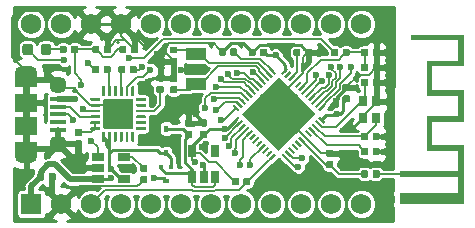
<source format=gbr>
G04 #@! TF.GenerationSoftware,KiCad,Pcbnew,(5.0.0)*
G04 #@! TF.CreationDate,2018-11-03T02:03:19-06:00*
G04 #@! TF.ProjectId,NRF52832 Base,4E5246353238333220426173652E6B69,rev?*
G04 #@! TF.SameCoordinates,Original*
G04 #@! TF.FileFunction,Copper,L1,Top,Signal*
G04 #@! TF.FilePolarity,Positive*
%FSLAX46Y46*%
G04 Gerber Fmt 4.6, Leading zero omitted, Abs format (unit mm)*
G04 Created by KiCad (PCBNEW (5.0.0)) date 11/03/18 02:03:19*
%MOMM*%
%LPD*%
G01*
G04 APERTURE LIST*
G04 #@! TA.AperFunction,EtchedComponent*
%ADD10C,0.100000*%
G04 #@! TD*
G04 #@! TA.AperFunction,ComponentPad*
%ADD11R,1.752600X1.752600*%
G04 #@! TD*
G04 #@! TA.AperFunction,ComponentPad*
%ADD12C,1.752600*%
G04 #@! TD*
G04 #@! TA.AperFunction,SMDPad,CuDef*
%ADD13R,0.500000X0.900000*%
G04 #@! TD*
G04 #@! TA.AperFunction,SMDPad,CuDef*
%ADD14R,0.500000X0.500000*%
G04 #@! TD*
G04 #@! TA.AperFunction,Conductor*
%ADD15C,0.100000*%
G04 #@! TD*
G04 #@! TA.AperFunction,SMDPad,CuDef*
%ADD16C,0.590000*%
G04 #@! TD*
G04 #@! TA.AperFunction,SMDPad,CuDef*
%ADD17R,0.800000X0.900000*%
G04 #@! TD*
G04 #@! TA.AperFunction,SMDPad,CuDef*
%ADD18R,1.800000X1.000000*%
G04 #@! TD*
G04 #@! TA.AperFunction,SMDPad,CuDef*
%ADD19C,0.200000*%
G04 #@! TD*
G04 #@! TA.AperFunction,SMDPad,CuDef*
%ADD20C,4.400000*%
G04 #@! TD*
G04 #@! TA.AperFunction,ViaPad*
%ADD21C,0.600000*%
G04 #@! TD*
G04 #@! TA.AperFunction,SMDPad,CuDef*
%ADD22R,0.650000X1.060000*%
G04 #@! TD*
G04 #@! TA.AperFunction,SMDPad,CuDef*
%ADD23C,0.875000*%
G04 #@! TD*
G04 #@! TA.AperFunction,SMDPad,CuDef*
%ADD24R,1.900000X1.500000*%
G04 #@! TD*
G04 #@! TA.AperFunction,ComponentPad*
%ADD25C,1.450000*%
G04 #@! TD*
G04 #@! TA.AperFunction,SMDPad,CuDef*
%ADD26R,1.350000X0.400000*%
G04 #@! TD*
G04 #@! TA.AperFunction,ComponentPad*
%ADD27O,1.900000X1.200000*%
G04 #@! TD*
G04 #@! TA.AperFunction,SMDPad,CuDef*
%ADD28R,1.900000X1.200000*%
G04 #@! TD*
G04 #@! TA.AperFunction,SMDPad,CuDef*
%ADD29R,1.060000X0.650000*%
G04 #@! TD*
G04 #@! TA.AperFunction,SMDPad,CuDef*
%ADD30R,0.450000X0.600000*%
G04 #@! TD*
G04 #@! TA.AperFunction,SMDPad,CuDef*
%ADD31R,0.400000X0.450000*%
G04 #@! TD*
G04 #@! TA.AperFunction,SMDPad,CuDef*
%ADD32R,0.500000X0.450000*%
G04 #@! TD*
G04 #@! TA.AperFunction,SMDPad,CuDef*
%ADD33C,2.600000*%
G04 #@! TD*
G04 #@! TA.AperFunction,SMDPad,CuDef*
%ADD34C,0.250000*%
G04 #@! TD*
G04 #@! TA.AperFunction,Conductor*
%ADD35C,0.152400*%
G04 #@! TD*
G04 #@! TA.AperFunction,Conductor*
%ADD36C,0.500000*%
G04 #@! TD*
G04 #@! TA.AperFunction,Conductor*
%ADD37C,0.508000*%
G04 #@! TD*
G04 #@! TA.AperFunction,Conductor*
%ADD38C,0.254000*%
G04 #@! TD*
G04 APERTURE END LIST*
D10*
G04 #@! TO.C,AE1*
G36*
X149150000Y-83315000D02*
X145210000Y-83315000D01*
X145210000Y-82815000D01*
X149150000Y-82815000D01*
X149150000Y-83315000D01*
X149150000Y-83315000D01*
G37*
G36*
X149650000Y-85515000D02*
X149150000Y-85515000D01*
X149150000Y-82815000D01*
X149650000Y-82815000D01*
X149650000Y-85515000D01*
X149650000Y-85515000D01*
G37*
G36*
X149150000Y-85515000D02*
X146510000Y-85515000D01*
X146510000Y-85015000D01*
X149150000Y-85015000D01*
X149150000Y-85515000D01*
X149150000Y-85515000D01*
G37*
G36*
X147010000Y-87515000D02*
X146510000Y-87515000D01*
X146510000Y-85515000D01*
X147010000Y-85515000D01*
X147010000Y-87515000D01*
X147010000Y-87515000D01*
G37*
G36*
X149150000Y-88015000D02*
X146510000Y-88015000D01*
X146510000Y-87515000D01*
X149150000Y-87515000D01*
X149150000Y-88015000D01*
X149150000Y-88015000D01*
G37*
G36*
X149650000Y-90215000D02*
X149150000Y-90215000D01*
X149150000Y-87515000D01*
X149650000Y-87515000D01*
X149650000Y-90215000D01*
X149650000Y-90215000D01*
G37*
G36*
X149150000Y-90215000D02*
X146510000Y-90215000D01*
X146510000Y-89715000D01*
X149150000Y-89715000D01*
X149150000Y-90215000D01*
X149150000Y-90215000D01*
G37*
G36*
X147010000Y-92165000D02*
X146510000Y-92165000D01*
X146510000Y-90165000D01*
X147010000Y-90165000D01*
X147010000Y-92165000D01*
X147010000Y-92165000D01*
G37*
G36*
X149150000Y-92665000D02*
X146510000Y-92665000D01*
X146510000Y-92165000D01*
X149150000Y-92165000D01*
X149150000Y-92665000D01*
X149150000Y-92665000D01*
G37*
G36*
X149650000Y-97165000D02*
X149150000Y-97165000D01*
X149150000Y-92165000D01*
X149650000Y-92165000D01*
X149650000Y-97165000D01*
X149650000Y-97165000D01*
G37*
G36*
X149150000Y-97165000D02*
X144250000Y-97165000D01*
X144250000Y-96265000D01*
X149150000Y-96265000D01*
X149150000Y-97165000D01*
X149150000Y-97165000D01*
G37*
G36*
X149150000Y-94865000D02*
X144250000Y-94865000D01*
X144250000Y-94365000D01*
X149150000Y-94365000D01*
X149150000Y-94865000D01*
X149150000Y-94865000D01*
G37*
G04 #@! TD*
D11*
G04 #@! TO.P,U2,1*
G04 #@! TO.N,RAW*
X113030000Y-97155000D03*
D12*
G04 #@! TO.P,U2,2*
G04 #@! TO.N,GND*
X115570000Y-97155000D03*
G04 #@! TO.P,U2,3*
G04 #@! TO.N,RESET*
X118110000Y-97155000D03*
G04 #@! TO.P,U2,4*
G04 #@! TO.N,VCC*
X120650000Y-97155000D03*
G04 #@! TO.P,U2,5*
G04 #@! TO.N,/P0.07*
X123190000Y-97155000D03*
G04 #@! TO.P,U2,6*
G04 #@! TO.N,/P0.09*
X125730000Y-97155000D03*
G04 #@! TO.P,U2,7*
G04 #@! TO.N,/P0.10*
X128270000Y-97155000D03*
G04 #@! TO.P,U2,8*
G04 #@! TO.N,/P0.11*
X130810000Y-97155000D03*
G04 #@! TO.P,U2,9*
G04 #@! TO.N,SCK*
X133350000Y-97155000D03*
G04 #@! TO.P,U2,10*
G04 #@! TO.N,MOSI*
X135890000Y-97155000D03*
G04 #@! TO.P,U2,11*
G04 #@! TO.N,MISO*
X138430000Y-97155000D03*
G04 #@! TO.P,U2,12*
G04 #@! TO.N,/P0.18*
X140970000Y-97155000D03*
G04 #@! TO.P,U2,24*
G04 #@! TO.N,SDA*
X140970000Y-81915000D03*
G04 #@! TO.P,U2,23*
G04 #@! TO.N,SCL*
X138430000Y-81915000D03*
G04 #@! TO.P,U2,22*
G04 #@! TO.N,/P0.27*
X135890000Y-81915000D03*
G04 #@! TO.P,U2,21*
G04 #@! TO.N,/P0.28*
X133350000Y-81915000D03*
G04 #@! TO.P,U2,20*
G04 #@! TO.N,/P0.29*
X130810000Y-81915000D03*
G04 #@! TO.P,U2,19*
G04 #@! TO.N,/P0.30*
X128270000Y-81915000D03*
G04 #@! TO.P,U2,18*
G04 #@! TO.N,/P0.02*
X125730000Y-81915000D03*
G04 #@! TO.P,U2,17*
G04 #@! TO.N,/P0.03*
X123190000Y-81915000D03*
G04 #@! TO.P,U2,16*
G04 #@! TO.N,GND*
X120650000Y-81915000D03*
G04 #@! TO.P,U2,15*
X118110000Y-81915000D03*
G04 #@! TO.P,U2,14*
G04 #@! TO.N,/P0.04*
X115570000Y-81915000D03*
G04 #@! TO.P,U2,13*
G04 #@! TO.N,/P0.05*
X113030000Y-81915000D03*
G04 #@! TD*
D13*
G04 #@! TO.P,AE1,2*
G04 #@! TO.N,GND*
X144500000Y-96715000D03*
D14*
G04 #@! TO.P,AE1,1*
G04 #@! TO.N,Net-(AE1-Pad1)*
X144500000Y-94615000D03*
G04 #@! TD*
D15*
G04 #@! TO.N,Net-(C1-Pad2)*
G04 #@! TO.C,C1*
G36*
X141431958Y-91120710D02*
X141446276Y-91122834D01*
X141460317Y-91126351D01*
X141473946Y-91131228D01*
X141487031Y-91137417D01*
X141499447Y-91144858D01*
X141511073Y-91153481D01*
X141521798Y-91163202D01*
X141531519Y-91173927D01*
X141540142Y-91185553D01*
X141547583Y-91197969D01*
X141553772Y-91211054D01*
X141558649Y-91224683D01*
X141562166Y-91238724D01*
X141564290Y-91253042D01*
X141565000Y-91267500D01*
X141565000Y-91612500D01*
X141564290Y-91626958D01*
X141562166Y-91641276D01*
X141558649Y-91655317D01*
X141553772Y-91668946D01*
X141547583Y-91682031D01*
X141540142Y-91694447D01*
X141531519Y-91706073D01*
X141521798Y-91716798D01*
X141511073Y-91726519D01*
X141499447Y-91735142D01*
X141487031Y-91742583D01*
X141473946Y-91748772D01*
X141460317Y-91753649D01*
X141446276Y-91757166D01*
X141431958Y-91759290D01*
X141417500Y-91760000D01*
X141122500Y-91760000D01*
X141108042Y-91759290D01*
X141093724Y-91757166D01*
X141079683Y-91753649D01*
X141066054Y-91748772D01*
X141052969Y-91742583D01*
X141040553Y-91735142D01*
X141028927Y-91726519D01*
X141018202Y-91716798D01*
X141008481Y-91706073D01*
X140999858Y-91694447D01*
X140992417Y-91682031D01*
X140986228Y-91668946D01*
X140981351Y-91655317D01*
X140977834Y-91641276D01*
X140975710Y-91626958D01*
X140975000Y-91612500D01*
X140975000Y-91267500D01*
X140975710Y-91253042D01*
X140977834Y-91238724D01*
X140981351Y-91224683D01*
X140986228Y-91211054D01*
X140992417Y-91197969D01*
X140999858Y-91185553D01*
X141008481Y-91173927D01*
X141018202Y-91163202D01*
X141028927Y-91153481D01*
X141040553Y-91144858D01*
X141052969Y-91137417D01*
X141066054Y-91131228D01*
X141079683Y-91126351D01*
X141093724Y-91122834D01*
X141108042Y-91120710D01*
X141122500Y-91120000D01*
X141417500Y-91120000D01*
X141431958Y-91120710D01*
X141431958Y-91120710D01*
G37*
D16*
G04 #@! TD*
G04 #@! TO.P,C1,2*
G04 #@! TO.N,Net-(C1-Pad2)*
X141270000Y-91440000D03*
D15*
G04 #@! TO.N,GND*
G04 #@! TO.C,C1*
G36*
X142401958Y-91120710D02*
X142416276Y-91122834D01*
X142430317Y-91126351D01*
X142443946Y-91131228D01*
X142457031Y-91137417D01*
X142469447Y-91144858D01*
X142481073Y-91153481D01*
X142491798Y-91163202D01*
X142501519Y-91173927D01*
X142510142Y-91185553D01*
X142517583Y-91197969D01*
X142523772Y-91211054D01*
X142528649Y-91224683D01*
X142532166Y-91238724D01*
X142534290Y-91253042D01*
X142535000Y-91267500D01*
X142535000Y-91612500D01*
X142534290Y-91626958D01*
X142532166Y-91641276D01*
X142528649Y-91655317D01*
X142523772Y-91668946D01*
X142517583Y-91682031D01*
X142510142Y-91694447D01*
X142501519Y-91706073D01*
X142491798Y-91716798D01*
X142481073Y-91726519D01*
X142469447Y-91735142D01*
X142457031Y-91742583D01*
X142443946Y-91748772D01*
X142430317Y-91753649D01*
X142416276Y-91757166D01*
X142401958Y-91759290D01*
X142387500Y-91760000D01*
X142092500Y-91760000D01*
X142078042Y-91759290D01*
X142063724Y-91757166D01*
X142049683Y-91753649D01*
X142036054Y-91748772D01*
X142022969Y-91742583D01*
X142010553Y-91735142D01*
X141998927Y-91726519D01*
X141988202Y-91716798D01*
X141978481Y-91706073D01*
X141969858Y-91694447D01*
X141962417Y-91682031D01*
X141956228Y-91668946D01*
X141951351Y-91655317D01*
X141947834Y-91641276D01*
X141945710Y-91626958D01*
X141945000Y-91612500D01*
X141945000Y-91267500D01*
X141945710Y-91253042D01*
X141947834Y-91238724D01*
X141951351Y-91224683D01*
X141956228Y-91211054D01*
X141962417Y-91197969D01*
X141969858Y-91185553D01*
X141978481Y-91173927D01*
X141988202Y-91163202D01*
X141998927Y-91153481D01*
X142010553Y-91144858D01*
X142022969Y-91137417D01*
X142036054Y-91131228D01*
X142049683Y-91126351D01*
X142063724Y-91122834D01*
X142078042Y-91120710D01*
X142092500Y-91120000D01*
X142387500Y-91120000D01*
X142401958Y-91120710D01*
X142401958Y-91120710D01*
G37*
D16*
G04 #@! TD*
G04 #@! TO.P,C1,1*
G04 #@! TO.N,GND*
X142240000Y-91440000D03*
D15*
G04 #@! TO.N,GND*
G04 #@! TO.C,C2*
G36*
X142401958Y-86548710D02*
X142416276Y-86550834D01*
X142430317Y-86554351D01*
X142443946Y-86559228D01*
X142457031Y-86565417D01*
X142469447Y-86572858D01*
X142481073Y-86581481D01*
X142491798Y-86591202D01*
X142501519Y-86601927D01*
X142510142Y-86613553D01*
X142517583Y-86625969D01*
X142523772Y-86639054D01*
X142528649Y-86652683D01*
X142532166Y-86666724D01*
X142534290Y-86681042D01*
X142535000Y-86695500D01*
X142535000Y-87040500D01*
X142534290Y-87054958D01*
X142532166Y-87069276D01*
X142528649Y-87083317D01*
X142523772Y-87096946D01*
X142517583Y-87110031D01*
X142510142Y-87122447D01*
X142501519Y-87134073D01*
X142491798Y-87144798D01*
X142481073Y-87154519D01*
X142469447Y-87163142D01*
X142457031Y-87170583D01*
X142443946Y-87176772D01*
X142430317Y-87181649D01*
X142416276Y-87185166D01*
X142401958Y-87187290D01*
X142387500Y-87188000D01*
X142092500Y-87188000D01*
X142078042Y-87187290D01*
X142063724Y-87185166D01*
X142049683Y-87181649D01*
X142036054Y-87176772D01*
X142022969Y-87170583D01*
X142010553Y-87163142D01*
X141998927Y-87154519D01*
X141988202Y-87144798D01*
X141978481Y-87134073D01*
X141969858Y-87122447D01*
X141962417Y-87110031D01*
X141956228Y-87096946D01*
X141951351Y-87083317D01*
X141947834Y-87069276D01*
X141945710Y-87054958D01*
X141945000Y-87040500D01*
X141945000Y-86695500D01*
X141945710Y-86681042D01*
X141947834Y-86666724D01*
X141951351Y-86652683D01*
X141956228Y-86639054D01*
X141962417Y-86625969D01*
X141969858Y-86613553D01*
X141978481Y-86601927D01*
X141988202Y-86591202D01*
X141998927Y-86581481D01*
X142010553Y-86572858D01*
X142022969Y-86565417D01*
X142036054Y-86559228D01*
X142049683Y-86554351D01*
X142063724Y-86550834D01*
X142078042Y-86548710D01*
X142092500Y-86548000D01*
X142387500Y-86548000D01*
X142401958Y-86548710D01*
X142401958Y-86548710D01*
G37*
D16*
G04 #@! TD*
G04 #@! TO.P,C2,1*
G04 #@! TO.N,GND*
X142240000Y-86868000D03*
D15*
G04 #@! TO.N,Net-(C2-Pad2)*
G04 #@! TO.C,C2*
G36*
X141431958Y-86548710D02*
X141446276Y-86550834D01*
X141460317Y-86554351D01*
X141473946Y-86559228D01*
X141487031Y-86565417D01*
X141499447Y-86572858D01*
X141511073Y-86581481D01*
X141521798Y-86591202D01*
X141531519Y-86601927D01*
X141540142Y-86613553D01*
X141547583Y-86625969D01*
X141553772Y-86639054D01*
X141558649Y-86652683D01*
X141562166Y-86666724D01*
X141564290Y-86681042D01*
X141565000Y-86695500D01*
X141565000Y-87040500D01*
X141564290Y-87054958D01*
X141562166Y-87069276D01*
X141558649Y-87083317D01*
X141553772Y-87096946D01*
X141547583Y-87110031D01*
X141540142Y-87122447D01*
X141531519Y-87134073D01*
X141521798Y-87144798D01*
X141511073Y-87154519D01*
X141499447Y-87163142D01*
X141487031Y-87170583D01*
X141473946Y-87176772D01*
X141460317Y-87181649D01*
X141446276Y-87185166D01*
X141431958Y-87187290D01*
X141417500Y-87188000D01*
X141122500Y-87188000D01*
X141108042Y-87187290D01*
X141093724Y-87185166D01*
X141079683Y-87181649D01*
X141066054Y-87176772D01*
X141052969Y-87170583D01*
X141040553Y-87163142D01*
X141028927Y-87154519D01*
X141018202Y-87144798D01*
X141008481Y-87134073D01*
X140999858Y-87122447D01*
X140992417Y-87110031D01*
X140986228Y-87096946D01*
X140981351Y-87083317D01*
X140977834Y-87069276D01*
X140975710Y-87054958D01*
X140975000Y-87040500D01*
X140975000Y-86695500D01*
X140975710Y-86681042D01*
X140977834Y-86666724D01*
X140981351Y-86652683D01*
X140986228Y-86639054D01*
X140992417Y-86625969D01*
X140999858Y-86613553D01*
X141008481Y-86601927D01*
X141018202Y-86591202D01*
X141028927Y-86581481D01*
X141040553Y-86572858D01*
X141052969Y-86565417D01*
X141066054Y-86559228D01*
X141079683Y-86554351D01*
X141093724Y-86550834D01*
X141108042Y-86548710D01*
X141122500Y-86548000D01*
X141417500Y-86548000D01*
X141431958Y-86548710D01*
X141431958Y-86548710D01*
G37*
D16*
G04 #@! TD*
G04 #@! TO.P,C2,2*
G04 #@! TO.N,Net-(C2-Pad2)*
X141270000Y-86868000D03*
D15*
G04 #@! TO.N,GND*
G04 #@! TO.C,C3*
G36*
X138489958Y-92565710D02*
X138504276Y-92567834D01*
X138518317Y-92571351D01*
X138531946Y-92576228D01*
X138545031Y-92582417D01*
X138557447Y-92589858D01*
X138569073Y-92598481D01*
X138579798Y-92608202D01*
X138589519Y-92618927D01*
X138598142Y-92630553D01*
X138605583Y-92642969D01*
X138611772Y-92656054D01*
X138616649Y-92669683D01*
X138620166Y-92683724D01*
X138622290Y-92698042D01*
X138623000Y-92712500D01*
X138623000Y-93007500D01*
X138622290Y-93021958D01*
X138620166Y-93036276D01*
X138616649Y-93050317D01*
X138611772Y-93063946D01*
X138605583Y-93077031D01*
X138598142Y-93089447D01*
X138589519Y-93101073D01*
X138579798Y-93111798D01*
X138569073Y-93121519D01*
X138557447Y-93130142D01*
X138545031Y-93137583D01*
X138531946Y-93143772D01*
X138518317Y-93148649D01*
X138504276Y-93152166D01*
X138489958Y-93154290D01*
X138475500Y-93155000D01*
X138130500Y-93155000D01*
X138116042Y-93154290D01*
X138101724Y-93152166D01*
X138087683Y-93148649D01*
X138074054Y-93143772D01*
X138060969Y-93137583D01*
X138048553Y-93130142D01*
X138036927Y-93121519D01*
X138026202Y-93111798D01*
X138016481Y-93101073D01*
X138007858Y-93089447D01*
X138000417Y-93077031D01*
X137994228Y-93063946D01*
X137989351Y-93050317D01*
X137985834Y-93036276D01*
X137983710Y-93021958D01*
X137983000Y-93007500D01*
X137983000Y-92712500D01*
X137983710Y-92698042D01*
X137985834Y-92683724D01*
X137989351Y-92669683D01*
X137994228Y-92656054D01*
X138000417Y-92642969D01*
X138007858Y-92630553D01*
X138016481Y-92618927D01*
X138026202Y-92608202D01*
X138036927Y-92598481D01*
X138048553Y-92589858D01*
X138060969Y-92582417D01*
X138074054Y-92576228D01*
X138087683Y-92571351D01*
X138101724Y-92567834D01*
X138116042Y-92565710D01*
X138130500Y-92565000D01*
X138475500Y-92565000D01*
X138489958Y-92565710D01*
X138489958Y-92565710D01*
G37*
D16*
G04 #@! TD*
G04 #@! TO.P,C3,2*
G04 #@! TO.N,GND*
X138303000Y-92860000D03*
D15*
G04 #@! TO.N,Net-(C3-Pad1)*
G04 #@! TO.C,C3*
G36*
X138489958Y-93535710D02*
X138504276Y-93537834D01*
X138518317Y-93541351D01*
X138531946Y-93546228D01*
X138545031Y-93552417D01*
X138557447Y-93559858D01*
X138569073Y-93568481D01*
X138579798Y-93578202D01*
X138589519Y-93588927D01*
X138598142Y-93600553D01*
X138605583Y-93612969D01*
X138611772Y-93626054D01*
X138616649Y-93639683D01*
X138620166Y-93653724D01*
X138622290Y-93668042D01*
X138623000Y-93682500D01*
X138623000Y-93977500D01*
X138622290Y-93991958D01*
X138620166Y-94006276D01*
X138616649Y-94020317D01*
X138611772Y-94033946D01*
X138605583Y-94047031D01*
X138598142Y-94059447D01*
X138589519Y-94071073D01*
X138579798Y-94081798D01*
X138569073Y-94091519D01*
X138557447Y-94100142D01*
X138545031Y-94107583D01*
X138531946Y-94113772D01*
X138518317Y-94118649D01*
X138504276Y-94122166D01*
X138489958Y-94124290D01*
X138475500Y-94125000D01*
X138130500Y-94125000D01*
X138116042Y-94124290D01*
X138101724Y-94122166D01*
X138087683Y-94118649D01*
X138074054Y-94113772D01*
X138060969Y-94107583D01*
X138048553Y-94100142D01*
X138036927Y-94091519D01*
X138026202Y-94081798D01*
X138016481Y-94071073D01*
X138007858Y-94059447D01*
X138000417Y-94047031D01*
X137994228Y-94033946D01*
X137989351Y-94020317D01*
X137985834Y-94006276D01*
X137983710Y-93991958D01*
X137983000Y-93977500D01*
X137983000Y-93682500D01*
X137983710Y-93668042D01*
X137985834Y-93653724D01*
X137989351Y-93639683D01*
X137994228Y-93626054D01*
X138000417Y-93612969D01*
X138007858Y-93600553D01*
X138016481Y-93588927D01*
X138026202Y-93578202D01*
X138036927Y-93568481D01*
X138048553Y-93559858D01*
X138060969Y-93552417D01*
X138074054Y-93546228D01*
X138087683Y-93541351D01*
X138101724Y-93537834D01*
X138116042Y-93535710D01*
X138130500Y-93535000D01*
X138475500Y-93535000D01*
X138489958Y-93535710D01*
X138489958Y-93535710D01*
G37*
D16*
G04 #@! TD*
G04 #@! TO.P,C3,1*
G04 #@! TO.N,Net-(C3-Pad1)*
X138303000Y-93830000D03*
D15*
G04 #@! TO.N,GND*
G04 #@! TO.C,C4*
G36*
X129366958Y-83957910D02*
X129381276Y-83960034D01*
X129395317Y-83963551D01*
X129408946Y-83968428D01*
X129422031Y-83974617D01*
X129434447Y-83982058D01*
X129446073Y-83990681D01*
X129456798Y-84000402D01*
X129466519Y-84011127D01*
X129475142Y-84022753D01*
X129482583Y-84035169D01*
X129488772Y-84048254D01*
X129493649Y-84061883D01*
X129497166Y-84075924D01*
X129499290Y-84090242D01*
X129500000Y-84104700D01*
X129500000Y-84449700D01*
X129499290Y-84464158D01*
X129497166Y-84478476D01*
X129493649Y-84492517D01*
X129488772Y-84506146D01*
X129482583Y-84519231D01*
X129475142Y-84531647D01*
X129466519Y-84543273D01*
X129456798Y-84553998D01*
X129446073Y-84563719D01*
X129434447Y-84572342D01*
X129422031Y-84579783D01*
X129408946Y-84585972D01*
X129395317Y-84590849D01*
X129381276Y-84594366D01*
X129366958Y-84596490D01*
X129352500Y-84597200D01*
X129057500Y-84597200D01*
X129043042Y-84596490D01*
X129028724Y-84594366D01*
X129014683Y-84590849D01*
X129001054Y-84585972D01*
X128987969Y-84579783D01*
X128975553Y-84572342D01*
X128963927Y-84563719D01*
X128953202Y-84553998D01*
X128943481Y-84543273D01*
X128934858Y-84531647D01*
X128927417Y-84519231D01*
X128921228Y-84506146D01*
X128916351Y-84492517D01*
X128912834Y-84478476D01*
X128910710Y-84464158D01*
X128910000Y-84449700D01*
X128910000Y-84104700D01*
X128910710Y-84090242D01*
X128912834Y-84075924D01*
X128916351Y-84061883D01*
X128921228Y-84048254D01*
X128927417Y-84035169D01*
X128934858Y-84022753D01*
X128943481Y-84011127D01*
X128953202Y-84000402D01*
X128963927Y-83990681D01*
X128975553Y-83982058D01*
X128987969Y-83974617D01*
X129001054Y-83968428D01*
X129014683Y-83963551D01*
X129028724Y-83960034D01*
X129043042Y-83957910D01*
X129057500Y-83957200D01*
X129352500Y-83957200D01*
X129366958Y-83957910D01*
X129366958Y-83957910D01*
G37*
D16*
G04 #@! TD*
G04 #@! TO.P,C4,2*
G04 #@! TO.N,GND*
X129205000Y-84277200D03*
D15*
G04 #@! TO.N,Net-(C4-Pad1)*
G04 #@! TO.C,C4*
G36*
X130336958Y-83957910D02*
X130351276Y-83960034D01*
X130365317Y-83963551D01*
X130378946Y-83968428D01*
X130392031Y-83974617D01*
X130404447Y-83982058D01*
X130416073Y-83990681D01*
X130426798Y-84000402D01*
X130436519Y-84011127D01*
X130445142Y-84022753D01*
X130452583Y-84035169D01*
X130458772Y-84048254D01*
X130463649Y-84061883D01*
X130467166Y-84075924D01*
X130469290Y-84090242D01*
X130470000Y-84104700D01*
X130470000Y-84449700D01*
X130469290Y-84464158D01*
X130467166Y-84478476D01*
X130463649Y-84492517D01*
X130458772Y-84506146D01*
X130452583Y-84519231D01*
X130445142Y-84531647D01*
X130436519Y-84543273D01*
X130426798Y-84553998D01*
X130416073Y-84563719D01*
X130404447Y-84572342D01*
X130392031Y-84579783D01*
X130378946Y-84585972D01*
X130365317Y-84590849D01*
X130351276Y-84594366D01*
X130336958Y-84596490D01*
X130322500Y-84597200D01*
X130027500Y-84597200D01*
X130013042Y-84596490D01*
X129998724Y-84594366D01*
X129984683Y-84590849D01*
X129971054Y-84585972D01*
X129957969Y-84579783D01*
X129945553Y-84572342D01*
X129933927Y-84563719D01*
X129923202Y-84553998D01*
X129913481Y-84543273D01*
X129904858Y-84531647D01*
X129897417Y-84519231D01*
X129891228Y-84506146D01*
X129886351Y-84492517D01*
X129882834Y-84478476D01*
X129880710Y-84464158D01*
X129880000Y-84449700D01*
X129880000Y-84104700D01*
X129880710Y-84090242D01*
X129882834Y-84075924D01*
X129886351Y-84061883D01*
X129891228Y-84048254D01*
X129897417Y-84035169D01*
X129904858Y-84022753D01*
X129913481Y-84011127D01*
X129923202Y-84000402D01*
X129933927Y-83990681D01*
X129945553Y-83982058D01*
X129957969Y-83974617D01*
X129971054Y-83968428D01*
X129984683Y-83963551D01*
X129998724Y-83960034D01*
X130013042Y-83957910D01*
X130027500Y-83957200D01*
X130322500Y-83957200D01*
X130336958Y-83957910D01*
X130336958Y-83957910D01*
G37*
D16*
G04 #@! TD*
G04 #@! TO.P,C4,1*
G04 #@! TO.N,Net-(C4-Pad1)*
X130175000Y-84277200D03*
D15*
G04 #@! TO.N,VCC*
G04 #@! TO.C,C5*
G36*
X127821958Y-90972710D02*
X127836276Y-90974834D01*
X127850317Y-90978351D01*
X127863946Y-90983228D01*
X127877031Y-90989417D01*
X127889447Y-90996858D01*
X127901073Y-91005481D01*
X127911798Y-91015202D01*
X127921519Y-91025927D01*
X127930142Y-91037553D01*
X127937583Y-91049969D01*
X127943772Y-91063054D01*
X127948649Y-91076683D01*
X127952166Y-91090724D01*
X127954290Y-91105042D01*
X127955000Y-91119500D01*
X127955000Y-91414500D01*
X127954290Y-91428958D01*
X127952166Y-91443276D01*
X127948649Y-91457317D01*
X127943772Y-91470946D01*
X127937583Y-91484031D01*
X127930142Y-91496447D01*
X127921519Y-91508073D01*
X127911798Y-91518798D01*
X127901073Y-91528519D01*
X127889447Y-91537142D01*
X127877031Y-91544583D01*
X127863946Y-91550772D01*
X127850317Y-91555649D01*
X127836276Y-91559166D01*
X127821958Y-91561290D01*
X127807500Y-91562000D01*
X127462500Y-91562000D01*
X127448042Y-91561290D01*
X127433724Y-91559166D01*
X127419683Y-91555649D01*
X127406054Y-91550772D01*
X127392969Y-91544583D01*
X127380553Y-91537142D01*
X127368927Y-91528519D01*
X127358202Y-91518798D01*
X127348481Y-91508073D01*
X127339858Y-91496447D01*
X127332417Y-91484031D01*
X127326228Y-91470946D01*
X127321351Y-91457317D01*
X127317834Y-91443276D01*
X127315710Y-91428958D01*
X127315000Y-91414500D01*
X127315000Y-91119500D01*
X127315710Y-91105042D01*
X127317834Y-91090724D01*
X127321351Y-91076683D01*
X127326228Y-91063054D01*
X127332417Y-91049969D01*
X127339858Y-91037553D01*
X127348481Y-91025927D01*
X127358202Y-91015202D01*
X127368927Y-91005481D01*
X127380553Y-90996858D01*
X127392969Y-90989417D01*
X127406054Y-90983228D01*
X127419683Y-90978351D01*
X127433724Y-90974834D01*
X127448042Y-90972710D01*
X127462500Y-90972000D01*
X127807500Y-90972000D01*
X127821958Y-90972710D01*
X127821958Y-90972710D01*
G37*
D16*
G04 #@! TD*
G04 #@! TO.P,C5,1*
G04 #@! TO.N,VCC*
X127635000Y-91267000D03*
D15*
G04 #@! TO.N,GND*
G04 #@! TO.C,C5*
G36*
X127821958Y-90002710D02*
X127836276Y-90004834D01*
X127850317Y-90008351D01*
X127863946Y-90013228D01*
X127877031Y-90019417D01*
X127889447Y-90026858D01*
X127901073Y-90035481D01*
X127911798Y-90045202D01*
X127921519Y-90055927D01*
X127930142Y-90067553D01*
X127937583Y-90079969D01*
X127943772Y-90093054D01*
X127948649Y-90106683D01*
X127952166Y-90120724D01*
X127954290Y-90135042D01*
X127955000Y-90149500D01*
X127955000Y-90444500D01*
X127954290Y-90458958D01*
X127952166Y-90473276D01*
X127948649Y-90487317D01*
X127943772Y-90500946D01*
X127937583Y-90514031D01*
X127930142Y-90526447D01*
X127921519Y-90538073D01*
X127911798Y-90548798D01*
X127901073Y-90558519D01*
X127889447Y-90567142D01*
X127877031Y-90574583D01*
X127863946Y-90580772D01*
X127850317Y-90585649D01*
X127836276Y-90589166D01*
X127821958Y-90591290D01*
X127807500Y-90592000D01*
X127462500Y-90592000D01*
X127448042Y-90591290D01*
X127433724Y-90589166D01*
X127419683Y-90585649D01*
X127406054Y-90580772D01*
X127392969Y-90574583D01*
X127380553Y-90567142D01*
X127368927Y-90558519D01*
X127358202Y-90548798D01*
X127348481Y-90538073D01*
X127339858Y-90526447D01*
X127332417Y-90514031D01*
X127326228Y-90500946D01*
X127321351Y-90487317D01*
X127317834Y-90473276D01*
X127315710Y-90458958D01*
X127315000Y-90444500D01*
X127315000Y-90149500D01*
X127315710Y-90135042D01*
X127317834Y-90120724D01*
X127321351Y-90106683D01*
X127326228Y-90093054D01*
X127332417Y-90079969D01*
X127339858Y-90067553D01*
X127348481Y-90055927D01*
X127358202Y-90045202D01*
X127368927Y-90035481D01*
X127380553Y-90026858D01*
X127392969Y-90019417D01*
X127406054Y-90013228D01*
X127419683Y-90008351D01*
X127433724Y-90004834D01*
X127448042Y-90002710D01*
X127462500Y-90002000D01*
X127807500Y-90002000D01*
X127821958Y-90002710D01*
X127821958Y-90002710D01*
G37*
D16*
G04 #@! TD*
G04 #@! TO.P,C5,2*
G04 #@! TO.N,GND*
X127635000Y-90297000D03*
D15*
G04 #@! TO.N,GND*
G04 #@! TO.C,C7*
G36*
X142401958Y-92390710D02*
X142416276Y-92392834D01*
X142430317Y-92396351D01*
X142443946Y-92401228D01*
X142457031Y-92407417D01*
X142469447Y-92414858D01*
X142481073Y-92423481D01*
X142491798Y-92433202D01*
X142501519Y-92443927D01*
X142510142Y-92455553D01*
X142517583Y-92467969D01*
X142523772Y-92481054D01*
X142528649Y-92494683D01*
X142532166Y-92508724D01*
X142534290Y-92523042D01*
X142535000Y-92537500D01*
X142535000Y-92882500D01*
X142534290Y-92896958D01*
X142532166Y-92911276D01*
X142528649Y-92925317D01*
X142523772Y-92938946D01*
X142517583Y-92952031D01*
X142510142Y-92964447D01*
X142501519Y-92976073D01*
X142491798Y-92986798D01*
X142481073Y-92996519D01*
X142469447Y-93005142D01*
X142457031Y-93012583D01*
X142443946Y-93018772D01*
X142430317Y-93023649D01*
X142416276Y-93027166D01*
X142401958Y-93029290D01*
X142387500Y-93030000D01*
X142092500Y-93030000D01*
X142078042Y-93029290D01*
X142063724Y-93027166D01*
X142049683Y-93023649D01*
X142036054Y-93018772D01*
X142022969Y-93012583D01*
X142010553Y-93005142D01*
X141998927Y-92996519D01*
X141988202Y-92986798D01*
X141978481Y-92976073D01*
X141969858Y-92964447D01*
X141962417Y-92952031D01*
X141956228Y-92938946D01*
X141951351Y-92925317D01*
X141947834Y-92911276D01*
X141945710Y-92896958D01*
X141945000Y-92882500D01*
X141945000Y-92537500D01*
X141945710Y-92523042D01*
X141947834Y-92508724D01*
X141951351Y-92494683D01*
X141956228Y-92481054D01*
X141962417Y-92467969D01*
X141969858Y-92455553D01*
X141978481Y-92443927D01*
X141988202Y-92433202D01*
X141998927Y-92423481D01*
X142010553Y-92414858D01*
X142022969Y-92407417D01*
X142036054Y-92401228D01*
X142049683Y-92396351D01*
X142063724Y-92392834D01*
X142078042Y-92390710D01*
X142092500Y-92390000D01*
X142387500Y-92390000D01*
X142401958Y-92390710D01*
X142401958Y-92390710D01*
G37*
D16*
G04 #@! TD*
G04 #@! TO.P,C7,1*
G04 #@! TO.N,GND*
X142240000Y-92710000D03*
D15*
G04 #@! TO.N,Net-(C7-Pad2)*
G04 #@! TO.C,C7*
G36*
X141431958Y-92390710D02*
X141446276Y-92392834D01*
X141460317Y-92396351D01*
X141473946Y-92401228D01*
X141487031Y-92407417D01*
X141499447Y-92414858D01*
X141511073Y-92423481D01*
X141521798Y-92433202D01*
X141531519Y-92443927D01*
X141540142Y-92455553D01*
X141547583Y-92467969D01*
X141553772Y-92481054D01*
X141558649Y-92494683D01*
X141562166Y-92508724D01*
X141564290Y-92523042D01*
X141565000Y-92537500D01*
X141565000Y-92882500D01*
X141564290Y-92896958D01*
X141562166Y-92911276D01*
X141558649Y-92925317D01*
X141553772Y-92938946D01*
X141547583Y-92952031D01*
X141540142Y-92964447D01*
X141531519Y-92976073D01*
X141521798Y-92986798D01*
X141511073Y-92996519D01*
X141499447Y-93005142D01*
X141487031Y-93012583D01*
X141473946Y-93018772D01*
X141460317Y-93023649D01*
X141446276Y-93027166D01*
X141431958Y-93029290D01*
X141417500Y-93030000D01*
X141122500Y-93030000D01*
X141108042Y-93029290D01*
X141093724Y-93027166D01*
X141079683Y-93023649D01*
X141066054Y-93018772D01*
X141052969Y-93012583D01*
X141040553Y-93005142D01*
X141028927Y-92996519D01*
X141018202Y-92986798D01*
X141008481Y-92976073D01*
X140999858Y-92964447D01*
X140992417Y-92952031D01*
X140986228Y-92938946D01*
X140981351Y-92925317D01*
X140977834Y-92911276D01*
X140975710Y-92896958D01*
X140975000Y-92882500D01*
X140975000Y-92537500D01*
X140975710Y-92523042D01*
X140977834Y-92508724D01*
X140981351Y-92494683D01*
X140986228Y-92481054D01*
X140992417Y-92467969D01*
X140999858Y-92455553D01*
X141008481Y-92443927D01*
X141018202Y-92433202D01*
X141028927Y-92423481D01*
X141040553Y-92414858D01*
X141052969Y-92407417D01*
X141066054Y-92401228D01*
X141079683Y-92396351D01*
X141093724Y-92392834D01*
X141108042Y-92390710D01*
X141122500Y-92390000D01*
X141417500Y-92390000D01*
X141431958Y-92390710D01*
X141431958Y-92390710D01*
G37*
D16*
G04 #@! TD*
G04 #@! TO.P,C7,2*
G04 #@! TO.N,Net-(C7-Pad2)*
X141270000Y-92710000D03*
D15*
G04 #@! TO.N,VCC*
G04 #@! TO.C,C8*
G36*
X139886958Y-87970710D02*
X139901276Y-87972834D01*
X139915317Y-87976351D01*
X139928946Y-87981228D01*
X139942031Y-87987417D01*
X139954447Y-87994858D01*
X139966073Y-88003481D01*
X139976798Y-88013202D01*
X139986519Y-88023927D01*
X139995142Y-88035553D01*
X140002583Y-88047969D01*
X140008772Y-88061054D01*
X140013649Y-88074683D01*
X140017166Y-88088724D01*
X140019290Y-88103042D01*
X140020000Y-88117500D01*
X140020000Y-88412500D01*
X140019290Y-88426958D01*
X140017166Y-88441276D01*
X140013649Y-88455317D01*
X140008772Y-88468946D01*
X140002583Y-88482031D01*
X139995142Y-88494447D01*
X139986519Y-88506073D01*
X139976798Y-88516798D01*
X139966073Y-88526519D01*
X139954447Y-88535142D01*
X139942031Y-88542583D01*
X139928946Y-88548772D01*
X139915317Y-88553649D01*
X139901276Y-88557166D01*
X139886958Y-88559290D01*
X139872500Y-88560000D01*
X139527500Y-88560000D01*
X139513042Y-88559290D01*
X139498724Y-88557166D01*
X139484683Y-88553649D01*
X139471054Y-88548772D01*
X139457969Y-88542583D01*
X139445553Y-88535142D01*
X139433927Y-88526519D01*
X139423202Y-88516798D01*
X139413481Y-88506073D01*
X139404858Y-88494447D01*
X139397417Y-88482031D01*
X139391228Y-88468946D01*
X139386351Y-88455317D01*
X139382834Y-88441276D01*
X139380710Y-88426958D01*
X139380000Y-88412500D01*
X139380000Y-88117500D01*
X139380710Y-88103042D01*
X139382834Y-88088724D01*
X139386351Y-88074683D01*
X139391228Y-88061054D01*
X139397417Y-88047969D01*
X139404858Y-88035553D01*
X139413481Y-88023927D01*
X139423202Y-88013202D01*
X139433927Y-88003481D01*
X139445553Y-87994858D01*
X139457969Y-87987417D01*
X139471054Y-87981228D01*
X139484683Y-87976351D01*
X139498724Y-87972834D01*
X139513042Y-87970710D01*
X139527500Y-87970000D01*
X139872500Y-87970000D01*
X139886958Y-87970710D01*
X139886958Y-87970710D01*
G37*
D16*
G04 #@! TD*
G04 #@! TO.P,C8,1*
G04 #@! TO.N,VCC*
X139700000Y-88265000D03*
D15*
G04 #@! TO.N,GND*
G04 #@! TO.C,C8*
G36*
X139886958Y-87000710D02*
X139901276Y-87002834D01*
X139915317Y-87006351D01*
X139928946Y-87011228D01*
X139942031Y-87017417D01*
X139954447Y-87024858D01*
X139966073Y-87033481D01*
X139976798Y-87043202D01*
X139986519Y-87053927D01*
X139995142Y-87065553D01*
X140002583Y-87077969D01*
X140008772Y-87091054D01*
X140013649Y-87104683D01*
X140017166Y-87118724D01*
X140019290Y-87133042D01*
X140020000Y-87147500D01*
X140020000Y-87442500D01*
X140019290Y-87456958D01*
X140017166Y-87471276D01*
X140013649Y-87485317D01*
X140008772Y-87498946D01*
X140002583Y-87512031D01*
X139995142Y-87524447D01*
X139986519Y-87536073D01*
X139976798Y-87546798D01*
X139966073Y-87556519D01*
X139954447Y-87565142D01*
X139942031Y-87572583D01*
X139928946Y-87578772D01*
X139915317Y-87583649D01*
X139901276Y-87587166D01*
X139886958Y-87589290D01*
X139872500Y-87590000D01*
X139527500Y-87590000D01*
X139513042Y-87589290D01*
X139498724Y-87587166D01*
X139484683Y-87583649D01*
X139471054Y-87578772D01*
X139457969Y-87572583D01*
X139445553Y-87565142D01*
X139433927Y-87556519D01*
X139423202Y-87546798D01*
X139413481Y-87536073D01*
X139404858Y-87524447D01*
X139397417Y-87512031D01*
X139391228Y-87498946D01*
X139386351Y-87485317D01*
X139382834Y-87471276D01*
X139380710Y-87456958D01*
X139380000Y-87442500D01*
X139380000Y-87147500D01*
X139380710Y-87133042D01*
X139382834Y-87118724D01*
X139386351Y-87104683D01*
X139391228Y-87091054D01*
X139397417Y-87077969D01*
X139404858Y-87065553D01*
X139413481Y-87053927D01*
X139423202Y-87043202D01*
X139433927Y-87033481D01*
X139445553Y-87024858D01*
X139457969Y-87017417D01*
X139471054Y-87011228D01*
X139484683Y-87006351D01*
X139498724Y-87002834D01*
X139513042Y-87000710D01*
X139527500Y-87000000D01*
X139872500Y-87000000D01*
X139886958Y-87000710D01*
X139886958Y-87000710D01*
G37*
D16*
G04 #@! TD*
G04 #@! TO.P,C8,2*
G04 #@! TO.N,GND*
X139700000Y-87295000D03*
D15*
G04 #@! TO.N,Net-(C11-Pad1)*
G04 #@! TO.C,C11*
G36*
X125281958Y-83825710D02*
X125296276Y-83827834D01*
X125310317Y-83831351D01*
X125323946Y-83836228D01*
X125337031Y-83842417D01*
X125349447Y-83849858D01*
X125361073Y-83858481D01*
X125371798Y-83868202D01*
X125381519Y-83878927D01*
X125390142Y-83890553D01*
X125397583Y-83902969D01*
X125403772Y-83916054D01*
X125408649Y-83929683D01*
X125412166Y-83943724D01*
X125414290Y-83958042D01*
X125415000Y-83972500D01*
X125415000Y-84267500D01*
X125414290Y-84281958D01*
X125412166Y-84296276D01*
X125408649Y-84310317D01*
X125403772Y-84323946D01*
X125397583Y-84337031D01*
X125390142Y-84349447D01*
X125381519Y-84361073D01*
X125371798Y-84371798D01*
X125361073Y-84381519D01*
X125349447Y-84390142D01*
X125337031Y-84397583D01*
X125323946Y-84403772D01*
X125310317Y-84408649D01*
X125296276Y-84412166D01*
X125281958Y-84414290D01*
X125267500Y-84415000D01*
X124922500Y-84415000D01*
X124908042Y-84414290D01*
X124893724Y-84412166D01*
X124879683Y-84408649D01*
X124866054Y-84403772D01*
X124852969Y-84397583D01*
X124840553Y-84390142D01*
X124828927Y-84381519D01*
X124818202Y-84371798D01*
X124808481Y-84361073D01*
X124799858Y-84349447D01*
X124792417Y-84337031D01*
X124786228Y-84323946D01*
X124781351Y-84310317D01*
X124777834Y-84296276D01*
X124775710Y-84281958D01*
X124775000Y-84267500D01*
X124775000Y-83972500D01*
X124775710Y-83958042D01*
X124777834Y-83943724D01*
X124781351Y-83929683D01*
X124786228Y-83916054D01*
X124792417Y-83902969D01*
X124799858Y-83890553D01*
X124808481Y-83878927D01*
X124818202Y-83868202D01*
X124828927Y-83858481D01*
X124840553Y-83849858D01*
X124852969Y-83842417D01*
X124866054Y-83836228D01*
X124879683Y-83831351D01*
X124893724Y-83827834D01*
X124908042Y-83825710D01*
X124922500Y-83825000D01*
X125267500Y-83825000D01*
X125281958Y-83825710D01*
X125281958Y-83825710D01*
G37*
D16*
G04 #@! TD*
G04 #@! TO.P,C11,1*
G04 #@! TO.N,Net-(C11-Pad1)*
X125095000Y-84120000D03*
D15*
G04 #@! TO.N,GND*
G04 #@! TO.C,C11*
G36*
X125281958Y-84795710D02*
X125296276Y-84797834D01*
X125310317Y-84801351D01*
X125323946Y-84806228D01*
X125337031Y-84812417D01*
X125349447Y-84819858D01*
X125361073Y-84828481D01*
X125371798Y-84838202D01*
X125381519Y-84848927D01*
X125390142Y-84860553D01*
X125397583Y-84872969D01*
X125403772Y-84886054D01*
X125408649Y-84899683D01*
X125412166Y-84913724D01*
X125414290Y-84928042D01*
X125415000Y-84942500D01*
X125415000Y-85237500D01*
X125414290Y-85251958D01*
X125412166Y-85266276D01*
X125408649Y-85280317D01*
X125403772Y-85293946D01*
X125397583Y-85307031D01*
X125390142Y-85319447D01*
X125381519Y-85331073D01*
X125371798Y-85341798D01*
X125361073Y-85351519D01*
X125349447Y-85360142D01*
X125337031Y-85367583D01*
X125323946Y-85373772D01*
X125310317Y-85378649D01*
X125296276Y-85382166D01*
X125281958Y-85384290D01*
X125267500Y-85385000D01*
X124922500Y-85385000D01*
X124908042Y-85384290D01*
X124893724Y-85382166D01*
X124879683Y-85378649D01*
X124866054Y-85373772D01*
X124852969Y-85367583D01*
X124840553Y-85360142D01*
X124828927Y-85351519D01*
X124818202Y-85341798D01*
X124808481Y-85331073D01*
X124799858Y-85319447D01*
X124792417Y-85307031D01*
X124786228Y-85293946D01*
X124781351Y-85280317D01*
X124777834Y-85266276D01*
X124775710Y-85251958D01*
X124775000Y-85237500D01*
X124775000Y-84942500D01*
X124775710Y-84928042D01*
X124777834Y-84913724D01*
X124781351Y-84899683D01*
X124786228Y-84886054D01*
X124792417Y-84872969D01*
X124799858Y-84860553D01*
X124808481Y-84848927D01*
X124818202Y-84838202D01*
X124828927Y-84828481D01*
X124840553Y-84819858D01*
X124852969Y-84812417D01*
X124866054Y-84806228D01*
X124879683Y-84801351D01*
X124893724Y-84797834D01*
X124908042Y-84795710D01*
X124922500Y-84795000D01*
X125267500Y-84795000D01*
X125281958Y-84795710D01*
X125281958Y-84795710D01*
G37*
D16*
G04 #@! TD*
G04 #@! TO.P,C11,2*
G04 #@! TO.N,GND*
X125095000Y-85090000D03*
D15*
G04 #@! TO.N,GND*
G04 #@! TO.C,C12*
G36*
X125281958Y-86215710D02*
X125296276Y-86217834D01*
X125310317Y-86221351D01*
X125323946Y-86226228D01*
X125337031Y-86232417D01*
X125349447Y-86239858D01*
X125361073Y-86248481D01*
X125371798Y-86258202D01*
X125381519Y-86268927D01*
X125390142Y-86280553D01*
X125397583Y-86292969D01*
X125403772Y-86306054D01*
X125408649Y-86319683D01*
X125412166Y-86333724D01*
X125414290Y-86348042D01*
X125415000Y-86362500D01*
X125415000Y-86657500D01*
X125414290Y-86671958D01*
X125412166Y-86686276D01*
X125408649Y-86700317D01*
X125403772Y-86713946D01*
X125397583Y-86727031D01*
X125390142Y-86739447D01*
X125381519Y-86751073D01*
X125371798Y-86761798D01*
X125361073Y-86771519D01*
X125349447Y-86780142D01*
X125337031Y-86787583D01*
X125323946Y-86793772D01*
X125310317Y-86798649D01*
X125296276Y-86802166D01*
X125281958Y-86804290D01*
X125267500Y-86805000D01*
X124922500Y-86805000D01*
X124908042Y-86804290D01*
X124893724Y-86802166D01*
X124879683Y-86798649D01*
X124866054Y-86793772D01*
X124852969Y-86787583D01*
X124840553Y-86780142D01*
X124828927Y-86771519D01*
X124818202Y-86761798D01*
X124808481Y-86751073D01*
X124799858Y-86739447D01*
X124792417Y-86727031D01*
X124786228Y-86713946D01*
X124781351Y-86700317D01*
X124777834Y-86686276D01*
X124775710Y-86671958D01*
X124775000Y-86657500D01*
X124775000Y-86362500D01*
X124775710Y-86348042D01*
X124777834Y-86333724D01*
X124781351Y-86319683D01*
X124786228Y-86306054D01*
X124792417Y-86292969D01*
X124799858Y-86280553D01*
X124808481Y-86268927D01*
X124818202Y-86258202D01*
X124828927Y-86248481D01*
X124840553Y-86239858D01*
X124852969Y-86232417D01*
X124866054Y-86226228D01*
X124879683Y-86221351D01*
X124893724Y-86217834D01*
X124908042Y-86215710D01*
X124922500Y-86215000D01*
X125267500Y-86215000D01*
X125281958Y-86215710D01*
X125281958Y-86215710D01*
G37*
D16*
G04 #@! TD*
G04 #@! TO.P,C12,2*
G04 #@! TO.N,GND*
X125095000Y-86510000D03*
D15*
G04 #@! TO.N,Net-(C12-Pad1)*
G04 #@! TO.C,C12*
G36*
X125281958Y-87185710D02*
X125296276Y-87187834D01*
X125310317Y-87191351D01*
X125323946Y-87196228D01*
X125337031Y-87202417D01*
X125349447Y-87209858D01*
X125361073Y-87218481D01*
X125371798Y-87228202D01*
X125381519Y-87238927D01*
X125390142Y-87250553D01*
X125397583Y-87262969D01*
X125403772Y-87276054D01*
X125408649Y-87289683D01*
X125412166Y-87303724D01*
X125414290Y-87318042D01*
X125415000Y-87332500D01*
X125415000Y-87627500D01*
X125414290Y-87641958D01*
X125412166Y-87656276D01*
X125408649Y-87670317D01*
X125403772Y-87683946D01*
X125397583Y-87697031D01*
X125390142Y-87709447D01*
X125381519Y-87721073D01*
X125371798Y-87731798D01*
X125361073Y-87741519D01*
X125349447Y-87750142D01*
X125337031Y-87757583D01*
X125323946Y-87763772D01*
X125310317Y-87768649D01*
X125296276Y-87772166D01*
X125281958Y-87774290D01*
X125267500Y-87775000D01*
X124922500Y-87775000D01*
X124908042Y-87774290D01*
X124893724Y-87772166D01*
X124879683Y-87768649D01*
X124866054Y-87763772D01*
X124852969Y-87757583D01*
X124840553Y-87750142D01*
X124828927Y-87741519D01*
X124818202Y-87731798D01*
X124808481Y-87721073D01*
X124799858Y-87709447D01*
X124792417Y-87697031D01*
X124786228Y-87683946D01*
X124781351Y-87670317D01*
X124777834Y-87656276D01*
X124775710Y-87641958D01*
X124775000Y-87627500D01*
X124775000Y-87332500D01*
X124775710Y-87318042D01*
X124777834Y-87303724D01*
X124781351Y-87289683D01*
X124786228Y-87276054D01*
X124792417Y-87262969D01*
X124799858Y-87250553D01*
X124808481Y-87238927D01*
X124818202Y-87228202D01*
X124828927Y-87218481D01*
X124840553Y-87209858D01*
X124852969Y-87202417D01*
X124866054Y-87196228D01*
X124879683Y-87191351D01*
X124893724Y-87187834D01*
X124908042Y-87185710D01*
X124922500Y-87185000D01*
X125267500Y-87185000D01*
X125281958Y-87185710D01*
X125281958Y-87185710D01*
G37*
D16*
G04 #@! TD*
G04 #@! TO.P,C12,1*
G04 #@! TO.N,Net-(C12-Pad1)*
X125095000Y-87480000D03*
D15*
G04 #@! TO.N,Net-(C3-Pad1)*
G04 #@! TO.C,L1*
G36*
X141431958Y-94295710D02*
X141446276Y-94297834D01*
X141460317Y-94301351D01*
X141473946Y-94306228D01*
X141487031Y-94312417D01*
X141499447Y-94319858D01*
X141511073Y-94328481D01*
X141521798Y-94338202D01*
X141531519Y-94348927D01*
X141540142Y-94360553D01*
X141547583Y-94372969D01*
X141553772Y-94386054D01*
X141558649Y-94399683D01*
X141562166Y-94413724D01*
X141564290Y-94428042D01*
X141565000Y-94442500D01*
X141565000Y-94787500D01*
X141564290Y-94801958D01*
X141562166Y-94816276D01*
X141558649Y-94830317D01*
X141553772Y-94843946D01*
X141547583Y-94857031D01*
X141540142Y-94869447D01*
X141531519Y-94881073D01*
X141521798Y-94891798D01*
X141511073Y-94901519D01*
X141499447Y-94910142D01*
X141487031Y-94917583D01*
X141473946Y-94923772D01*
X141460317Y-94928649D01*
X141446276Y-94932166D01*
X141431958Y-94934290D01*
X141417500Y-94935000D01*
X141122500Y-94935000D01*
X141108042Y-94934290D01*
X141093724Y-94932166D01*
X141079683Y-94928649D01*
X141066054Y-94923772D01*
X141052969Y-94917583D01*
X141040553Y-94910142D01*
X141028927Y-94901519D01*
X141018202Y-94891798D01*
X141008481Y-94881073D01*
X140999858Y-94869447D01*
X140992417Y-94857031D01*
X140986228Y-94843946D01*
X140981351Y-94830317D01*
X140977834Y-94816276D01*
X140975710Y-94801958D01*
X140975000Y-94787500D01*
X140975000Y-94442500D01*
X140975710Y-94428042D01*
X140977834Y-94413724D01*
X140981351Y-94399683D01*
X140986228Y-94386054D01*
X140992417Y-94372969D01*
X140999858Y-94360553D01*
X141008481Y-94348927D01*
X141018202Y-94338202D01*
X141028927Y-94328481D01*
X141040553Y-94319858D01*
X141052969Y-94312417D01*
X141066054Y-94306228D01*
X141079683Y-94301351D01*
X141093724Y-94297834D01*
X141108042Y-94295710D01*
X141122500Y-94295000D01*
X141417500Y-94295000D01*
X141431958Y-94295710D01*
X141431958Y-94295710D01*
G37*
D16*
G04 #@! TD*
G04 #@! TO.P,L1,1*
G04 #@! TO.N,Net-(C3-Pad1)*
X141270000Y-94615000D03*
D15*
G04 #@! TO.N,Net-(AE1-Pad1)*
G04 #@! TO.C,L1*
G36*
X142401958Y-94295710D02*
X142416276Y-94297834D01*
X142430317Y-94301351D01*
X142443946Y-94306228D01*
X142457031Y-94312417D01*
X142469447Y-94319858D01*
X142481073Y-94328481D01*
X142491798Y-94338202D01*
X142501519Y-94348927D01*
X142510142Y-94360553D01*
X142517583Y-94372969D01*
X142523772Y-94386054D01*
X142528649Y-94399683D01*
X142532166Y-94413724D01*
X142534290Y-94428042D01*
X142535000Y-94442500D01*
X142535000Y-94787500D01*
X142534290Y-94801958D01*
X142532166Y-94816276D01*
X142528649Y-94830317D01*
X142523772Y-94843946D01*
X142517583Y-94857031D01*
X142510142Y-94869447D01*
X142501519Y-94881073D01*
X142491798Y-94891798D01*
X142481073Y-94901519D01*
X142469447Y-94910142D01*
X142457031Y-94917583D01*
X142443946Y-94923772D01*
X142430317Y-94928649D01*
X142416276Y-94932166D01*
X142401958Y-94934290D01*
X142387500Y-94935000D01*
X142092500Y-94935000D01*
X142078042Y-94934290D01*
X142063724Y-94932166D01*
X142049683Y-94928649D01*
X142036054Y-94923772D01*
X142022969Y-94917583D01*
X142010553Y-94910142D01*
X141998927Y-94901519D01*
X141988202Y-94891798D01*
X141978481Y-94881073D01*
X141969858Y-94869447D01*
X141962417Y-94857031D01*
X141956228Y-94843946D01*
X141951351Y-94830317D01*
X141947834Y-94816276D01*
X141945710Y-94801958D01*
X141945000Y-94787500D01*
X141945000Y-94442500D01*
X141945710Y-94428042D01*
X141947834Y-94413724D01*
X141951351Y-94399683D01*
X141956228Y-94386054D01*
X141962417Y-94372969D01*
X141969858Y-94360553D01*
X141978481Y-94348927D01*
X141988202Y-94338202D01*
X141998927Y-94328481D01*
X142010553Y-94319858D01*
X142022969Y-94312417D01*
X142036054Y-94306228D01*
X142049683Y-94301351D01*
X142063724Y-94297834D01*
X142078042Y-94295710D01*
X142092500Y-94295000D01*
X142387500Y-94295000D01*
X142401958Y-94295710D01*
X142401958Y-94295710D01*
G37*
D16*
G04 #@! TD*
G04 #@! TO.P,L1,2*
G04 #@! TO.N,Net-(AE1-Pad1)*
X142240000Y-94615000D03*
D17*
G04 #@! TO.P,Y1,1*
G04 #@! TO.N,Net-(C2-Pad2)*
X141140000Y-88454000D03*
G04 #@! TO.P,Y1,2*
G04 #@! TO.N,GND*
X141140000Y-89854000D03*
G04 #@! TO.P,Y1,3*
G04 #@! TO.N,Net-(C1-Pad2)*
X142240000Y-89854000D03*
G04 #@! TO.P,Y1,4*
G04 #@! TO.N,GND*
X142240000Y-88454000D03*
G04 #@! TD*
D18*
G04 #@! TO.P,Y2,1*
G04 #@! TO.N,Net-(C11-Pad1)*
X127000000Y-84475000D03*
G04 #@! TO.P,Y2,2*
G04 #@! TO.N,Net-(C12-Pad1)*
X127000000Y-86975000D03*
G04 #@! TD*
D19*
G04 #@! TO.P,U1,1*
G04 #@! TO.N,Net-(C4-Pad1)*
X133472348Y-85911078D03*
D15*
G04 #@! TD*
G04 #@! TO.N,Net-(C4-Pad1)*
G04 #@! TO.C,U1*
G36*
X133171828Y-85751979D02*
X133313249Y-85610558D01*
X133772868Y-86070177D01*
X133631447Y-86211598D01*
X133171828Y-85751979D01*
X133171828Y-85751979D01*
G37*
D19*
G04 #@! TO.P,U1,2*
G04 #@! TO.N,Net-(C11-Pad1)*
X133189505Y-86193920D03*
D15*
G04 #@! TD*
G04 #@! TO.N,Net-(C11-Pad1)*
G04 #@! TO.C,U1*
G36*
X132888985Y-86034821D02*
X133030406Y-85893400D01*
X133490025Y-86353019D01*
X133348604Y-86494440D01*
X132888985Y-86034821D01*
X132888985Y-86034821D01*
G37*
D19*
G04 #@! TO.P,U1,3*
G04 #@! TO.N,Net-(C12-Pad1)*
X132906662Y-86476763D03*
D15*
G04 #@! TD*
G04 #@! TO.N,Net-(C12-Pad1)*
G04 #@! TO.C,U1*
G36*
X132606142Y-86317664D02*
X132747563Y-86176243D01*
X133207182Y-86635862D01*
X133065761Y-86777283D01*
X132606142Y-86317664D01*
X132606142Y-86317664D01*
G37*
D19*
G04 #@! TO.P,U1,4*
G04 #@! TO.N,/P0.02*
X132623819Y-86759606D03*
D15*
G04 #@! TD*
G04 #@! TO.N,/P0.02*
G04 #@! TO.C,U1*
G36*
X132323299Y-86600507D02*
X132464720Y-86459086D01*
X132924339Y-86918705D01*
X132782918Y-87060126D01*
X132323299Y-86600507D01*
X132323299Y-86600507D01*
G37*
D19*
G04 #@! TO.P,U1,5*
G04 #@! TO.N,/P0.03*
X132340977Y-87042449D03*
D15*
G04 #@! TD*
G04 #@! TO.N,/P0.03*
G04 #@! TO.C,U1*
G36*
X132040457Y-86883350D02*
X132181878Y-86741929D01*
X132641497Y-87201548D01*
X132500076Y-87342969D01*
X132040457Y-86883350D01*
X132040457Y-86883350D01*
G37*
D19*
G04 #@! TO.P,U1,6*
G04 #@! TO.N,/P0.04*
X132058134Y-87325291D03*
D15*
G04 #@! TD*
G04 #@! TO.N,/P0.04*
G04 #@! TO.C,U1*
G36*
X131757614Y-87166192D02*
X131899035Y-87024771D01*
X132358654Y-87484390D01*
X132217233Y-87625811D01*
X131757614Y-87166192D01*
X131757614Y-87166192D01*
G37*
D19*
G04 #@! TO.P,U1,7*
G04 #@! TO.N,/P0.05*
X131775291Y-87608134D03*
D15*
G04 #@! TD*
G04 #@! TO.N,/P0.05*
G04 #@! TO.C,U1*
G36*
X131474771Y-87449035D02*
X131616192Y-87307614D01*
X132075811Y-87767233D01*
X131934390Y-87908654D01*
X131474771Y-87449035D01*
X131474771Y-87449035D01*
G37*
D19*
G04 #@! TO.P,U1,8*
G04 #@! TO.N,TXD*
X131492449Y-87890977D03*
D15*
G04 #@! TD*
G04 #@! TO.N,TXD*
G04 #@! TO.C,U1*
G36*
X131191929Y-87731878D02*
X131333350Y-87590457D01*
X131792969Y-88050076D01*
X131651548Y-88191497D01*
X131191929Y-87731878D01*
X131191929Y-87731878D01*
G37*
D19*
G04 #@! TO.P,U1,9*
G04 #@! TO.N,/P0.07*
X131209606Y-88173819D03*
D15*
G04 #@! TD*
G04 #@! TO.N,/P0.07*
G04 #@! TO.C,U1*
G36*
X130909086Y-88014720D02*
X131050507Y-87873299D01*
X131510126Y-88332918D01*
X131368705Y-88474339D01*
X130909086Y-88014720D01*
X130909086Y-88014720D01*
G37*
D19*
G04 #@! TO.P,U1,10*
G04 #@! TO.N,RXD*
X130926763Y-88456662D03*
D15*
G04 #@! TD*
G04 #@! TO.N,RXD*
G04 #@! TO.C,U1*
G36*
X130626243Y-88297563D02*
X130767664Y-88156142D01*
X131227283Y-88615761D01*
X131085862Y-88757182D01*
X130626243Y-88297563D01*
X130626243Y-88297563D01*
G37*
D19*
G04 #@! TO.P,U1,11*
G04 #@! TO.N,/P0.09*
X130643920Y-88739505D03*
D15*
G04 #@! TD*
G04 #@! TO.N,/P0.09*
G04 #@! TO.C,U1*
G36*
X130343400Y-88580406D02*
X130484821Y-88438985D01*
X130944440Y-88898604D01*
X130803019Y-89040025D01*
X130343400Y-88580406D01*
X130343400Y-88580406D01*
G37*
D19*
G04 #@! TO.P,U1,12*
G04 #@! TO.N,/P0.10*
X130361078Y-89022348D03*
D15*
G04 #@! TD*
G04 #@! TO.N,/P0.10*
G04 #@! TO.C,U1*
G36*
X130060558Y-88863249D02*
X130201979Y-88721828D01*
X130661598Y-89181447D01*
X130520177Y-89322868D01*
X130060558Y-88863249D01*
X130060558Y-88863249D01*
G37*
D19*
G04 #@! TO.P,U1,13*
G04 #@! TO.N,VCC*
X130361078Y-90047652D03*
D15*
G04 #@! TD*
G04 #@! TO.N,VCC*
G04 #@! TO.C,U1*
G36*
X130201979Y-90348172D02*
X130060558Y-90206751D01*
X130520177Y-89747132D01*
X130661598Y-89888553D01*
X130201979Y-90348172D01*
X130201979Y-90348172D01*
G37*
D19*
G04 #@! TO.P,U1,14*
G04 #@! TO.N,/P0.11*
X130643920Y-90330495D03*
D15*
G04 #@! TD*
G04 #@! TO.N,/P0.11*
G04 #@! TO.C,U1*
G36*
X130484821Y-90631015D02*
X130343400Y-90489594D01*
X130803019Y-90029975D01*
X130944440Y-90171396D01*
X130484821Y-90631015D01*
X130484821Y-90631015D01*
G37*
D19*
G04 #@! TO.P,U1,15*
G04 #@! TO.N,SCK*
X130926763Y-90613338D03*
D15*
G04 #@! TD*
G04 #@! TO.N,SCK*
G04 #@! TO.C,U1*
G36*
X130767664Y-90913858D02*
X130626243Y-90772437D01*
X131085862Y-90312818D01*
X131227283Y-90454239D01*
X130767664Y-90913858D01*
X130767664Y-90913858D01*
G37*
D19*
G04 #@! TO.P,U1,16*
G04 #@! TO.N,MOSI*
X131209606Y-90896181D03*
D15*
G04 #@! TD*
G04 #@! TO.N,MOSI*
G04 #@! TO.C,U1*
G36*
X131050507Y-91196701D02*
X130909086Y-91055280D01*
X131368705Y-90595661D01*
X131510126Y-90737082D01*
X131050507Y-91196701D01*
X131050507Y-91196701D01*
G37*
D19*
G04 #@! TO.P,U1,17*
G04 #@! TO.N,MISO*
X131492449Y-91179023D03*
D15*
G04 #@! TD*
G04 #@! TO.N,MISO*
G04 #@! TO.C,U1*
G36*
X131333350Y-91479543D02*
X131191929Y-91338122D01*
X131651548Y-90878503D01*
X131792969Y-91019924D01*
X131333350Y-91479543D01*
X131333350Y-91479543D01*
G37*
D19*
G04 #@! TO.P,U1,18*
G04 #@! TO.N,N/C*
X131775291Y-91461866D03*
D15*
G04 #@! TD*
G04 #@! TO.N,N/C*
G04 #@! TO.C,U1*
G36*
X131616192Y-91762386D02*
X131474771Y-91620965D01*
X131934390Y-91161346D01*
X132075811Y-91302767D01*
X131616192Y-91762386D01*
X131616192Y-91762386D01*
G37*
D19*
G04 #@! TO.P,U1,19*
G04 #@! TO.N,N/C*
X132058134Y-91744709D03*
D15*
G04 #@! TD*
G04 #@! TO.N,N/C*
G04 #@! TO.C,U1*
G36*
X131899035Y-92045229D02*
X131757614Y-91903808D01*
X132217233Y-91444189D01*
X132358654Y-91585610D01*
X131899035Y-92045229D01*
X131899035Y-92045229D01*
G37*
D19*
G04 #@! TO.P,U1,20*
G04 #@! TO.N,N/C*
X132340977Y-92027551D03*
D15*
G04 #@! TD*
G04 #@! TO.N,N/C*
G04 #@! TO.C,U1*
G36*
X132181878Y-92328071D02*
X132040457Y-92186650D01*
X132500076Y-91727031D01*
X132641497Y-91868452D01*
X132181878Y-92328071D01*
X132181878Y-92328071D01*
G37*
D19*
G04 #@! TO.P,U1,21*
G04 #@! TO.N,/P0.18*
X132623819Y-92310394D03*
D15*
G04 #@! TD*
G04 #@! TO.N,/P0.18*
G04 #@! TO.C,U1*
G36*
X132464720Y-92610914D02*
X132323299Y-92469493D01*
X132782918Y-92009874D01*
X132924339Y-92151295D01*
X132464720Y-92610914D01*
X132464720Y-92610914D01*
G37*
D19*
G04 #@! TO.P,U1,22*
G04 #@! TO.N,N/C*
X132906662Y-92593237D03*
D15*
G04 #@! TD*
G04 #@! TO.N,N/C*
G04 #@! TO.C,U1*
G36*
X132747563Y-92893757D02*
X132606142Y-92752336D01*
X133065761Y-92292717D01*
X133207182Y-92434138D01*
X132747563Y-92893757D01*
X132747563Y-92893757D01*
G37*
D19*
G04 #@! TO.P,U1,23*
G04 #@! TO.N,N/C*
X133189505Y-92876080D03*
D15*
G04 #@! TD*
G04 #@! TO.N,N/C*
G04 #@! TO.C,U1*
G36*
X133030406Y-93176600D02*
X132888985Y-93035179D01*
X133348604Y-92575560D01*
X133490025Y-92716981D01*
X133030406Y-93176600D01*
X133030406Y-93176600D01*
G37*
D19*
G04 #@! TO.P,U1,24*
G04 #@! TO.N,RESET*
X133472348Y-93158922D03*
D15*
G04 #@! TD*
G04 #@! TO.N,RESET*
G04 #@! TO.C,U1*
G36*
X133313249Y-93459442D02*
X133171828Y-93318021D01*
X133631447Y-92858402D01*
X133772868Y-92999823D01*
X133313249Y-93459442D01*
X133313249Y-93459442D01*
G37*
D19*
G04 #@! TO.P,U1,25*
G04 #@! TO.N,SWDCLK*
X134497652Y-93158922D03*
D15*
G04 #@! TD*
G04 #@! TO.N,SWDCLK*
G04 #@! TO.C,U1*
G36*
X134197132Y-92999823D02*
X134338553Y-92858402D01*
X134798172Y-93318021D01*
X134656751Y-93459442D01*
X134197132Y-92999823D01*
X134197132Y-92999823D01*
G37*
D19*
G04 #@! TO.P,U1,26*
G04 #@! TO.N,SWDIO*
X134780495Y-92876080D03*
D15*
G04 #@! TD*
G04 #@! TO.N,SWDIO*
G04 #@! TO.C,U1*
G36*
X134479975Y-92716981D02*
X134621396Y-92575560D01*
X135081015Y-93035179D01*
X134939594Y-93176600D01*
X134479975Y-92716981D01*
X134479975Y-92716981D01*
G37*
D19*
G04 #@! TO.P,U1,27*
G04 #@! TO.N,N/C*
X135063338Y-92593237D03*
D15*
G04 #@! TD*
G04 #@! TO.N,N/C*
G04 #@! TO.C,U1*
G36*
X134762818Y-92434138D02*
X134904239Y-92292717D01*
X135363858Y-92752336D01*
X135222437Y-92893757D01*
X134762818Y-92434138D01*
X134762818Y-92434138D01*
G37*
D19*
G04 #@! TO.P,U1,28*
G04 #@! TO.N,N/C*
X135346181Y-92310394D03*
D15*
G04 #@! TD*
G04 #@! TO.N,N/C*
G04 #@! TO.C,U1*
G36*
X135045661Y-92151295D02*
X135187082Y-92009874D01*
X135646701Y-92469493D01*
X135505280Y-92610914D01*
X135045661Y-92151295D01*
X135045661Y-92151295D01*
G37*
D19*
G04 #@! TO.P,U1,29*
G04 #@! TO.N,N/C*
X135629023Y-92027551D03*
D15*
G04 #@! TD*
G04 #@! TO.N,N/C*
G04 #@! TO.C,U1*
G36*
X135328503Y-91868452D02*
X135469924Y-91727031D01*
X135929543Y-92186650D01*
X135788122Y-92328071D01*
X135328503Y-91868452D01*
X135328503Y-91868452D01*
G37*
D19*
G04 #@! TO.P,U1,30*
G04 #@! TO.N,Net-(C3-Pad1)*
X135911866Y-91744709D03*
D15*
G04 #@! TD*
G04 #@! TO.N,Net-(C3-Pad1)*
G04 #@! TO.C,U1*
G36*
X135611346Y-91585610D02*
X135752767Y-91444189D01*
X136212386Y-91903808D01*
X136070965Y-92045229D01*
X135611346Y-91585610D01*
X135611346Y-91585610D01*
G37*
D19*
G04 #@! TO.P,U1,31*
G04 #@! TO.N,GND*
X136194709Y-91461866D03*
D15*
G04 #@! TD*
G04 #@! TO.N,GND*
G04 #@! TO.C,U1*
G36*
X135894189Y-91302767D02*
X136035610Y-91161346D01*
X136495229Y-91620965D01*
X136353808Y-91762386D01*
X135894189Y-91302767D01*
X135894189Y-91302767D01*
G37*
D19*
G04 #@! TO.P,U1,32*
G04 #@! TO.N,N/C*
X136477551Y-91179023D03*
D15*
G04 #@! TD*
G04 #@! TO.N,N/C*
G04 #@! TO.C,U1*
G36*
X136177031Y-91019924D02*
X136318452Y-90878503D01*
X136778071Y-91338122D01*
X136636650Y-91479543D01*
X136177031Y-91019924D01*
X136177031Y-91019924D01*
G37*
D19*
G04 #@! TO.P,U1,33*
G04 #@! TO.N,Net-(C7-Pad2)*
X136760394Y-90896181D03*
D15*
G04 #@! TD*
G04 #@! TO.N,Net-(C7-Pad2)*
G04 #@! TO.C,U1*
G36*
X136459874Y-90737082D02*
X136601295Y-90595661D01*
X137060914Y-91055280D01*
X136919493Y-91196701D01*
X136459874Y-90737082D01*
X136459874Y-90737082D01*
G37*
D19*
G04 #@! TO.P,U1,34*
G04 #@! TO.N,Net-(C1-Pad2)*
X137043237Y-90613338D03*
D15*
G04 #@! TD*
G04 #@! TO.N,Net-(C1-Pad2)*
G04 #@! TO.C,U1*
G36*
X136742717Y-90454239D02*
X136884138Y-90312818D01*
X137343757Y-90772437D01*
X137202336Y-90913858D01*
X136742717Y-90454239D01*
X136742717Y-90454239D01*
G37*
D19*
G04 #@! TO.P,U1,35*
G04 #@! TO.N,Net-(C2-Pad2)*
X137326080Y-90330495D03*
D15*
G04 #@! TD*
G04 #@! TO.N,Net-(C2-Pad2)*
G04 #@! TO.C,U1*
G36*
X137025560Y-90171396D02*
X137166981Y-90029975D01*
X137626600Y-90489594D01*
X137485179Y-90631015D01*
X137025560Y-90171396D01*
X137025560Y-90171396D01*
G37*
D19*
G04 #@! TO.P,U1,36*
G04 #@! TO.N,VCC*
X137608922Y-90047652D03*
D15*
G04 #@! TD*
G04 #@! TO.N,VCC*
G04 #@! TO.C,U1*
G36*
X137308402Y-89888553D02*
X137449823Y-89747132D01*
X137909442Y-90206751D01*
X137768021Y-90348172D01*
X137308402Y-89888553D01*
X137308402Y-89888553D01*
G37*
D19*
G04 #@! TO.P,U1,37*
G04 #@! TO.N,SDA*
X137608922Y-89022348D03*
D15*
G04 #@! TD*
G04 #@! TO.N,SDA*
G04 #@! TO.C,U1*
G36*
X137449823Y-89322868D02*
X137308402Y-89181447D01*
X137768021Y-88721828D01*
X137909442Y-88863249D01*
X137449823Y-89322868D01*
X137449823Y-89322868D01*
G37*
D19*
G04 #@! TO.P,U1,38*
G04 #@! TO.N,SCL*
X137326080Y-88739505D03*
D15*
G04 #@! TD*
G04 #@! TO.N,SCL*
G04 #@! TO.C,U1*
G36*
X137166981Y-89040025D02*
X137025560Y-88898604D01*
X137485179Y-88438985D01*
X137626600Y-88580406D01*
X137166981Y-89040025D01*
X137166981Y-89040025D01*
G37*
D19*
G04 #@! TO.P,U1,39*
G04 #@! TO.N,/P0.27*
X137043237Y-88456662D03*
D15*
G04 #@! TD*
G04 #@! TO.N,/P0.27*
G04 #@! TO.C,U1*
G36*
X136884138Y-88757182D02*
X136742717Y-88615761D01*
X137202336Y-88156142D01*
X137343757Y-88297563D01*
X136884138Y-88757182D01*
X136884138Y-88757182D01*
G37*
D19*
G04 #@! TO.P,U1,40*
G04 #@! TO.N,/P0.28*
X136760394Y-88173819D03*
D15*
G04 #@! TD*
G04 #@! TO.N,/P0.28*
G04 #@! TO.C,U1*
G36*
X136601295Y-88474339D02*
X136459874Y-88332918D01*
X136919493Y-87873299D01*
X137060914Y-88014720D01*
X136601295Y-88474339D01*
X136601295Y-88474339D01*
G37*
D19*
G04 #@! TO.P,U1,41*
G04 #@! TO.N,/P0.29*
X136477551Y-87890977D03*
D15*
G04 #@! TD*
G04 #@! TO.N,/P0.29*
G04 #@! TO.C,U1*
G36*
X136318452Y-88191497D02*
X136177031Y-88050076D01*
X136636650Y-87590457D01*
X136778071Y-87731878D01*
X136318452Y-88191497D01*
X136318452Y-88191497D01*
G37*
D19*
G04 #@! TO.P,U1,42*
G04 #@! TO.N,/P0.30*
X136194709Y-87608134D03*
D15*
G04 #@! TD*
G04 #@! TO.N,/P0.30*
G04 #@! TO.C,U1*
G36*
X136035610Y-87908654D02*
X135894189Y-87767233D01*
X136353808Y-87307614D01*
X136495229Y-87449035D01*
X136035610Y-87908654D01*
X136035610Y-87908654D01*
G37*
D19*
G04 #@! TO.P,U1,43*
G04 #@! TO.N,VBATT*
X135911866Y-87325291D03*
D15*
G04 #@! TD*
G04 #@! TO.N,VBATT*
G04 #@! TO.C,U1*
G36*
X135752767Y-87625811D02*
X135611346Y-87484390D01*
X136070965Y-87024771D01*
X136212386Y-87166192D01*
X135752767Y-87625811D01*
X135752767Y-87625811D01*
G37*
D19*
G04 #@! TO.P,U1,44*
G04 #@! TO.N,N/C*
X135629023Y-87042449D03*
D15*
G04 #@! TD*
G04 #@! TO.N,N/C*
G04 #@! TO.C,U1*
G36*
X135469924Y-87342969D02*
X135328503Y-87201548D01*
X135788122Y-86741929D01*
X135929543Y-86883350D01*
X135469924Y-87342969D01*
X135469924Y-87342969D01*
G37*
D19*
G04 #@! TO.P,U1,45*
G04 #@! TO.N,GND*
X135346181Y-86759606D03*
D15*
G04 #@! TD*
G04 #@! TO.N,GND*
G04 #@! TO.C,U1*
G36*
X135187082Y-87060126D02*
X135045661Y-86918705D01*
X135505280Y-86459086D01*
X135646701Y-86600507D01*
X135187082Y-87060126D01*
X135187082Y-87060126D01*
G37*
D19*
G04 #@! TO.P,U1,46*
G04 #@! TO.N,Net-(C10-Pad1)*
X135063338Y-86476763D03*
D15*
G04 #@! TD*
G04 #@! TO.N,Net-(C10-Pad1)*
G04 #@! TO.C,U1*
G36*
X134904239Y-86777283D02*
X134762818Y-86635862D01*
X135222437Y-86176243D01*
X135363858Y-86317664D01*
X134904239Y-86777283D01*
X134904239Y-86777283D01*
G37*
D19*
G04 #@! TO.P,U1,47*
G04 #@! TO.N,N/C*
X134780495Y-86193920D03*
D15*
G04 #@! TD*
G04 #@! TO.N,N/C*
G04 #@! TO.C,U1*
G36*
X134621396Y-86494440D02*
X134479975Y-86353019D01*
X134939594Y-85893400D01*
X135081015Y-86034821D01*
X134621396Y-86494440D01*
X134621396Y-86494440D01*
G37*
D19*
G04 #@! TO.P,U1,48*
G04 #@! TO.N,VCC*
X134497652Y-85911078D03*
D15*
G04 #@! TD*
G04 #@! TO.N,VCC*
G04 #@! TO.C,U1*
G36*
X134338553Y-86211598D02*
X134197132Y-86070177D01*
X134656751Y-85610558D01*
X134798172Y-85751979D01*
X134338553Y-86211598D01*
X134338553Y-86211598D01*
G37*
D20*
G04 #@! TO.P,U1,49*
G04 #@! TO.N,GND*
X133985000Y-89535000D03*
D15*
G04 #@! TD*
G04 #@! TO.N,GND*
G04 #@! TO.C,U1*
G36*
X130873730Y-89535000D02*
X133985000Y-86423730D01*
X137096270Y-89535000D01*
X133985000Y-92646270D01*
X130873730Y-89535000D01*
X130873730Y-89535000D01*
G37*
D21*
G04 #@! TO.N,GND*
G04 #@! TO.C,U1*
X133466455Y-87979365D03*
X132429365Y-89016455D03*
X134503545Y-87979365D03*
X133985000Y-88497911D03*
X133466455Y-89016455D03*
X132947911Y-89535000D03*
X132429365Y-90053545D03*
X134503545Y-89016455D03*
X133466455Y-90053545D03*
X135540635Y-89016455D03*
X135022089Y-89535000D03*
X134503545Y-90053545D03*
X133985000Y-90572089D03*
X133466455Y-91090635D03*
X135540635Y-90053545D03*
X134503545Y-91090635D03*
G04 #@! TD*
D22*
G04 #@! TO.P,U3,1*
G04 #@! TO.N,Net-(C6-Pad1)*
X126685000Y-94869000D03*
G04 #@! TO.P,U3,2*
G04 #@! TO.N,GND*
X127635000Y-94869000D03*
G04 #@! TO.P,U3,3*
G04 #@! TO.N,Net-(C6-Pad1)*
X128585000Y-94869000D03*
G04 #@! TO.P,U3,4*
G04 #@! TO.N,N/C*
X128585000Y-92669000D03*
G04 #@! TO.P,U3,5*
G04 #@! TO.N,VCC*
X126685000Y-92669000D03*
G04 #@! TD*
D15*
G04 #@! TO.N,VBATT*
G04 #@! TO.C,C13*
G36*
X141431958Y-84008710D02*
X141446276Y-84010834D01*
X141460317Y-84014351D01*
X141473946Y-84019228D01*
X141487031Y-84025417D01*
X141499447Y-84032858D01*
X141511073Y-84041481D01*
X141521798Y-84051202D01*
X141531519Y-84061927D01*
X141540142Y-84073553D01*
X141547583Y-84085969D01*
X141553772Y-84099054D01*
X141558649Y-84112683D01*
X141562166Y-84126724D01*
X141564290Y-84141042D01*
X141565000Y-84155500D01*
X141565000Y-84500500D01*
X141564290Y-84514958D01*
X141562166Y-84529276D01*
X141558649Y-84543317D01*
X141553772Y-84556946D01*
X141547583Y-84570031D01*
X141540142Y-84582447D01*
X141531519Y-84594073D01*
X141521798Y-84604798D01*
X141511073Y-84614519D01*
X141499447Y-84623142D01*
X141487031Y-84630583D01*
X141473946Y-84636772D01*
X141460317Y-84641649D01*
X141446276Y-84645166D01*
X141431958Y-84647290D01*
X141417500Y-84648000D01*
X141122500Y-84648000D01*
X141108042Y-84647290D01*
X141093724Y-84645166D01*
X141079683Y-84641649D01*
X141066054Y-84636772D01*
X141052969Y-84630583D01*
X141040553Y-84623142D01*
X141028927Y-84614519D01*
X141018202Y-84604798D01*
X141008481Y-84594073D01*
X140999858Y-84582447D01*
X140992417Y-84570031D01*
X140986228Y-84556946D01*
X140981351Y-84543317D01*
X140977834Y-84529276D01*
X140975710Y-84514958D01*
X140975000Y-84500500D01*
X140975000Y-84155500D01*
X140975710Y-84141042D01*
X140977834Y-84126724D01*
X140981351Y-84112683D01*
X140986228Y-84099054D01*
X140992417Y-84085969D01*
X140999858Y-84073553D01*
X141008481Y-84061927D01*
X141018202Y-84051202D01*
X141028927Y-84041481D01*
X141040553Y-84032858D01*
X141052969Y-84025417D01*
X141066054Y-84019228D01*
X141079683Y-84014351D01*
X141093724Y-84010834D01*
X141108042Y-84008710D01*
X141122500Y-84008000D01*
X141417500Y-84008000D01*
X141431958Y-84008710D01*
X141431958Y-84008710D01*
G37*
D16*
G04 #@! TD*
G04 #@! TO.P,C13,1*
G04 #@! TO.N,VBATT*
X141270000Y-84328000D03*
D15*
G04 #@! TO.N,GND*
G04 #@! TO.C,C13*
G36*
X142401958Y-84008710D02*
X142416276Y-84010834D01*
X142430317Y-84014351D01*
X142443946Y-84019228D01*
X142457031Y-84025417D01*
X142469447Y-84032858D01*
X142481073Y-84041481D01*
X142491798Y-84051202D01*
X142501519Y-84061927D01*
X142510142Y-84073553D01*
X142517583Y-84085969D01*
X142523772Y-84099054D01*
X142528649Y-84112683D01*
X142532166Y-84126724D01*
X142534290Y-84141042D01*
X142535000Y-84155500D01*
X142535000Y-84500500D01*
X142534290Y-84514958D01*
X142532166Y-84529276D01*
X142528649Y-84543317D01*
X142523772Y-84556946D01*
X142517583Y-84570031D01*
X142510142Y-84582447D01*
X142501519Y-84594073D01*
X142491798Y-84604798D01*
X142481073Y-84614519D01*
X142469447Y-84623142D01*
X142457031Y-84630583D01*
X142443946Y-84636772D01*
X142430317Y-84641649D01*
X142416276Y-84645166D01*
X142401958Y-84647290D01*
X142387500Y-84648000D01*
X142092500Y-84648000D01*
X142078042Y-84647290D01*
X142063724Y-84645166D01*
X142049683Y-84641649D01*
X142036054Y-84636772D01*
X142022969Y-84630583D01*
X142010553Y-84623142D01*
X141998927Y-84614519D01*
X141988202Y-84604798D01*
X141978481Y-84594073D01*
X141969858Y-84582447D01*
X141962417Y-84570031D01*
X141956228Y-84556946D01*
X141951351Y-84543317D01*
X141947834Y-84529276D01*
X141945710Y-84514958D01*
X141945000Y-84500500D01*
X141945000Y-84155500D01*
X141945710Y-84141042D01*
X141947834Y-84126724D01*
X141951351Y-84112683D01*
X141956228Y-84099054D01*
X141962417Y-84085969D01*
X141969858Y-84073553D01*
X141978481Y-84061927D01*
X141988202Y-84051202D01*
X141998927Y-84041481D01*
X142010553Y-84032858D01*
X142022969Y-84025417D01*
X142036054Y-84019228D01*
X142049683Y-84014351D01*
X142063724Y-84010834D01*
X142078042Y-84008710D01*
X142092500Y-84008000D01*
X142387500Y-84008000D01*
X142401958Y-84008710D01*
X142401958Y-84008710D01*
G37*
D16*
G04 #@! TD*
G04 #@! TO.P,C13,2*
G04 #@! TO.N,GND*
X142240000Y-84328000D03*
D15*
G04 #@! TO.N,VBATT*
G04 #@! TO.C,R1*
G36*
X139861958Y-84008710D02*
X139876276Y-84010834D01*
X139890317Y-84014351D01*
X139903946Y-84019228D01*
X139917031Y-84025417D01*
X139929447Y-84032858D01*
X139941073Y-84041481D01*
X139951798Y-84051202D01*
X139961519Y-84061927D01*
X139970142Y-84073553D01*
X139977583Y-84085969D01*
X139983772Y-84099054D01*
X139988649Y-84112683D01*
X139992166Y-84126724D01*
X139994290Y-84141042D01*
X139995000Y-84155500D01*
X139995000Y-84500500D01*
X139994290Y-84514958D01*
X139992166Y-84529276D01*
X139988649Y-84543317D01*
X139983772Y-84556946D01*
X139977583Y-84570031D01*
X139970142Y-84582447D01*
X139961519Y-84594073D01*
X139951798Y-84604798D01*
X139941073Y-84614519D01*
X139929447Y-84623142D01*
X139917031Y-84630583D01*
X139903946Y-84636772D01*
X139890317Y-84641649D01*
X139876276Y-84645166D01*
X139861958Y-84647290D01*
X139847500Y-84648000D01*
X139552500Y-84648000D01*
X139538042Y-84647290D01*
X139523724Y-84645166D01*
X139509683Y-84641649D01*
X139496054Y-84636772D01*
X139482969Y-84630583D01*
X139470553Y-84623142D01*
X139458927Y-84614519D01*
X139448202Y-84604798D01*
X139438481Y-84594073D01*
X139429858Y-84582447D01*
X139422417Y-84570031D01*
X139416228Y-84556946D01*
X139411351Y-84543317D01*
X139407834Y-84529276D01*
X139405710Y-84514958D01*
X139405000Y-84500500D01*
X139405000Y-84155500D01*
X139405710Y-84141042D01*
X139407834Y-84126724D01*
X139411351Y-84112683D01*
X139416228Y-84099054D01*
X139422417Y-84085969D01*
X139429858Y-84073553D01*
X139438481Y-84061927D01*
X139448202Y-84051202D01*
X139458927Y-84041481D01*
X139470553Y-84032858D01*
X139482969Y-84025417D01*
X139496054Y-84019228D01*
X139509683Y-84014351D01*
X139523724Y-84010834D01*
X139538042Y-84008710D01*
X139552500Y-84008000D01*
X139847500Y-84008000D01*
X139861958Y-84008710D01*
X139861958Y-84008710D01*
G37*
D16*
G04 #@! TD*
G04 #@! TO.P,R1,2*
G04 #@! TO.N,VBATT*
X139700000Y-84328000D03*
D15*
G04 #@! TO.N,RAW*
G04 #@! TO.C,R1*
G36*
X138891958Y-84008710D02*
X138906276Y-84010834D01*
X138920317Y-84014351D01*
X138933946Y-84019228D01*
X138947031Y-84025417D01*
X138959447Y-84032858D01*
X138971073Y-84041481D01*
X138981798Y-84051202D01*
X138991519Y-84061927D01*
X139000142Y-84073553D01*
X139007583Y-84085969D01*
X139013772Y-84099054D01*
X139018649Y-84112683D01*
X139022166Y-84126724D01*
X139024290Y-84141042D01*
X139025000Y-84155500D01*
X139025000Y-84500500D01*
X139024290Y-84514958D01*
X139022166Y-84529276D01*
X139018649Y-84543317D01*
X139013772Y-84556946D01*
X139007583Y-84570031D01*
X139000142Y-84582447D01*
X138991519Y-84594073D01*
X138981798Y-84604798D01*
X138971073Y-84614519D01*
X138959447Y-84623142D01*
X138947031Y-84630583D01*
X138933946Y-84636772D01*
X138920317Y-84641649D01*
X138906276Y-84645166D01*
X138891958Y-84647290D01*
X138877500Y-84648000D01*
X138582500Y-84648000D01*
X138568042Y-84647290D01*
X138553724Y-84645166D01*
X138539683Y-84641649D01*
X138526054Y-84636772D01*
X138512969Y-84630583D01*
X138500553Y-84623142D01*
X138488927Y-84614519D01*
X138478202Y-84604798D01*
X138468481Y-84594073D01*
X138459858Y-84582447D01*
X138452417Y-84570031D01*
X138446228Y-84556946D01*
X138441351Y-84543317D01*
X138437834Y-84529276D01*
X138435710Y-84514958D01*
X138435000Y-84500500D01*
X138435000Y-84155500D01*
X138435710Y-84141042D01*
X138437834Y-84126724D01*
X138441351Y-84112683D01*
X138446228Y-84099054D01*
X138452417Y-84085969D01*
X138459858Y-84073553D01*
X138468481Y-84061927D01*
X138478202Y-84051202D01*
X138488927Y-84041481D01*
X138500553Y-84032858D01*
X138512969Y-84025417D01*
X138526054Y-84019228D01*
X138539683Y-84014351D01*
X138553724Y-84010834D01*
X138568042Y-84008710D01*
X138582500Y-84008000D01*
X138877500Y-84008000D01*
X138891958Y-84008710D01*
X138891958Y-84008710D01*
G37*
D16*
G04 #@! TD*
G04 #@! TO.P,R1,1*
G04 #@! TO.N,RAW*
X138730000Y-84328000D03*
D15*
G04 #@! TO.N,VBATT*
G04 #@! TO.C,R2*
G36*
X141431958Y-85278710D02*
X141446276Y-85280834D01*
X141460317Y-85284351D01*
X141473946Y-85289228D01*
X141487031Y-85295417D01*
X141499447Y-85302858D01*
X141511073Y-85311481D01*
X141521798Y-85321202D01*
X141531519Y-85331927D01*
X141540142Y-85343553D01*
X141547583Y-85355969D01*
X141553772Y-85369054D01*
X141558649Y-85382683D01*
X141562166Y-85396724D01*
X141564290Y-85411042D01*
X141565000Y-85425500D01*
X141565000Y-85770500D01*
X141564290Y-85784958D01*
X141562166Y-85799276D01*
X141558649Y-85813317D01*
X141553772Y-85826946D01*
X141547583Y-85840031D01*
X141540142Y-85852447D01*
X141531519Y-85864073D01*
X141521798Y-85874798D01*
X141511073Y-85884519D01*
X141499447Y-85893142D01*
X141487031Y-85900583D01*
X141473946Y-85906772D01*
X141460317Y-85911649D01*
X141446276Y-85915166D01*
X141431958Y-85917290D01*
X141417500Y-85918000D01*
X141122500Y-85918000D01*
X141108042Y-85917290D01*
X141093724Y-85915166D01*
X141079683Y-85911649D01*
X141066054Y-85906772D01*
X141052969Y-85900583D01*
X141040553Y-85893142D01*
X141028927Y-85884519D01*
X141018202Y-85874798D01*
X141008481Y-85864073D01*
X140999858Y-85852447D01*
X140992417Y-85840031D01*
X140986228Y-85826946D01*
X140981351Y-85813317D01*
X140977834Y-85799276D01*
X140975710Y-85784958D01*
X140975000Y-85770500D01*
X140975000Y-85425500D01*
X140975710Y-85411042D01*
X140977834Y-85396724D01*
X140981351Y-85382683D01*
X140986228Y-85369054D01*
X140992417Y-85355969D01*
X140999858Y-85343553D01*
X141008481Y-85331927D01*
X141018202Y-85321202D01*
X141028927Y-85311481D01*
X141040553Y-85302858D01*
X141052969Y-85295417D01*
X141066054Y-85289228D01*
X141079683Y-85284351D01*
X141093724Y-85280834D01*
X141108042Y-85278710D01*
X141122500Y-85278000D01*
X141417500Y-85278000D01*
X141431958Y-85278710D01*
X141431958Y-85278710D01*
G37*
D16*
G04 #@! TD*
G04 #@! TO.P,R2,1*
G04 #@! TO.N,VBATT*
X141270000Y-85598000D03*
D15*
G04 #@! TO.N,GND*
G04 #@! TO.C,R2*
G36*
X142401958Y-85278710D02*
X142416276Y-85280834D01*
X142430317Y-85284351D01*
X142443946Y-85289228D01*
X142457031Y-85295417D01*
X142469447Y-85302858D01*
X142481073Y-85311481D01*
X142491798Y-85321202D01*
X142501519Y-85331927D01*
X142510142Y-85343553D01*
X142517583Y-85355969D01*
X142523772Y-85369054D01*
X142528649Y-85382683D01*
X142532166Y-85396724D01*
X142534290Y-85411042D01*
X142535000Y-85425500D01*
X142535000Y-85770500D01*
X142534290Y-85784958D01*
X142532166Y-85799276D01*
X142528649Y-85813317D01*
X142523772Y-85826946D01*
X142517583Y-85840031D01*
X142510142Y-85852447D01*
X142501519Y-85864073D01*
X142491798Y-85874798D01*
X142481073Y-85884519D01*
X142469447Y-85893142D01*
X142457031Y-85900583D01*
X142443946Y-85906772D01*
X142430317Y-85911649D01*
X142416276Y-85915166D01*
X142401958Y-85917290D01*
X142387500Y-85918000D01*
X142092500Y-85918000D01*
X142078042Y-85917290D01*
X142063724Y-85915166D01*
X142049683Y-85911649D01*
X142036054Y-85906772D01*
X142022969Y-85900583D01*
X142010553Y-85893142D01*
X141998927Y-85884519D01*
X141988202Y-85874798D01*
X141978481Y-85864073D01*
X141969858Y-85852447D01*
X141962417Y-85840031D01*
X141956228Y-85826946D01*
X141951351Y-85813317D01*
X141947834Y-85799276D01*
X141945710Y-85784958D01*
X141945000Y-85770500D01*
X141945000Y-85425500D01*
X141945710Y-85411042D01*
X141947834Y-85396724D01*
X141951351Y-85382683D01*
X141956228Y-85369054D01*
X141962417Y-85355969D01*
X141969858Y-85343553D01*
X141978481Y-85331927D01*
X141988202Y-85321202D01*
X141998927Y-85311481D01*
X142010553Y-85302858D01*
X142022969Y-85295417D01*
X142036054Y-85289228D01*
X142049683Y-85284351D01*
X142063724Y-85280834D01*
X142078042Y-85278710D01*
X142092500Y-85278000D01*
X142387500Y-85278000D01*
X142401958Y-85278710D01*
X142401958Y-85278710D01*
G37*
D16*
G04 #@! TD*
G04 #@! TO.P,R2,2*
G04 #@! TO.N,GND*
X142240000Y-85598000D03*
D15*
G04 #@! TO.N,VCC*
G04 #@! TO.C,R3*
G36*
X130486958Y-94930710D02*
X130501276Y-94932834D01*
X130515317Y-94936351D01*
X130528946Y-94941228D01*
X130542031Y-94947417D01*
X130554447Y-94954858D01*
X130566073Y-94963481D01*
X130576798Y-94973202D01*
X130586519Y-94983927D01*
X130595142Y-94995553D01*
X130602583Y-95007969D01*
X130608772Y-95021054D01*
X130613649Y-95034683D01*
X130617166Y-95048724D01*
X130619290Y-95063042D01*
X130620000Y-95077500D01*
X130620000Y-95422500D01*
X130619290Y-95436958D01*
X130617166Y-95451276D01*
X130613649Y-95465317D01*
X130608772Y-95478946D01*
X130602583Y-95492031D01*
X130595142Y-95504447D01*
X130586519Y-95516073D01*
X130576798Y-95526798D01*
X130566073Y-95536519D01*
X130554447Y-95545142D01*
X130542031Y-95552583D01*
X130528946Y-95558772D01*
X130515317Y-95563649D01*
X130501276Y-95567166D01*
X130486958Y-95569290D01*
X130472500Y-95570000D01*
X130177500Y-95570000D01*
X130163042Y-95569290D01*
X130148724Y-95567166D01*
X130134683Y-95563649D01*
X130121054Y-95558772D01*
X130107969Y-95552583D01*
X130095553Y-95545142D01*
X130083927Y-95536519D01*
X130073202Y-95526798D01*
X130063481Y-95516073D01*
X130054858Y-95504447D01*
X130047417Y-95492031D01*
X130041228Y-95478946D01*
X130036351Y-95465317D01*
X130032834Y-95451276D01*
X130030710Y-95436958D01*
X130030000Y-95422500D01*
X130030000Y-95077500D01*
X130030710Y-95063042D01*
X130032834Y-95048724D01*
X130036351Y-95034683D01*
X130041228Y-95021054D01*
X130047417Y-95007969D01*
X130054858Y-94995553D01*
X130063481Y-94983927D01*
X130073202Y-94973202D01*
X130083927Y-94963481D01*
X130095553Y-94954858D01*
X130107969Y-94947417D01*
X130121054Y-94941228D01*
X130134683Y-94936351D01*
X130148724Y-94932834D01*
X130163042Y-94930710D01*
X130177500Y-94930000D01*
X130472500Y-94930000D01*
X130486958Y-94930710D01*
X130486958Y-94930710D01*
G37*
D16*
G04 #@! TD*
G04 #@! TO.P,R3,1*
G04 #@! TO.N,VCC*
X130325000Y-95250000D03*
D15*
G04 #@! TO.N,RESET*
G04 #@! TO.C,R3*
G36*
X131456958Y-94930710D02*
X131471276Y-94932834D01*
X131485317Y-94936351D01*
X131498946Y-94941228D01*
X131512031Y-94947417D01*
X131524447Y-94954858D01*
X131536073Y-94963481D01*
X131546798Y-94973202D01*
X131556519Y-94983927D01*
X131565142Y-94995553D01*
X131572583Y-95007969D01*
X131578772Y-95021054D01*
X131583649Y-95034683D01*
X131587166Y-95048724D01*
X131589290Y-95063042D01*
X131590000Y-95077500D01*
X131590000Y-95422500D01*
X131589290Y-95436958D01*
X131587166Y-95451276D01*
X131583649Y-95465317D01*
X131578772Y-95478946D01*
X131572583Y-95492031D01*
X131565142Y-95504447D01*
X131556519Y-95516073D01*
X131546798Y-95526798D01*
X131536073Y-95536519D01*
X131524447Y-95545142D01*
X131512031Y-95552583D01*
X131498946Y-95558772D01*
X131485317Y-95563649D01*
X131471276Y-95567166D01*
X131456958Y-95569290D01*
X131442500Y-95570000D01*
X131147500Y-95570000D01*
X131133042Y-95569290D01*
X131118724Y-95567166D01*
X131104683Y-95563649D01*
X131091054Y-95558772D01*
X131077969Y-95552583D01*
X131065553Y-95545142D01*
X131053927Y-95536519D01*
X131043202Y-95526798D01*
X131033481Y-95516073D01*
X131024858Y-95504447D01*
X131017417Y-95492031D01*
X131011228Y-95478946D01*
X131006351Y-95465317D01*
X131002834Y-95451276D01*
X131000710Y-95436958D01*
X131000000Y-95422500D01*
X131000000Y-95077500D01*
X131000710Y-95063042D01*
X131002834Y-95048724D01*
X131006351Y-95034683D01*
X131011228Y-95021054D01*
X131017417Y-95007969D01*
X131024858Y-94995553D01*
X131033481Y-94983927D01*
X131043202Y-94973202D01*
X131053927Y-94963481D01*
X131065553Y-94954858D01*
X131077969Y-94947417D01*
X131091054Y-94941228D01*
X131104683Y-94936351D01*
X131118724Y-94932834D01*
X131133042Y-94930710D01*
X131147500Y-94930000D01*
X131442500Y-94930000D01*
X131456958Y-94930710D01*
X131456958Y-94930710D01*
G37*
D16*
G04 #@! TD*
G04 #@! TO.P,R3,2*
G04 #@! TO.N,RESET*
X131295000Y-95250000D03*
D15*
G04 #@! TO.N,RAW*
G04 #@! TO.C,C14*
G36*
X113999958Y-94549710D02*
X114014276Y-94551834D01*
X114028317Y-94555351D01*
X114041946Y-94560228D01*
X114055031Y-94566417D01*
X114067447Y-94573858D01*
X114079073Y-94582481D01*
X114089798Y-94592202D01*
X114099519Y-94602927D01*
X114108142Y-94614553D01*
X114115583Y-94626969D01*
X114121772Y-94640054D01*
X114126649Y-94653683D01*
X114130166Y-94667724D01*
X114132290Y-94682042D01*
X114133000Y-94696500D01*
X114133000Y-95041500D01*
X114132290Y-95055958D01*
X114130166Y-95070276D01*
X114126649Y-95084317D01*
X114121772Y-95097946D01*
X114115583Y-95111031D01*
X114108142Y-95123447D01*
X114099519Y-95135073D01*
X114089798Y-95145798D01*
X114079073Y-95155519D01*
X114067447Y-95164142D01*
X114055031Y-95171583D01*
X114041946Y-95177772D01*
X114028317Y-95182649D01*
X114014276Y-95186166D01*
X113999958Y-95188290D01*
X113985500Y-95189000D01*
X113690500Y-95189000D01*
X113676042Y-95188290D01*
X113661724Y-95186166D01*
X113647683Y-95182649D01*
X113634054Y-95177772D01*
X113620969Y-95171583D01*
X113608553Y-95164142D01*
X113596927Y-95155519D01*
X113586202Y-95145798D01*
X113576481Y-95135073D01*
X113567858Y-95123447D01*
X113560417Y-95111031D01*
X113554228Y-95097946D01*
X113549351Y-95084317D01*
X113545834Y-95070276D01*
X113543710Y-95055958D01*
X113543000Y-95041500D01*
X113543000Y-94696500D01*
X113543710Y-94682042D01*
X113545834Y-94667724D01*
X113549351Y-94653683D01*
X113554228Y-94640054D01*
X113560417Y-94626969D01*
X113567858Y-94614553D01*
X113576481Y-94602927D01*
X113586202Y-94592202D01*
X113596927Y-94582481D01*
X113608553Y-94573858D01*
X113620969Y-94566417D01*
X113634054Y-94560228D01*
X113647683Y-94555351D01*
X113661724Y-94551834D01*
X113676042Y-94549710D01*
X113690500Y-94549000D01*
X113985500Y-94549000D01*
X113999958Y-94549710D01*
X113999958Y-94549710D01*
G37*
D16*
G04 #@! TD*
G04 #@! TO.P,C14,1*
G04 #@! TO.N,RAW*
X113838000Y-94869000D03*
D15*
G04 #@! TO.N,GND*
G04 #@! TO.C,C14*
G36*
X114969958Y-94549710D02*
X114984276Y-94551834D01*
X114998317Y-94555351D01*
X115011946Y-94560228D01*
X115025031Y-94566417D01*
X115037447Y-94573858D01*
X115049073Y-94582481D01*
X115059798Y-94592202D01*
X115069519Y-94602927D01*
X115078142Y-94614553D01*
X115085583Y-94626969D01*
X115091772Y-94640054D01*
X115096649Y-94653683D01*
X115100166Y-94667724D01*
X115102290Y-94682042D01*
X115103000Y-94696500D01*
X115103000Y-95041500D01*
X115102290Y-95055958D01*
X115100166Y-95070276D01*
X115096649Y-95084317D01*
X115091772Y-95097946D01*
X115085583Y-95111031D01*
X115078142Y-95123447D01*
X115069519Y-95135073D01*
X115059798Y-95145798D01*
X115049073Y-95155519D01*
X115037447Y-95164142D01*
X115025031Y-95171583D01*
X115011946Y-95177772D01*
X114998317Y-95182649D01*
X114984276Y-95186166D01*
X114969958Y-95188290D01*
X114955500Y-95189000D01*
X114660500Y-95189000D01*
X114646042Y-95188290D01*
X114631724Y-95186166D01*
X114617683Y-95182649D01*
X114604054Y-95177772D01*
X114590969Y-95171583D01*
X114578553Y-95164142D01*
X114566927Y-95155519D01*
X114556202Y-95145798D01*
X114546481Y-95135073D01*
X114537858Y-95123447D01*
X114530417Y-95111031D01*
X114524228Y-95097946D01*
X114519351Y-95084317D01*
X114515834Y-95070276D01*
X114513710Y-95055958D01*
X114513000Y-95041500D01*
X114513000Y-94696500D01*
X114513710Y-94682042D01*
X114515834Y-94667724D01*
X114519351Y-94653683D01*
X114524228Y-94640054D01*
X114530417Y-94626969D01*
X114537858Y-94614553D01*
X114546481Y-94602927D01*
X114556202Y-94592202D01*
X114566927Y-94582481D01*
X114578553Y-94573858D01*
X114590969Y-94566417D01*
X114604054Y-94560228D01*
X114617683Y-94555351D01*
X114631724Y-94551834D01*
X114646042Y-94549710D01*
X114660500Y-94549000D01*
X114955500Y-94549000D01*
X114969958Y-94549710D01*
X114969958Y-94549710D01*
G37*
D16*
G04 #@! TD*
G04 #@! TO.P,C14,2*
G04 #@! TO.N,GND*
X114808000Y-94869000D03*
D15*
G04 #@! TO.N,GND*
G04 #@! TO.C,C15*
G36*
X121931958Y-83754710D02*
X121946276Y-83756834D01*
X121960317Y-83760351D01*
X121973946Y-83765228D01*
X121987031Y-83771417D01*
X121999447Y-83778858D01*
X122011073Y-83787481D01*
X122021798Y-83797202D01*
X122031519Y-83807927D01*
X122040142Y-83819553D01*
X122047583Y-83831969D01*
X122053772Y-83845054D01*
X122058649Y-83858683D01*
X122062166Y-83872724D01*
X122064290Y-83887042D01*
X122065000Y-83901500D01*
X122065000Y-84246500D01*
X122064290Y-84260958D01*
X122062166Y-84275276D01*
X122058649Y-84289317D01*
X122053772Y-84302946D01*
X122047583Y-84316031D01*
X122040142Y-84328447D01*
X122031519Y-84340073D01*
X122021798Y-84350798D01*
X122011073Y-84360519D01*
X121999447Y-84369142D01*
X121987031Y-84376583D01*
X121973946Y-84382772D01*
X121960317Y-84387649D01*
X121946276Y-84391166D01*
X121931958Y-84393290D01*
X121917500Y-84394000D01*
X121622500Y-84394000D01*
X121608042Y-84393290D01*
X121593724Y-84391166D01*
X121579683Y-84387649D01*
X121566054Y-84382772D01*
X121552969Y-84376583D01*
X121540553Y-84369142D01*
X121528927Y-84360519D01*
X121518202Y-84350798D01*
X121508481Y-84340073D01*
X121499858Y-84328447D01*
X121492417Y-84316031D01*
X121486228Y-84302946D01*
X121481351Y-84289317D01*
X121477834Y-84275276D01*
X121475710Y-84260958D01*
X121475000Y-84246500D01*
X121475000Y-83901500D01*
X121475710Y-83887042D01*
X121477834Y-83872724D01*
X121481351Y-83858683D01*
X121486228Y-83845054D01*
X121492417Y-83831969D01*
X121499858Y-83819553D01*
X121508481Y-83807927D01*
X121518202Y-83797202D01*
X121528927Y-83787481D01*
X121540553Y-83778858D01*
X121552969Y-83771417D01*
X121566054Y-83765228D01*
X121579683Y-83760351D01*
X121593724Y-83756834D01*
X121608042Y-83754710D01*
X121622500Y-83754000D01*
X121917500Y-83754000D01*
X121931958Y-83754710D01*
X121931958Y-83754710D01*
G37*
D16*
G04 #@! TD*
G04 #@! TO.P,C15,2*
G04 #@! TO.N,GND*
X121770000Y-84074000D03*
D15*
G04 #@! TO.N,/VBus*
G04 #@! TO.C,C15*
G36*
X120961958Y-83754710D02*
X120976276Y-83756834D01*
X120990317Y-83760351D01*
X121003946Y-83765228D01*
X121017031Y-83771417D01*
X121029447Y-83778858D01*
X121041073Y-83787481D01*
X121051798Y-83797202D01*
X121061519Y-83807927D01*
X121070142Y-83819553D01*
X121077583Y-83831969D01*
X121083772Y-83845054D01*
X121088649Y-83858683D01*
X121092166Y-83872724D01*
X121094290Y-83887042D01*
X121095000Y-83901500D01*
X121095000Y-84246500D01*
X121094290Y-84260958D01*
X121092166Y-84275276D01*
X121088649Y-84289317D01*
X121083772Y-84302946D01*
X121077583Y-84316031D01*
X121070142Y-84328447D01*
X121061519Y-84340073D01*
X121051798Y-84350798D01*
X121041073Y-84360519D01*
X121029447Y-84369142D01*
X121017031Y-84376583D01*
X121003946Y-84382772D01*
X120990317Y-84387649D01*
X120976276Y-84391166D01*
X120961958Y-84393290D01*
X120947500Y-84394000D01*
X120652500Y-84394000D01*
X120638042Y-84393290D01*
X120623724Y-84391166D01*
X120609683Y-84387649D01*
X120596054Y-84382772D01*
X120582969Y-84376583D01*
X120570553Y-84369142D01*
X120558927Y-84360519D01*
X120548202Y-84350798D01*
X120538481Y-84340073D01*
X120529858Y-84328447D01*
X120522417Y-84316031D01*
X120516228Y-84302946D01*
X120511351Y-84289317D01*
X120507834Y-84275276D01*
X120505710Y-84260958D01*
X120505000Y-84246500D01*
X120505000Y-83901500D01*
X120505710Y-83887042D01*
X120507834Y-83872724D01*
X120511351Y-83858683D01*
X120516228Y-83845054D01*
X120522417Y-83831969D01*
X120529858Y-83819553D01*
X120538481Y-83807927D01*
X120548202Y-83797202D01*
X120558927Y-83787481D01*
X120570553Y-83778858D01*
X120582969Y-83771417D01*
X120596054Y-83765228D01*
X120609683Y-83760351D01*
X120623724Y-83756834D01*
X120638042Y-83754710D01*
X120652500Y-83754000D01*
X120947500Y-83754000D01*
X120961958Y-83754710D01*
X120961958Y-83754710D01*
G37*
D16*
G04 #@! TD*
G04 #@! TO.P,C15,1*
G04 #@! TO.N,/VBus*
X120800000Y-84074000D03*
D15*
G04 #@! TO.N,Net-(D1-Pad1)*
G04 #@! TO.C,D1*
G36*
X112965191Y-83600053D02*
X112986426Y-83603203D01*
X113007250Y-83608419D01*
X113027462Y-83615651D01*
X113046868Y-83624830D01*
X113065281Y-83635866D01*
X113082524Y-83648654D01*
X113098430Y-83663070D01*
X113112846Y-83678976D01*
X113125634Y-83696219D01*
X113136670Y-83714632D01*
X113145849Y-83734038D01*
X113153081Y-83754250D01*
X113158297Y-83775074D01*
X113161447Y-83796309D01*
X113162500Y-83817750D01*
X113162500Y-84330250D01*
X113161447Y-84351691D01*
X113158297Y-84372926D01*
X113153081Y-84393750D01*
X113145849Y-84413962D01*
X113136670Y-84433368D01*
X113125634Y-84451781D01*
X113112846Y-84469024D01*
X113098430Y-84484930D01*
X113082524Y-84499346D01*
X113065281Y-84512134D01*
X113046868Y-84523170D01*
X113027462Y-84532349D01*
X113007250Y-84539581D01*
X112986426Y-84544797D01*
X112965191Y-84547947D01*
X112943750Y-84549000D01*
X112506250Y-84549000D01*
X112484809Y-84547947D01*
X112463574Y-84544797D01*
X112442750Y-84539581D01*
X112422538Y-84532349D01*
X112403132Y-84523170D01*
X112384719Y-84512134D01*
X112367476Y-84499346D01*
X112351570Y-84484930D01*
X112337154Y-84469024D01*
X112324366Y-84451781D01*
X112313330Y-84433368D01*
X112304151Y-84413962D01*
X112296919Y-84393750D01*
X112291703Y-84372926D01*
X112288553Y-84351691D01*
X112287500Y-84330250D01*
X112287500Y-83817750D01*
X112288553Y-83796309D01*
X112291703Y-83775074D01*
X112296919Y-83754250D01*
X112304151Y-83734038D01*
X112313330Y-83714632D01*
X112324366Y-83696219D01*
X112337154Y-83678976D01*
X112351570Y-83663070D01*
X112367476Y-83648654D01*
X112384719Y-83635866D01*
X112403132Y-83624830D01*
X112422538Y-83615651D01*
X112442750Y-83608419D01*
X112463574Y-83603203D01*
X112484809Y-83600053D01*
X112506250Y-83599000D01*
X112943750Y-83599000D01*
X112965191Y-83600053D01*
X112965191Y-83600053D01*
G37*
D23*
G04 #@! TD*
G04 #@! TO.P,D1,1*
G04 #@! TO.N,Net-(D1-Pad1)*
X112725000Y-84074000D03*
D15*
G04 #@! TO.N,Net-(D1-Pad2)*
G04 #@! TO.C,D1*
G36*
X114540191Y-83600053D02*
X114561426Y-83603203D01*
X114582250Y-83608419D01*
X114602462Y-83615651D01*
X114621868Y-83624830D01*
X114640281Y-83635866D01*
X114657524Y-83648654D01*
X114673430Y-83663070D01*
X114687846Y-83678976D01*
X114700634Y-83696219D01*
X114711670Y-83714632D01*
X114720849Y-83734038D01*
X114728081Y-83754250D01*
X114733297Y-83775074D01*
X114736447Y-83796309D01*
X114737500Y-83817750D01*
X114737500Y-84330250D01*
X114736447Y-84351691D01*
X114733297Y-84372926D01*
X114728081Y-84393750D01*
X114720849Y-84413962D01*
X114711670Y-84433368D01*
X114700634Y-84451781D01*
X114687846Y-84469024D01*
X114673430Y-84484930D01*
X114657524Y-84499346D01*
X114640281Y-84512134D01*
X114621868Y-84523170D01*
X114602462Y-84532349D01*
X114582250Y-84539581D01*
X114561426Y-84544797D01*
X114540191Y-84547947D01*
X114518750Y-84549000D01*
X114081250Y-84549000D01*
X114059809Y-84547947D01*
X114038574Y-84544797D01*
X114017750Y-84539581D01*
X113997538Y-84532349D01*
X113978132Y-84523170D01*
X113959719Y-84512134D01*
X113942476Y-84499346D01*
X113926570Y-84484930D01*
X113912154Y-84469024D01*
X113899366Y-84451781D01*
X113888330Y-84433368D01*
X113879151Y-84413962D01*
X113871919Y-84393750D01*
X113866703Y-84372926D01*
X113863553Y-84351691D01*
X113862500Y-84330250D01*
X113862500Y-83817750D01*
X113863553Y-83796309D01*
X113866703Y-83775074D01*
X113871919Y-83754250D01*
X113879151Y-83734038D01*
X113888330Y-83714632D01*
X113899366Y-83696219D01*
X113912154Y-83678976D01*
X113926570Y-83663070D01*
X113942476Y-83648654D01*
X113959719Y-83635866D01*
X113978132Y-83624830D01*
X113997538Y-83615651D01*
X114017750Y-83608419D01*
X114038574Y-83603203D01*
X114059809Y-83600053D01*
X114081250Y-83599000D01*
X114518750Y-83599000D01*
X114540191Y-83600053D01*
X114540191Y-83600053D01*
G37*
D23*
G04 #@! TD*
G04 #@! TO.P,D1,2*
G04 #@! TO.N,Net-(D1-Pad2)*
X114300000Y-84074000D03*
D24*
G04 #@! TO.P,J2,6*
G04 #@! TO.N,GND*
X112616000Y-90575000D03*
D25*
X115316000Y-87075000D03*
D26*
G04 #@! TO.P,J2,2*
G04 #@! TO.N,/D-*
X115316000Y-88925000D03*
G04 #@! TO.P,J2,1*
G04 #@! TO.N,/VBus*
X115316000Y-88275000D03*
G04 #@! TO.P,J2,5*
G04 #@! TO.N,GND*
X115316000Y-90875000D03*
G04 #@! TO.P,J2,4*
G04 #@! TO.N,N/C*
X115316000Y-90225000D03*
G04 #@! TO.P,J2,3*
G04 #@! TO.N,/D+*
X115316000Y-89575000D03*
D25*
G04 #@! TO.P,J2,6*
G04 #@! TO.N,GND*
X115316000Y-92075000D03*
D24*
X112616000Y-88575000D03*
D27*
X112616000Y-86075000D03*
X112616000Y-93075000D03*
D28*
X112616000Y-92475000D03*
X112616000Y-86675000D03*
G04 #@! TD*
D15*
G04 #@! TO.N,/VBus*
G04 #@! TO.C,R4*
G36*
X116874958Y-83754710D02*
X116889276Y-83756834D01*
X116903317Y-83760351D01*
X116916946Y-83765228D01*
X116930031Y-83771417D01*
X116942447Y-83778858D01*
X116954073Y-83787481D01*
X116964798Y-83797202D01*
X116974519Y-83807927D01*
X116983142Y-83819553D01*
X116990583Y-83831969D01*
X116996772Y-83845054D01*
X117001649Y-83858683D01*
X117005166Y-83872724D01*
X117007290Y-83887042D01*
X117008000Y-83901500D01*
X117008000Y-84246500D01*
X117007290Y-84260958D01*
X117005166Y-84275276D01*
X117001649Y-84289317D01*
X116996772Y-84302946D01*
X116990583Y-84316031D01*
X116983142Y-84328447D01*
X116974519Y-84340073D01*
X116964798Y-84350798D01*
X116954073Y-84360519D01*
X116942447Y-84369142D01*
X116930031Y-84376583D01*
X116916946Y-84382772D01*
X116903317Y-84387649D01*
X116889276Y-84391166D01*
X116874958Y-84393290D01*
X116860500Y-84394000D01*
X116565500Y-84394000D01*
X116551042Y-84393290D01*
X116536724Y-84391166D01*
X116522683Y-84387649D01*
X116509054Y-84382772D01*
X116495969Y-84376583D01*
X116483553Y-84369142D01*
X116471927Y-84360519D01*
X116461202Y-84350798D01*
X116451481Y-84340073D01*
X116442858Y-84328447D01*
X116435417Y-84316031D01*
X116429228Y-84302946D01*
X116424351Y-84289317D01*
X116420834Y-84275276D01*
X116418710Y-84260958D01*
X116418000Y-84246500D01*
X116418000Y-83901500D01*
X116418710Y-83887042D01*
X116420834Y-83872724D01*
X116424351Y-83858683D01*
X116429228Y-83845054D01*
X116435417Y-83831969D01*
X116442858Y-83819553D01*
X116451481Y-83807927D01*
X116461202Y-83797202D01*
X116471927Y-83787481D01*
X116483553Y-83778858D01*
X116495969Y-83771417D01*
X116509054Y-83765228D01*
X116522683Y-83760351D01*
X116536724Y-83756834D01*
X116551042Y-83754710D01*
X116565500Y-83754000D01*
X116860500Y-83754000D01*
X116874958Y-83754710D01*
X116874958Y-83754710D01*
G37*
D16*
G04 #@! TD*
G04 #@! TO.P,R4,1*
G04 #@! TO.N,/VBus*
X116713000Y-84074000D03*
D15*
G04 #@! TO.N,Net-(D1-Pad2)*
G04 #@! TO.C,R4*
G36*
X115904958Y-83754710D02*
X115919276Y-83756834D01*
X115933317Y-83760351D01*
X115946946Y-83765228D01*
X115960031Y-83771417D01*
X115972447Y-83778858D01*
X115984073Y-83787481D01*
X115994798Y-83797202D01*
X116004519Y-83807927D01*
X116013142Y-83819553D01*
X116020583Y-83831969D01*
X116026772Y-83845054D01*
X116031649Y-83858683D01*
X116035166Y-83872724D01*
X116037290Y-83887042D01*
X116038000Y-83901500D01*
X116038000Y-84246500D01*
X116037290Y-84260958D01*
X116035166Y-84275276D01*
X116031649Y-84289317D01*
X116026772Y-84302946D01*
X116020583Y-84316031D01*
X116013142Y-84328447D01*
X116004519Y-84340073D01*
X115994798Y-84350798D01*
X115984073Y-84360519D01*
X115972447Y-84369142D01*
X115960031Y-84376583D01*
X115946946Y-84382772D01*
X115933317Y-84387649D01*
X115919276Y-84391166D01*
X115904958Y-84393290D01*
X115890500Y-84394000D01*
X115595500Y-84394000D01*
X115581042Y-84393290D01*
X115566724Y-84391166D01*
X115552683Y-84387649D01*
X115539054Y-84382772D01*
X115525969Y-84376583D01*
X115513553Y-84369142D01*
X115501927Y-84360519D01*
X115491202Y-84350798D01*
X115481481Y-84340073D01*
X115472858Y-84328447D01*
X115465417Y-84316031D01*
X115459228Y-84302946D01*
X115454351Y-84289317D01*
X115450834Y-84275276D01*
X115448710Y-84260958D01*
X115448000Y-84246500D01*
X115448000Y-83901500D01*
X115448710Y-83887042D01*
X115450834Y-83872724D01*
X115454351Y-83858683D01*
X115459228Y-83845054D01*
X115465417Y-83831969D01*
X115472858Y-83819553D01*
X115481481Y-83807927D01*
X115491202Y-83797202D01*
X115501927Y-83787481D01*
X115513553Y-83778858D01*
X115525969Y-83771417D01*
X115539054Y-83765228D01*
X115552683Y-83760351D01*
X115566724Y-83756834D01*
X115581042Y-83754710D01*
X115595500Y-83754000D01*
X115890500Y-83754000D01*
X115904958Y-83754710D01*
X115904958Y-83754710D01*
G37*
D16*
G04 #@! TD*
G04 #@! TO.P,R4,2*
G04 #@! TO.N,Net-(D1-Pad2)*
X115743000Y-84074000D03*
D15*
G04 #@! TO.N,/VBus*
G04 #@! TO.C,R5*
G36*
X118675958Y-83754710D02*
X118690276Y-83756834D01*
X118704317Y-83760351D01*
X118717946Y-83765228D01*
X118731031Y-83771417D01*
X118743447Y-83778858D01*
X118755073Y-83787481D01*
X118765798Y-83797202D01*
X118775519Y-83807927D01*
X118784142Y-83819553D01*
X118791583Y-83831969D01*
X118797772Y-83845054D01*
X118802649Y-83858683D01*
X118806166Y-83872724D01*
X118808290Y-83887042D01*
X118809000Y-83901500D01*
X118809000Y-84246500D01*
X118808290Y-84260958D01*
X118806166Y-84275276D01*
X118802649Y-84289317D01*
X118797772Y-84302946D01*
X118791583Y-84316031D01*
X118784142Y-84328447D01*
X118775519Y-84340073D01*
X118765798Y-84350798D01*
X118755073Y-84360519D01*
X118743447Y-84369142D01*
X118731031Y-84376583D01*
X118717946Y-84382772D01*
X118704317Y-84387649D01*
X118690276Y-84391166D01*
X118675958Y-84393290D01*
X118661500Y-84394000D01*
X118366500Y-84394000D01*
X118352042Y-84393290D01*
X118337724Y-84391166D01*
X118323683Y-84387649D01*
X118310054Y-84382772D01*
X118296969Y-84376583D01*
X118284553Y-84369142D01*
X118272927Y-84360519D01*
X118262202Y-84350798D01*
X118252481Y-84340073D01*
X118243858Y-84328447D01*
X118236417Y-84316031D01*
X118230228Y-84302946D01*
X118225351Y-84289317D01*
X118221834Y-84275276D01*
X118219710Y-84260958D01*
X118219000Y-84246500D01*
X118219000Y-83901500D01*
X118219710Y-83887042D01*
X118221834Y-83872724D01*
X118225351Y-83858683D01*
X118230228Y-83845054D01*
X118236417Y-83831969D01*
X118243858Y-83819553D01*
X118252481Y-83807927D01*
X118262202Y-83797202D01*
X118272927Y-83787481D01*
X118284553Y-83778858D01*
X118296969Y-83771417D01*
X118310054Y-83765228D01*
X118323683Y-83760351D01*
X118337724Y-83756834D01*
X118352042Y-83754710D01*
X118366500Y-83754000D01*
X118661500Y-83754000D01*
X118675958Y-83754710D01*
X118675958Y-83754710D01*
G37*
D16*
G04 #@! TD*
G04 #@! TO.P,R5,1*
G04 #@! TO.N,/VBus*
X118514000Y-84074000D03*
D15*
G04 #@! TO.N,GND*
G04 #@! TO.C,R5*
G36*
X119645958Y-83754710D02*
X119660276Y-83756834D01*
X119674317Y-83760351D01*
X119687946Y-83765228D01*
X119701031Y-83771417D01*
X119713447Y-83778858D01*
X119725073Y-83787481D01*
X119735798Y-83797202D01*
X119745519Y-83807927D01*
X119754142Y-83819553D01*
X119761583Y-83831969D01*
X119767772Y-83845054D01*
X119772649Y-83858683D01*
X119776166Y-83872724D01*
X119778290Y-83887042D01*
X119779000Y-83901500D01*
X119779000Y-84246500D01*
X119778290Y-84260958D01*
X119776166Y-84275276D01*
X119772649Y-84289317D01*
X119767772Y-84302946D01*
X119761583Y-84316031D01*
X119754142Y-84328447D01*
X119745519Y-84340073D01*
X119735798Y-84350798D01*
X119725073Y-84360519D01*
X119713447Y-84369142D01*
X119701031Y-84376583D01*
X119687946Y-84382772D01*
X119674317Y-84387649D01*
X119660276Y-84391166D01*
X119645958Y-84393290D01*
X119631500Y-84394000D01*
X119336500Y-84394000D01*
X119322042Y-84393290D01*
X119307724Y-84391166D01*
X119293683Y-84387649D01*
X119280054Y-84382772D01*
X119266969Y-84376583D01*
X119254553Y-84369142D01*
X119242927Y-84360519D01*
X119232202Y-84350798D01*
X119222481Y-84340073D01*
X119213858Y-84328447D01*
X119206417Y-84316031D01*
X119200228Y-84302946D01*
X119195351Y-84289317D01*
X119191834Y-84275276D01*
X119189710Y-84260958D01*
X119189000Y-84246500D01*
X119189000Y-83901500D01*
X119189710Y-83887042D01*
X119191834Y-83872724D01*
X119195351Y-83858683D01*
X119200228Y-83845054D01*
X119206417Y-83831969D01*
X119213858Y-83819553D01*
X119222481Y-83807927D01*
X119232202Y-83797202D01*
X119242927Y-83787481D01*
X119254553Y-83778858D01*
X119266969Y-83771417D01*
X119280054Y-83765228D01*
X119293683Y-83760351D01*
X119307724Y-83756834D01*
X119322042Y-83754710D01*
X119336500Y-83754000D01*
X119631500Y-83754000D01*
X119645958Y-83754710D01*
X119645958Y-83754710D01*
G37*
D16*
G04 #@! TD*
G04 #@! TO.P,R5,2*
G04 #@! TO.N,GND*
X119484000Y-84074000D03*
D15*
G04 #@! TO.N,GND*
G04 #@! TO.C,R6*
G36*
X122741958Y-94805710D02*
X122756276Y-94807834D01*
X122770317Y-94811351D01*
X122783946Y-94816228D01*
X122797031Y-94822417D01*
X122809447Y-94829858D01*
X122821073Y-94838481D01*
X122831798Y-94848202D01*
X122841519Y-94858927D01*
X122850142Y-94870553D01*
X122857583Y-94882969D01*
X122863772Y-94896054D01*
X122868649Y-94909683D01*
X122872166Y-94923724D01*
X122874290Y-94938042D01*
X122875000Y-94952500D01*
X122875000Y-95247500D01*
X122874290Y-95261958D01*
X122872166Y-95276276D01*
X122868649Y-95290317D01*
X122863772Y-95303946D01*
X122857583Y-95317031D01*
X122850142Y-95329447D01*
X122841519Y-95341073D01*
X122831798Y-95351798D01*
X122821073Y-95361519D01*
X122809447Y-95370142D01*
X122797031Y-95377583D01*
X122783946Y-95383772D01*
X122770317Y-95388649D01*
X122756276Y-95392166D01*
X122741958Y-95394290D01*
X122727500Y-95395000D01*
X122382500Y-95395000D01*
X122368042Y-95394290D01*
X122353724Y-95392166D01*
X122339683Y-95388649D01*
X122326054Y-95383772D01*
X122312969Y-95377583D01*
X122300553Y-95370142D01*
X122288927Y-95361519D01*
X122278202Y-95351798D01*
X122268481Y-95341073D01*
X122259858Y-95329447D01*
X122252417Y-95317031D01*
X122246228Y-95303946D01*
X122241351Y-95290317D01*
X122237834Y-95276276D01*
X122235710Y-95261958D01*
X122235000Y-95247500D01*
X122235000Y-94952500D01*
X122235710Y-94938042D01*
X122237834Y-94923724D01*
X122241351Y-94909683D01*
X122246228Y-94896054D01*
X122252417Y-94882969D01*
X122259858Y-94870553D01*
X122268481Y-94858927D01*
X122278202Y-94848202D01*
X122288927Y-94838481D01*
X122300553Y-94829858D01*
X122312969Y-94822417D01*
X122326054Y-94816228D01*
X122339683Y-94811351D01*
X122353724Y-94807834D01*
X122368042Y-94805710D01*
X122382500Y-94805000D01*
X122727500Y-94805000D01*
X122741958Y-94805710D01*
X122741958Y-94805710D01*
G37*
D16*
G04 #@! TD*
G04 #@! TO.P,R6,2*
G04 #@! TO.N,GND*
X122555000Y-95100000D03*
D15*
G04 #@! TO.N,Net-(R6-Pad1)*
G04 #@! TO.C,R6*
G36*
X122741958Y-93835710D02*
X122756276Y-93837834D01*
X122770317Y-93841351D01*
X122783946Y-93846228D01*
X122797031Y-93852417D01*
X122809447Y-93859858D01*
X122821073Y-93868481D01*
X122831798Y-93878202D01*
X122841519Y-93888927D01*
X122850142Y-93900553D01*
X122857583Y-93912969D01*
X122863772Y-93926054D01*
X122868649Y-93939683D01*
X122872166Y-93953724D01*
X122874290Y-93968042D01*
X122875000Y-93982500D01*
X122875000Y-94277500D01*
X122874290Y-94291958D01*
X122872166Y-94306276D01*
X122868649Y-94320317D01*
X122863772Y-94333946D01*
X122857583Y-94347031D01*
X122850142Y-94359447D01*
X122841519Y-94371073D01*
X122831798Y-94381798D01*
X122821073Y-94391519D01*
X122809447Y-94400142D01*
X122797031Y-94407583D01*
X122783946Y-94413772D01*
X122770317Y-94418649D01*
X122756276Y-94422166D01*
X122741958Y-94424290D01*
X122727500Y-94425000D01*
X122382500Y-94425000D01*
X122368042Y-94424290D01*
X122353724Y-94422166D01*
X122339683Y-94418649D01*
X122326054Y-94413772D01*
X122312969Y-94407583D01*
X122300553Y-94400142D01*
X122288927Y-94391519D01*
X122278202Y-94381798D01*
X122268481Y-94371073D01*
X122259858Y-94359447D01*
X122252417Y-94347031D01*
X122246228Y-94333946D01*
X122241351Y-94320317D01*
X122237834Y-94306276D01*
X122235710Y-94291958D01*
X122235000Y-94277500D01*
X122235000Y-93982500D01*
X122235710Y-93968042D01*
X122237834Y-93953724D01*
X122241351Y-93939683D01*
X122246228Y-93926054D01*
X122252417Y-93912969D01*
X122259858Y-93900553D01*
X122268481Y-93888927D01*
X122278202Y-93878202D01*
X122288927Y-93868481D01*
X122300553Y-93859858D01*
X122312969Y-93852417D01*
X122326054Y-93846228D01*
X122339683Y-93841351D01*
X122353724Y-93837834D01*
X122368042Y-93835710D01*
X122382500Y-93835000D01*
X122727500Y-93835000D01*
X122741958Y-93835710D01*
X122741958Y-93835710D01*
G37*
D16*
G04 #@! TD*
G04 #@! TO.P,R6,1*
G04 #@! TO.N,Net-(R6-Pad1)*
X122555000Y-94130000D03*
D29*
G04 #@! TO.P,U4,1*
G04 #@! TO.N,Net-(D1-Pad1)*
X118661000Y-93157000D03*
G04 #@! TO.P,U4,2*
G04 #@! TO.N,GND*
X118661000Y-94107000D03*
G04 #@! TO.P,U4,3*
G04 #@! TO.N,RAW*
X118661000Y-95057000D03*
G04 #@! TO.P,U4,4*
G04 #@! TO.N,/VBus*
X120861000Y-95057000D03*
G04 #@! TO.P,U4,5*
G04 #@! TO.N,Net-(R6-Pad1)*
X120861000Y-93157000D03*
G04 #@! TD*
D15*
G04 #@! TO.N,Net-(C6-Pad1)*
G04 #@! TO.C,C6*
G36*
X126551958Y-90995710D02*
X126566276Y-90997834D01*
X126580317Y-91001351D01*
X126593946Y-91006228D01*
X126607031Y-91012417D01*
X126619447Y-91019858D01*
X126631073Y-91028481D01*
X126641798Y-91038202D01*
X126651519Y-91048927D01*
X126660142Y-91060553D01*
X126667583Y-91072969D01*
X126673772Y-91086054D01*
X126678649Y-91099683D01*
X126682166Y-91113724D01*
X126684290Y-91128042D01*
X126685000Y-91142500D01*
X126685000Y-91437500D01*
X126684290Y-91451958D01*
X126682166Y-91466276D01*
X126678649Y-91480317D01*
X126673772Y-91493946D01*
X126667583Y-91507031D01*
X126660142Y-91519447D01*
X126651519Y-91531073D01*
X126641798Y-91541798D01*
X126631073Y-91551519D01*
X126619447Y-91560142D01*
X126607031Y-91567583D01*
X126593946Y-91573772D01*
X126580317Y-91578649D01*
X126566276Y-91582166D01*
X126551958Y-91584290D01*
X126537500Y-91585000D01*
X126192500Y-91585000D01*
X126178042Y-91584290D01*
X126163724Y-91582166D01*
X126149683Y-91578649D01*
X126136054Y-91573772D01*
X126122969Y-91567583D01*
X126110553Y-91560142D01*
X126098927Y-91551519D01*
X126088202Y-91541798D01*
X126078481Y-91531073D01*
X126069858Y-91519447D01*
X126062417Y-91507031D01*
X126056228Y-91493946D01*
X126051351Y-91480317D01*
X126047834Y-91466276D01*
X126045710Y-91451958D01*
X126045000Y-91437500D01*
X126045000Y-91142500D01*
X126045710Y-91128042D01*
X126047834Y-91113724D01*
X126051351Y-91099683D01*
X126056228Y-91086054D01*
X126062417Y-91072969D01*
X126069858Y-91060553D01*
X126078481Y-91048927D01*
X126088202Y-91038202D01*
X126098927Y-91028481D01*
X126110553Y-91019858D01*
X126122969Y-91012417D01*
X126136054Y-91006228D01*
X126149683Y-91001351D01*
X126163724Y-90997834D01*
X126178042Y-90995710D01*
X126192500Y-90995000D01*
X126537500Y-90995000D01*
X126551958Y-90995710D01*
X126551958Y-90995710D01*
G37*
D16*
G04 #@! TD*
G04 #@! TO.P,C6,1*
G04 #@! TO.N,Net-(C6-Pad1)*
X126365000Y-91290000D03*
D15*
G04 #@! TO.N,GND*
G04 #@! TO.C,C6*
G36*
X126551958Y-90025710D02*
X126566276Y-90027834D01*
X126580317Y-90031351D01*
X126593946Y-90036228D01*
X126607031Y-90042417D01*
X126619447Y-90049858D01*
X126631073Y-90058481D01*
X126641798Y-90068202D01*
X126651519Y-90078927D01*
X126660142Y-90090553D01*
X126667583Y-90102969D01*
X126673772Y-90116054D01*
X126678649Y-90129683D01*
X126682166Y-90143724D01*
X126684290Y-90158042D01*
X126685000Y-90172500D01*
X126685000Y-90467500D01*
X126684290Y-90481958D01*
X126682166Y-90496276D01*
X126678649Y-90510317D01*
X126673772Y-90523946D01*
X126667583Y-90537031D01*
X126660142Y-90549447D01*
X126651519Y-90561073D01*
X126641798Y-90571798D01*
X126631073Y-90581519D01*
X126619447Y-90590142D01*
X126607031Y-90597583D01*
X126593946Y-90603772D01*
X126580317Y-90608649D01*
X126566276Y-90612166D01*
X126551958Y-90614290D01*
X126537500Y-90615000D01*
X126192500Y-90615000D01*
X126178042Y-90614290D01*
X126163724Y-90612166D01*
X126149683Y-90608649D01*
X126136054Y-90603772D01*
X126122969Y-90597583D01*
X126110553Y-90590142D01*
X126098927Y-90581519D01*
X126088202Y-90571798D01*
X126078481Y-90561073D01*
X126069858Y-90549447D01*
X126062417Y-90537031D01*
X126056228Y-90523946D01*
X126051351Y-90510317D01*
X126047834Y-90496276D01*
X126045710Y-90481958D01*
X126045000Y-90467500D01*
X126045000Y-90172500D01*
X126045710Y-90158042D01*
X126047834Y-90143724D01*
X126051351Y-90129683D01*
X126056228Y-90116054D01*
X126062417Y-90102969D01*
X126069858Y-90090553D01*
X126078481Y-90078927D01*
X126088202Y-90068202D01*
X126098927Y-90058481D01*
X126110553Y-90049858D01*
X126122969Y-90042417D01*
X126136054Y-90036228D01*
X126149683Y-90031351D01*
X126163724Y-90027834D01*
X126178042Y-90025710D01*
X126192500Y-90025000D01*
X126537500Y-90025000D01*
X126551958Y-90025710D01*
X126551958Y-90025710D01*
G37*
D16*
G04 #@! TD*
G04 #@! TO.P,C6,2*
G04 #@! TO.N,GND*
X126365000Y-90320000D03*
D15*
G04 #@! TO.N,GND*
G04 #@! TO.C,C9*
G36*
X131906958Y-84008710D02*
X131921276Y-84010834D01*
X131935317Y-84014351D01*
X131948946Y-84019228D01*
X131962031Y-84025417D01*
X131974447Y-84032858D01*
X131986073Y-84041481D01*
X131996798Y-84051202D01*
X132006519Y-84061927D01*
X132015142Y-84073553D01*
X132022583Y-84085969D01*
X132028772Y-84099054D01*
X132033649Y-84112683D01*
X132037166Y-84126724D01*
X132039290Y-84141042D01*
X132040000Y-84155500D01*
X132040000Y-84500500D01*
X132039290Y-84514958D01*
X132037166Y-84529276D01*
X132033649Y-84543317D01*
X132028772Y-84556946D01*
X132022583Y-84570031D01*
X132015142Y-84582447D01*
X132006519Y-84594073D01*
X131996798Y-84604798D01*
X131986073Y-84614519D01*
X131974447Y-84623142D01*
X131962031Y-84630583D01*
X131948946Y-84636772D01*
X131935317Y-84641649D01*
X131921276Y-84645166D01*
X131906958Y-84647290D01*
X131892500Y-84648000D01*
X131597500Y-84648000D01*
X131583042Y-84647290D01*
X131568724Y-84645166D01*
X131554683Y-84641649D01*
X131541054Y-84636772D01*
X131527969Y-84630583D01*
X131515553Y-84623142D01*
X131503927Y-84614519D01*
X131493202Y-84604798D01*
X131483481Y-84594073D01*
X131474858Y-84582447D01*
X131467417Y-84570031D01*
X131461228Y-84556946D01*
X131456351Y-84543317D01*
X131452834Y-84529276D01*
X131450710Y-84514958D01*
X131450000Y-84500500D01*
X131450000Y-84155500D01*
X131450710Y-84141042D01*
X131452834Y-84126724D01*
X131456351Y-84112683D01*
X131461228Y-84099054D01*
X131467417Y-84085969D01*
X131474858Y-84073553D01*
X131483481Y-84061927D01*
X131493202Y-84051202D01*
X131503927Y-84041481D01*
X131515553Y-84032858D01*
X131527969Y-84025417D01*
X131541054Y-84019228D01*
X131554683Y-84014351D01*
X131568724Y-84010834D01*
X131583042Y-84008710D01*
X131597500Y-84008000D01*
X131892500Y-84008000D01*
X131906958Y-84008710D01*
X131906958Y-84008710D01*
G37*
D16*
G04 #@! TD*
G04 #@! TO.P,C9,2*
G04 #@! TO.N,GND*
X131745000Y-84328000D03*
D15*
G04 #@! TO.N,VCC*
G04 #@! TO.C,C9*
G36*
X132876958Y-84008710D02*
X132891276Y-84010834D01*
X132905317Y-84014351D01*
X132918946Y-84019228D01*
X132932031Y-84025417D01*
X132944447Y-84032858D01*
X132956073Y-84041481D01*
X132966798Y-84051202D01*
X132976519Y-84061927D01*
X132985142Y-84073553D01*
X132992583Y-84085969D01*
X132998772Y-84099054D01*
X133003649Y-84112683D01*
X133007166Y-84126724D01*
X133009290Y-84141042D01*
X133010000Y-84155500D01*
X133010000Y-84500500D01*
X133009290Y-84514958D01*
X133007166Y-84529276D01*
X133003649Y-84543317D01*
X132998772Y-84556946D01*
X132992583Y-84570031D01*
X132985142Y-84582447D01*
X132976519Y-84594073D01*
X132966798Y-84604798D01*
X132956073Y-84614519D01*
X132944447Y-84623142D01*
X132932031Y-84630583D01*
X132918946Y-84636772D01*
X132905317Y-84641649D01*
X132891276Y-84645166D01*
X132876958Y-84647290D01*
X132862500Y-84648000D01*
X132567500Y-84648000D01*
X132553042Y-84647290D01*
X132538724Y-84645166D01*
X132524683Y-84641649D01*
X132511054Y-84636772D01*
X132497969Y-84630583D01*
X132485553Y-84623142D01*
X132473927Y-84614519D01*
X132463202Y-84604798D01*
X132453481Y-84594073D01*
X132444858Y-84582447D01*
X132437417Y-84570031D01*
X132431228Y-84556946D01*
X132426351Y-84543317D01*
X132422834Y-84529276D01*
X132420710Y-84514958D01*
X132420000Y-84500500D01*
X132420000Y-84155500D01*
X132420710Y-84141042D01*
X132422834Y-84126724D01*
X132426351Y-84112683D01*
X132431228Y-84099054D01*
X132437417Y-84085969D01*
X132444858Y-84073553D01*
X132453481Y-84061927D01*
X132463202Y-84051202D01*
X132473927Y-84041481D01*
X132485553Y-84032858D01*
X132497969Y-84025417D01*
X132511054Y-84019228D01*
X132524683Y-84014351D01*
X132538724Y-84010834D01*
X132553042Y-84008710D01*
X132567500Y-84008000D01*
X132862500Y-84008000D01*
X132876958Y-84008710D01*
X132876958Y-84008710D01*
G37*
D16*
G04 #@! TD*
G04 #@! TO.P,C9,1*
G04 #@! TO.N,VCC*
X132715000Y-84328000D03*
D15*
G04 #@! TO.N,Net-(C10-Pad1)*
G04 #@! TO.C,C10*
G36*
X135693958Y-84008710D02*
X135708276Y-84010834D01*
X135722317Y-84014351D01*
X135735946Y-84019228D01*
X135749031Y-84025417D01*
X135761447Y-84032858D01*
X135773073Y-84041481D01*
X135783798Y-84051202D01*
X135793519Y-84061927D01*
X135802142Y-84073553D01*
X135809583Y-84085969D01*
X135815772Y-84099054D01*
X135820649Y-84112683D01*
X135824166Y-84126724D01*
X135826290Y-84141042D01*
X135827000Y-84155500D01*
X135827000Y-84500500D01*
X135826290Y-84514958D01*
X135824166Y-84529276D01*
X135820649Y-84543317D01*
X135815772Y-84556946D01*
X135809583Y-84570031D01*
X135802142Y-84582447D01*
X135793519Y-84594073D01*
X135783798Y-84604798D01*
X135773073Y-84614519D01*
X135761447Y-84623142D01*
X135749031Y-84630583D01*
X135735946Y-84636772D01*
X135722317Y-84641649D01*
X135708276Y-84645166D01*
X135693958Y-84647290D01*
X135679500Y-84648000D01*
X135384500Y-84648000D01*
X135370042Y-84647290D01*
X135355724Y-84645166D01*
X135341683Y-84641649D01*
X135328054Y-84636772D01*
X135314969Y-84630583D01*
X135302553Y-84623142D01*
X135290927Y-84614519D01*
X135280202Y-84604798D01*
X135270481Y-84594073D01*
X135261858Y-84582447D01*
X135254417Y-84570031D01*
X135248228Y-84556946D01*
X135243351Y-84543317D01*
X135239834Y-84529276D01*
X135237710Y-84514958D01*
X135237000Y-84500500D01*
X135237000Y-84155500D01*
X135237710Y-84141042D01*
X135239834Y-84126724D01*
X135243351Y-84112683D01*
X135248228Y-84099054D01*
X135254417Y-84085969D01*
X135261858Y-84073553D01*
X135270481Y-84061927D01*
X135280202Y-84051202D01*
X135290927Y-84041481D01*
X135302553Y-84032858D01*
X135314969Y-84025417D01*
X135328054Y-84019228D01*
X135341683Y-84014351D01*
X135355724Y-84010834D01*
X135370042Y-84008710D01*
X135384500Y-84008000D01*
X135679500Y-84008000D01*
X135693958Y-84008710D01*
X135693958Y-84008710D01*
G37*
D16*
G04 #@! TD*
G04 #@! TO.P,C10,1*
G04 #@! TO.N,Net-(C10-Pad1)*
X135532000Y-84328000D03*
D15*
G04 #@! TO.N,GND*
G04 #@! TO.C,C10*
G36*
X136663958Y-84008710D02*
X136678276Y-84010834D01*
X136692317Y-84014351D01*
X136705946Y-84019228D01*
X136719031Y-84025417D01*
X136731447Y-84032858D01*
X136743073Y-84041481D01*
X136753798Y-84051202D01*
X136763519Y-84061927D01*
X136772142Y-84073553D01*
X136779583Y-84085969D01*
X136785772Y-84099054D01*
X136790649Y-84112683D01*
X136794166Y-84126724D01*
X136796290Y-84141042D01*
X136797000Y-84155500D01*
X136797000Y-84500500D01*
X136796290Y-84514958D01*
X136794166Y-84529276D01*
X136790649Y-84543317D01*
X136785772Y-84556946D01*
X136779583Y-84570031D01*
X136772142Y-84582447D01*
X136763519Y-84594073D01*
X136753798Y-84604798D01*
X136743073Y-84614519D01*
X136731447Y-84623142D01*
X136719031Y-84630583D01*
X136705946Y-84636772D01*
X136692317Y-84641649D01*
X136678276Y-84645166D01*
X136663958Y-84647290D01*
X136649500Y-84648000D01*
X136354500Y-84648000D01*
X136340042Y-84647290D01*
X136325724Y-84645166D01*
X136311683Y-84641649D01*
X136298054Y-84636772D01*
X136284969Y-84630583D01*
X136272553Y-84623142D01*
X136260927Y-84614519D01*
X136250202Y-84604798D01*
X136240481Y-84594073D01*
X136231858Y-84582447D01*
X136224417Y-84570031D01*
X136218228Y-84556946D01*
X136213351Y-84543317D01*
X136209834Y-84529276D01*
X136207710Y-84514958D01*
X136207000Y-84500500D01*
X136207000Y-84155500D01*
X136207710Y-84141042D01*
X136209834Y-84126724D01*
X136213351Y-84112683D01*
X136218228Y-84099054D01*
X136224417Y-84085969D01*
X136231858Y-84073553D01*
X136240481Y-84061927D01*
X136250202Y-84051202D01*
X136260927Y-84041481D01*
X136272553Y-84032858D01*
X136284969Y-84025417D01*
X136298054Y-84019228D01*
X136311683Y-84014351D01*
X136325724Y-84010834D01*
X136340042Y-84008710D01*
X136354500Y-84008000D01*
X136649500Y-84008000D01*
X136663958Y-84008710D01*
X136663958Y-84008710D01*
G37*
D16*
G04 #@! TD*
G04 #@! TO.P,C10,2*
G04 #@! TO.N,GND*
X136502000Y-84328000D03*
D30*
G04 #@! TO.P,D2,1*
G04 #@! TO.N,Net-(C6-Pad1)*
X124460000Y-90771000D03*
G04 #@! TO.P,D2,2*
G04 #@! TO.N,/VBus*
X124460000Y-92871000D03*
G04 #@! TD*
D31*
G04 #@! TO.P,Q1,1*
G04 #@! TO.N,/VBus*
X124860000Y-94040000D03*
G04 #@! TO.P,Q1,2*
G04 #@! TO.N,Net-(C6-Pad1)*
X124060000Y-94040000D03*
D32*
G04 #@! TO.P,Q1,3*
G04 #@! TO.N,RAW*
X124460000Y-95190000D03*
G04 #@! TD*
D15*
G04 #@! TO.N,GND*
G04 #@! TO.C,U5*
G36*
X121470504Y-88236204D02*
X121494773Y-88239804D01*
X121518571Y-88245765D01*
X121541671Y-88254030D01*
X121563849Y-88264520D01*
X121584893Y-88277133D01*
X121604598Y-88291747D01*
X121622777Y-88308223D01*
X121639253Y-88326402D01*
X121653867Y-88346107D01*
X121666480Y-88367151D01*
X121676970Y-88389329D01*
X121685235Y-88412429D01*
X121691196Y-88436227D01*
X121694796Y-88460496D01*
X121696000Y-88485000D01*
X121696000Y-90585000D01*
X121694796Y-90609504D01*
X121691196Y-90633773D01*
X121685235Y-90657571D01*
X121676970Y-90680671D01*
X121666480Y-90702849D01*
X121653867Y-90723893D01*
X121639253Y-90743598D01*
X121622777Y-90761777D01*
X121604598Y-90778253D01*
X121584893Y-90792867D01*
X121563849Y-90805480D01*
X121541671Y-90815970D01*
X121518571Y-90824235D01*
X121494773Y-90830196D01*
X121470504Y-90833796D01*
X121446000Y-90835000D01*
X119346000Y-90835000D01*
X119321496Y-90833796D01*
X119297227Y-90830196D01*
X119273429Y-90824235D01*
X119250329Y-90815970D01*
X119228151Y-90805480D01*
X119207107Y-90792867D01*
X119187402Y-90778253D01*
X119169223Y-90761777D01*
X119152747Y-90743598D01*
X119138133Y-90723893D01*
X119125520Y-90702849D01*
X119115030Y-90680671D01*
X119106765Y-90657571D01*
X119100804Y-90633773D01*
X119097204Y-90609504D01*
X119096000Y-90585000D01*
X119096000Y-88485000D01*
X119097204Y-88460496D01*
X119100804Y-88436227D01*
X119106765Y-88412429D01*
X119115030Y-88389329D01*
X119125520Y-88367151D01*
X119138133Y-88346107D01*
X119152747Y-88326402D01*
X119169223Y-88308223D01*
X119187402Y-88291747D01*
X119207107Y-88277133D01*
X119228151Y-88264520D01*
X119250329Y-88254030D01*
X119273429Y-88245765D01*
X119297227Y-88239804D01*
X119321496Y-88236204D01*
X119346000Y-88235000D01*
X121446000Y-88235000D01*
X121470504Y-88236204D01*
X121470504Y-88236204D01*
G37*
D33*
G04 #@! TD*
G04 #@! TO.P,U5,25*
G04 #@! TO.N,GND*
X120396000Y-89535000D03*
D15*
G04 #@! TO.N,N/C*
G04 #@! TO.C,U5*
G36*
X118814626Y-88160301D02*
X118820693Y-88161201D01*
X118826643Y-88162691D01*
X118832418Y-88164758D01*
X118837962Y-88167380D01*
X118843223Y-88170533D01*
X118848150Y-88174187D01*
X118852694Y-88178306D01*
X118856813Y-88182850D01*
X118860467Y-88187777D01*
X118863620Y-88193038D01*
X118866242Y-88198582D01*
X118868309Y-88204357D01*
X118869799Y-88210307D01*
X118870699Y-88216374D01*
X118871000Y-88222500D01*
X118871000Y-88347500D01*
X118870699Y-88353626D01*
X118869799Y-88359693D01*
X118868309Y-88365643D01*
X118866242Y-88371418D01*
X118863620Y-88376962D01*
X118860467Y-88382223D01*
X118856813Y-88387150D01*
X118852694Y-88391694D01*
X118848150Y-88395813D01*
X118843223Y-88399467D01*
X118837962Y-88402620D01*
X118832418Y-88405242D01*
X118826643Y-88407309D01*
X118820693Y-88408799D01*
X118814626Y-88409699D01*
X118808500Y-88410000D01*
X118108500Y-88410000D01*
X118102374Y-88409699D01*
X118096307Y-88408799D01*
X118090357Y-88407309D01*
X118084582Y-88405242D01*
X118079038Y-88402620D01*
X118073777Y-88399467D01*
X118068850Y-88395813D01*
X118064306Y-88391694D01*
X118060187Y-88387150D01*
X118056533Y-88382223D01*
X118053380Y-88376962D01*
X118050758Y-88371418D01*
X118048691Y-88365643D01*
X118047201Y-88359693D01*
X118046301Y-88353626D01*
X118046000Y-88347500D01*
X118046000Y-88222500D01*
X118046301Y-88216374D01*
X118047201Y-88210307D01*
X118048691Y-88204357D01*
X118050758Y-88198582D01*
X118053380Y-88193038D01*
X118056533Y-88187777D01*
X118060187Y-88182850D01*
X118064306Y-88178306D01*
X118068850Y-88174187D01*
X118073777Y-88170533D01*
X118079038Y-88167380D01*
X118084582Y-88164758D01*
X118090357Y-88162691D01*
X118096307Y-88161201D01*
X118102374Y-88160301D01*
X118108500Y-88160000D01*
X118808500Y-88160000D01*
X118814626Y-88160301D01*
X118814626Y-88160301D01*
G37*
D34*
G04 #@! TD*
G04 #@! TO.P,U5,1*
G04 #@! TO.N,N/C*
X118458500Y-88285000D03*
D15*
G04 #@! TO.N,GND*
G04 #@! TO.C,U5*
G36*
X118814626Y-88660301D02*
X118820693Y-88661201D01*
X118826643Y-88662691D01*
X118832418Y-88664758D01*
X118837962Y-88667380D01*
X118843223Y-88670533D01*
X118848150Y-88674187D01*
X118852694Y-88678306D01*
X118856813Y-88682850D01*
X118860467Y-88687777D01*
X118863620Y-88693038D01*
X118866242Y-88698582D01*
X118868309Y-88704357D01*
X118869799Y-88710307D01*
X118870699Y-88716374D01*
X118871000Y-88722500D01*
X118871000Y-88847500D01*
X118870699Y-88853626D01*
X118869799Y-88859693D01*
X118868309Y-88865643D01*
X118866242Y-88871418D01*
X118863620Y-88876962D01*
X118860467Y-88882223D01*
X118856813Y-88887150D01*
X118852694Y-88891694D01*
X118848150Y-88895813D01*
X118843223Y-88899467D01*
X118837962Y-88902620D01*
X118832418Y-88905242D01*
X118826643Y-88907309D01*
X118820693Y-88908799D01*
X118814626Y-88909699D01*
X118808500Y-88910000D01*
X118108500Y-88910000D01*
X118102374Y-88909699D01*
X118096307Y-88908799D01*
X118090357Y-88907309D01*
X118084582Y-88905242D01*
X118079038Y-88902620D01*
X118073777Y-88899467D01*
X118068850Y-88895813D01*
X118064306Y-88891694D01*
X118060187Y-88887150D01*
X118056533Y-88882223D01*
X118053380Y-88876962D01*
X118050758Y-88871418D01*
X118048691Y-88865643D01*
X118047201Y-88859693D01*
X118046301Y-88853626D01*
X118046000Y-88847500D01*
X118046000Y-88722500D01*
X118046301Y-88716374D01*
X118047201Y-88710307D01*
X118048691Y-88704357D01*
X118050758Y-88698582D01*
X118053380Y-88693038D01*
X118056533Y-88687777D01*
X118060187Y-88682850D01*
X118064306Y-88678306D01*
X118068850Y-88674187D01*
X118073777Y-88670533D01*
X118079038Y-88667380D01*
X118084582Y-88664758D01*
X118090357Y-88662691D01*
X118096307Y-88661201D01*
X118102374Y-88660301D01*
X118108500Y-88660000D01*
X118808500Y-88660000D01*
X118814626Y-88660301D01*
X118814626Y-88660301D01*
G37*
D34*
G04 #@! TD*
G04 #@! TO.P,U5,2*
G04 #@! TO.N,GND*
X118458500Y-88785000D03*
D15*
G04 #@! TO.N,/D+*
G04 #@! TO.C,U5*
G36*
X118814626Y-89160301D02*
X118820693Y-89161201D01*
X118826643Y-89162691D01*
X118832418Y-89164758D01*
X118837962Y-89167380D01*
X118843223Y-89170533D01*
X118848150Y-89174187D01*
X118852694Y-89178306D01*
X118856813Y-89182850D01*
X118860467Y-89187777D01*
X118863620Y-89193038D01*
X118866242Y-89198582D01*
X118868309Y-89204357D01*
X118869799Y-89210307D01*
X118870699Y-89216374D01*
X118871000Y-89222500D01*
X118871000Y-89347500D01*
X118870699Y-89353626D01*
X118869799Y-89359693D01*
X118868309Y-89365643D01*
X118866242Y-89371418D01*
X118863620Y-89376962D01*
X118860467Y-89382223D01*
X118856813Y-89387150D01*
X118852694Y-89391694D01*
X118848150Y-89395813D01*
X118843223Y-89399467D01*
X118837962Y-89402620D01*
X118832418Y-89405242D01*
X118826643Y-89407309D01*
X118820693Y-89408799D01*
X118814626Y-89409699D01*
X118808500Y-89410000D01*
X118108500Y-89410000D01*
X118102374Y-89409699D01*
X118096307Y-89408799D01*
X118090357Y-89407309D01*
X118084582Y-89405242D01*
X118079038Y-89402620D01*
X118073777Y-89399467D01*
X118068850Y-89395813D01*
X118064306Y-89391694D01*
X118060187Y-89387150D01*
X118056533Y-89382223D01*
X118053380Y-89376962D01*
X118050758Y-89371418D01*
X118048691Y-89365643D01*
X118047201Y-89359693D01*
X118046301Y-89353626D01*
X118046000Y-89347500D01*
X118046000Y-89222500D01*
X118046301Y-89216374D01*
X118047201Y-89210307D01*
X118048691Y-89204357D01*
X118050758Y-89198582D01*
X118053380Y-89193038D01*
X118056533Y-89187777D01*
X118060187Y-89182850D01*
X118064306Y-89178306D01*
X118068850Y-89174187D01*
X118073777Y-89170533D01*
X118079038Y-89167380D01*
X118084582Y-89164758D01*
X118090357Y-89162691D01*
X118096307Y-89161201D01*
X118102374Y-89160301D01*
X118108500Y-89160000D01*
X118808500Y-89160000D01*
X118814626Y-89160301D01*
X118814626Y-89160301D01*
G37*
D34*
G04 #@! TD*
G04 #@! TO.P,U5,3*
G04 #@! TO.N,/D+*
X118458500Y-89285000D03*
D15*
G04 #@! TO.N,/D-*
G04 #@! TO.C,U5*
G36*
X118814626Y-89660301D02*
X118820693Y-89661201D01*
X118826643Y-89662691D01*
X118832418Y-89664758D01*
X118837962Y-89667380D01*
X118843223Y-89670533D01*
X118848150Y-89674187D01*
X118852694Y-89678306D01*
X118856813Y-89682850D01*
X118860467Y-89687777D01*
X118863620Y-89693038D01*
X118866242Y-89698582D01*
X118868309Y-89704357D01*
X118869799Y-89710307D01*
X118870699Y-89716374D01*
X118871000Y-89722500D01*
X118871000Y-89847500D01*
X118870699Y-89853626D01*
X118869799Y-89859693D01*
X118868309Y-89865643D01*
X118866242Y-89871418D01*
X118863620Y-89876962D01*
X118860467Y-89882223D01*
X118856813Y-89887150D01*
X118852694Y-89891694D01*
X118848150Y-89895813D01*
X118843223Y-89899467D01*
X118837962Y-89902620D01*
X118832418Y-89905242D01*
X118826643Y-89907309D01*
X118820693Y-89908799D01*
X118814626Y-89909699D01*
X118808500Y-89910000D01*
X118108500Y-89910000D01*
X118102374Y-89909699D01*
X118096307Y-89908799D01*
X118090357Y-89907309D01*
X118084582Y-89905242D01*
X118079038Y-89902620D01*
X118073777Y-89899467D01*
X118068850Y-89895813D01*
X118064306Y-89891694D01*
X118060187Y-89887150D01*
X118056533Y-89882223D01*
X118053380Y-89876962D01*
X118050758Y-89871418D01*
X118048691Y-89865643D01*
X118047201Y-89859693D01*
X118046301Y-89853626D01*
X118046000Y-89847500D01*
X118046000Y-89722500D01*
X118046301Y-89716374D01*
X118047201Y-89710307D01*
X118048691Y-89704357D01*
X118050758Y-89698582D01*
X118053380Y-89693038D01*
X118056533Y-89687777D01*
X118060187Y-89682850D01*
X118064306Y-89678306D01*
X118068850Y-89674187D01*
X118073777Y-89670533D01*
X118079038Y-89667380D01*
X118084582Y-89664758D01*
X118090357Y-89662691D01*
X118096307Y-89661201D01*
X118102374Y-89660301D01*
X118108500Y-89660000D01*
X118808500Y-89660000D01*
X118814626Y-89660301D01*
X118814626Y-89660301D01*
G37*
D34*
G04 #@! TD*
G04 #@! TO.P,U5,4*
G04 #@! TO.N,/D-*
X118458500Y-89785000D03*
D15*
G04 #@! TO.N,Net-(C16-Pad1)*
G04 #@! TO.C,U5*
G36*
X118814626Y-90160301D02*
X118820693Y-90161201D01*
X118826643Y-90162691D01*
X118832418Y-90164758D01*
X118837962Y-90167380D01*
X118843223Y-90170533D01*
X118848150Y-90174187D01*
X118852694Y-90178306D01*
X118856813Y-90182850D01*
X118860467Y-90187777D01*
X118863620Y-90193038D01*
X118866242Y-90198582D01*
X118868309Y-90204357D01*
X118869799Y-90210307D01*
X118870699Y-90216374D01*
X118871000Y-90222500D01*
X118871000Y-90347500D01*
X118870699Y-90353626D01*
X118869799Y-90359693D01*
X118868309Y-90365643D01*
X118866242Y-90371418D01*
X118863620Y-90376962D01*
X118860467Y-90382223D01*
X118856813Y-90387150D01*
X118852694Y-90391694D01*
X118848150Y-90395813D01*
X118843223Y-90399467D01*
X118837962Y-90402620D01*
X118832418Y-90405242D01*
X118826643Y-90407309D01*
X118820693Y-90408799D01*
X118814626Y-90409699D01*
X118808500Y-90410000D01*
X118108500Y-90410000D01*
X118102374Y-90409699D01*
X118096307Y-90408799D01*
X118090357Y-90407309D01*
X118084582Y-90405242D01*
X118079038Y-90402620D01*
X118073777Y-90399467D01*
X118068850Y-90395813D01*
X118064306Y-90391694D01*
X118060187Y-90387150D01*
X118056533Y-90382223D01*
X118053380Y-90376962D01*
X118050758Y-90371418D01*
X118048691Y-90365643D01*
X118047201Y-90359693D01*
X118046301Y-90353626D01*
X118046000Y-90347500D01*
X118046000Y-90222500D01*
X118046301Y-90216374D01*
X118047201Y-90210307D01*
X118048691Y-90204357D01*
X118050758Y-90198582D01*
X118053380Y-90193038D01*
X118056533Y-90187777D01*
X118060187Y-90182850D01*
X118064306Y-90178306D01*
X118068850Y-90174187D01*
X118073777Y-90170533D01*
X118079038Y-90167380D01*
X118084582Y-90164758D01*
X118090357Y-90162691D01*
X118096307Y-90161201D01*
X118102374Y-90160301D01*
X118108500Y-90160000D01*
X118808500Y-90160000D01*
X118814626Y-90160301D01*
X118814626Y-90160301D01*
G37*
D34*
G04 #@! TD*
G04 #@! TO.P,U5,5*
G04 #@! TO.N,Net-(C16-Pad1)*
X118458500Y-90285000D03*
D15*
G04 #@! TO.N,Net-(C16-Pad1)*
G04 #@! TO.C,U5*
G36*
X118814626Y-90660301D02*
X118820693Y-90661201D01*
X118826643Y-90662691D01*
X118832418Y-90664758D01*
X118837962Y-90667380D01*
X118843223Y-90670533D01*
X118848150Y-90674187D01*
X118852694Y-90678306D01*
X118856813Y-90682850D01*
X118860467Y-90687777D01*
X118863620Y-90693038D01*
X118866242Y-90698582D01*
X118868309Y-90704357D01*
X118869799Y-90710307D01*
X118870699Y-90716374D01*
X118871000Y-90722500D01*
X118871000Y-90847500D01*
X118870699Y-90853626D01*
X118869799Y-90859693D01*
X118868309Y-90865643D01*
X118866242Y-90871418D01*
X118863620Y-90876962D01*
X118860467Y-90882223D01*
X118856813Y-90887150D01*
X118852694Y-90891694D01*
X118848150Y-90895813D01*
X118843223Y-90899467D01*
X118837962Y-90902620D01*
X118832418Y-90905242D01*
X118826643Y-90907309D01*
X118820693Y-90908799D01*
X118814626Y-90909699D01*
X118808500Y-90910000D01*
X118108500Y-90910000D01*
X118102374Y-90909699D01*
X118096307Y-90908799D01*
X118090357Y-90907309D01*
X118084582Y-90905242D01*
X118079038Y-90902620D01*
X118073777Y-90899467D01*
X118068850Y-90895813D01*
X118064306Y-90891694D01*
X118060187Y-90887150D01*
X118056533Y-90882223D01*
X118053380Y-90876962D01*
X118050758Y-90871418D01*
X118048691Y-90865643D01*
X118047201Y-90859693D01*
X118046301Y-90853626D01*
X118046000Y-90847500D01*
X118046000Y-90722500D01*
X118046301Y-90716374D01*
X118047201Y-90710307D01*
X118048691Y-90704357D01*
X118050758Y-90698582D01*
X118053380Y-90693038D01*
X118056533Y-90687777D01*
X118060187Y-90682850D01*
X118064306Y-90678306D01*
X118068850Y-90674187D01*
X118073777Y-90670533D01*
X118079038Y-90667380D01*
X118084582Y-90664758D01*
X118090357Y-90662691D01*
X118096307Y-90661201D01*
X118102374Y-90660301D01*
X118108500Y-90660000D01*
X118808500Y-90660000D01*
X118814626Y-90660301D01*
X118814626Y-90660301D01*
G37*
D34*
G04 #@! TD*
G04 #@! TO.P,U5,6*
G04 #@! TO.N,Net-(C16-Pad1)*
X118458500Y-90785000D03*
D15*
G04 #@! TO.N,/VBus*
G04 #@! TO.C,U5*
G36*
X119214626Y-91060301D02*
X119220693Y-91061201D01*
X119226643Y-91062691D01*
X119232418Y-91064758D01*
X119237962Y-91067380D01*
X119243223Y-91070533D01*
X119248150Y-91074187D01*
X119252694Y-91078306D01*
X119256813Y-91082850D01*
X119260467Y-91087777D01*
X119263620Y-91093038D01*
X119266242Y-91098582D01*
X119268309Y-91104357D01*
X119269799Y-91110307D01*
X119270699Y-91116374D01*
X119271000Y-91122500D01*
X119271000Y-91822500D01*
X119270699Y-91828626D01*
X119269799Y-91834693D01*
X119268309Y-91840643D01*
X119266242Y-91846418D01*
X119263620Y-91851962D01*
X119260467Y-91857223D01*
X119256813Y-91862150D01*
X119252694Y-91866694D01*
X119248150Y-91870813D01*
X119243223Y-91874467D01*
X119237962Y-91877620D01*
X119232418Y-91880242D01*
X119226643Y-91882309D01*
X119220693Y-91883799D01*
X119214626Y-91884699D01*
X119208500Y-91885000D01*
X119083500Y-91885000D01*
X119077374Y-91884699D01*
X119071307Y-91883799D01*
X119065357Y-91882309D01*
X119059582Y-91880242D01*
X119054038Y-91877620D01*
X119048777Y-91874467D01*
X119043850Y-91870813D01*
X119039306Y-91866694D01*
X119035187Y-91862150D01*
X119031533Y-91857223D01*
X119028380Y-91851962D01*
X119025758Y-91846418D01*
X119023691Y-91840643D01*
X119022201Y-91834693D01*
X119021301Y-91828626D01*
X119021000Y-91822500D01*
X119021000Y-91122500D01*
X119021301Y-91116374D01*
X119022201Y-91110307D01*
X119023691Y-91104357D01*
X119025758Y-91098582D01*
X119028380Y-91093038D01*
X119031533Y-91087777D01*
X119035187Y-91082850D01*
X119039306Y-91078306D01*
X119043850Y-91074187D01*
X119048777Y-91070533D01*
X119054038Y-91067380D01*
X119059582Y-91064758D01*
X119065357Y-91062691D01*
X119071307Y-91061201D01*
X119077374Y-91060301D01*
X119083500Y-91060000D01*
X119208500Y-91060000D01*
X119214626Y-91060301D01*
X119214626Y-91060301D01*
G37*
D34*
G04 #@! TD*
G04 #@! TO.P,U5,7*
G04 #@! TO.N,/VBus*
X119146000Y-91472500D03*
D15*
G04 #@! TO.N,/VBus*
G04 #@! TO.C,U5*
G36*
X119714626Y-91060301D02*
X119720693Y-91061201D01*
X119726643Y-91062691D01*
X119732418Y-91064758D01*
X119737962Y-91067380D01*
X119743223Y-91070533D01*
X119748150Y-91074187D01*
X119752694Y-91078306D01*
X119756813Y-91082850D01*
X119760467Y-91087777D01*
X119763620Y-91093038D01*
X119766242Y-91098582D01*
X119768309Y-91104357D01*
X119769799Y-91110307D01*
X119770699Y-91116374D01*
X119771000Y-91122500D01*
X119771000Y-91822500D01*
X119770699Y-91828626D01*
X119769799Y-91834693D01*
X119768309Y-91840643D01*
X119766242Y-91846418D01*
X119763620Y-91851962D01*
X119760467Y-91857223D01*
X119756813Y-91862150D01*
X119752694Y-91866694D01*
X119748150Y-91870813D01*
X119743223Y-91874467D01*
X119737962Y-91877620D01*
X119732418Y-91880242D01*
X119726643Y-91882309D01*
X119720693Y-91883799D01*
X119714626Y-91884699D01*
X119708500Y-91885000D01*
X119583500Y-91885000D01*
X119577374Y-91884699D01*
X119571307Y-91883799D01*
X119565357Y-91882309D01*
X119559582Y-91880242D01*
X119554038Y-91877620D01*
X119548777Y-91874467D01*
X119543850Y-91870813D01*
X119539306Y-91866694D01*
X119535187Y-91862150D01*
X119531533Y-91857223D01*
X119528380Y-91851962D01*
X119525758Y-91846418D01*
X119523691Y-91840643D01*
X119522201Y-91834693D01*
X119521301Y-91828626D01*
X119521000Y-91822500D01*
X119521000Y-91122500D01*
X119521301Y-91116374D01*
X119522201Y-91110307D01*
X119523691Y-91104357D01*
X119525758Y-91098582D01*
X119528380Y-91093038D01*
X119531533Y-91087777D01*
X119535187Y-91082850D01*
X119539306Y-91078306D01*
X119543850Y-91074187D01*
X119548777Y-91070533D01*
X119554038Y-91067380D01*
X119559582Y-91064758D01*
X119565357Y-91062691D01*
X119571307Y-91061201D01*
X119577374Y-91060301D01*
X119583500Y-91060000D01*
X119708500Y-91060000D01*
X119714626Y-91060301D01*
X119714626Y-91060301D01*
G37*
D34*
G04 #@! TD*
G04 #@! TO.P,U5,8*
G04 #@! TO.N,/VBus*
X119646000Y-91472500D03*
D15*
G04 #@! TO.N,N/C*
G04 #@! TO.C,U5*
G36*
X120214626Y-91060301D02*
X120220693Y-91061201D01*
X120226643Y-91062691D01*
X120232418Y-91064758D01*
X120237962Y-91067380D01*
X120243223Y-91070533D01*
X120248150Y-91074187D01*
X120252694Y-91078306D01*
X120256813Y-91082850D01*
X120260467Y-91087777D01*
X120263620Y-91093038D01*
X120266242Y-91098582D01*
X120268309Y-91104357D01*
X120269799Y-91110307D01*
X120270699Y-91116374D01*
X120271000Y-91122500D01*
X120271000Y-91822500D01*
X120270699Y-91828626D01*
X120269799Y-91834693D01*
X120268309Y-91840643D01*
X120266242Y-91846418D01*
X120263620Y-91851962D01*
X120260467Y-91857223D01*
X120256813Y-91862150D01*
X120252694Y-91866694D01*
X120248150Y-91870813D01*
X120243223Y-91874467D01*
X120237962Y-91877620D01*
X120232418Y-91880242D01*
X120226643Y-91882309D01*
X120220693Y-91883799D01*
X120214626Y-91884699D01*
X120208500Y-91885000D01*
X120083500Y-91885000D01*
X120077374Y-91884699D01*
X120071307Y-91883799D01*
X120065357Y-91882309D01*
X120059582Y-91880242D01*
X120054038Y-91877620D01*
X120048777Y-91874467D01*
X120043850Y-91870813D01*
X120039306Y-91866694D01*
X120035187Y-91862150D01*
X120031533Y-91857223D01*
X120028380Y-91851962D01*
X120025758Y-91846418D01*
X120023691Y-91840643D01*
X120022201Y-91834693D01*
X120021301Y-91828626D01*
X120021000Y-91822500D01*
X120021000Y-91122500D01*
X120021301Y-91116374D01*
X120022201Y-91110307D01*
X120023691Y-91104357D01*
X120025758Y-91098582D01*
X120028380Y-91093038D01*
X120031533Y-91087777D01*
X120035187Y-91082850D01*
X120039306Y-91078306D01*
X120043850Y-91074187D01*
X120048777Y-91070533D01*
X120054038Y-91067380D01*
X120059582Y-91064758D01*
X120065357Y-91062691D01*
X120071307Y-91061201D01*
X120077374Y-91060301D01*
X120083500Y-91060000D01*
X120208500Y-91060000D01*
X120214626Y-91060301D01*
X120214626Y-91060301D01*
G37*
D34*
G04 #@! TD*
G04 #@! TO.P,U5,9*
G04 #@! TO.N,N/C*
X120146000Y-91472500D03*
D15*
G04 #@! TO.N,N/C*
G04 #@! TO.C,U5*
G36*
X120714626Y-91060301D02*
X120720693Y-91061201D01*
X120726643Y-91062691D01*
X120732418Y-91064758D01*
X120737962Y-91067380D01*
X120743223Y-91070533D01*
X120748150Y-91074187D01*
X120752694Y-91078306D01*
X120756813Y-91082850D01*
X120760467Y-91087777D01*
X120763620Y-91093038D01*
X120766242Y-91098582D01*
X120768309Y-91104357D01*
X120769799Y-91110307D01*
X120770699Y-91116374D01*
X120771000Y-91122500D01*
X120771000Y-91822500D01*
X120770699Y-91828626D01*
X120769799Y-91834693D01*
X120768309Y-91840643D01*
X120766242Y-91846418D01*
X120763620Y-91851962D01*
X120760467Y-91857223D01*
X120756813Y-91862150D01*
X120752694Y-91866694D01*
X120748150Y-91870813D01*
X120743223Y-91874467D01*
X120737962Y-91877620D01*
X120732418Y-91880242D01*
X120726643Y-91882309D01*
X120720693Y-91883799D01*
X120714626Y-91884699D01*
X120708500Y-91885000D01*
X120583500Y-91885000D01*
X120577374Y-91884699D01*
X120571307Y-91883799D01*
X120565357Y-91882309D01*
X120559582Y-91880242D01*
X120554038Y-91877620D01*
X120548777Y-91874467D01*
X120543850Y-91870813D01*
X120539306Y-91866694D01*
X120535187Y-91862150D01*
X120531533Y-91857223D01*
X120528380Y-91851962D01*
X120525758Y-91846418D01*
X120523691Y-91840643D01*
X120522201Y-91834693D01*
X120521301Y-91828626D01*
X120521000Y-91822500D01*
X120521000Y-91122500D01*
X120521301Y-91116374D01*
X120522201Y-91110307D01*
X120523691Y-91104357D01*
X120525758Y-91098582D01*
X120528380Y-91093038D01*
X120531533Y-91087777D01*
X120535187Y-91082850D01*
X120539306Y-91078306D01*
X120543850Y-91074187D01*
X120548777Y-91070533D01*
X120554038Y-91067380D01*
X120559582Y-91064758D01*
X120565357Y-91062691D01*
X120571307Y-91061201D01*
X120577374Y-91060301D01*
X120583500Y-91060000D01*
X120708500Y-91060000D01*
X120714626Y-91060301D01*
X120714626Y-91060301D01*
G37*
D34*
G04 #@! TD*
G04 #@! TO.P,U5,10*
G04 #@! TO.N,N/C*
X120646000Y-91472500D03*
D15*
G04 #@! TO.N,N/C*
G04 #@! TO.C,U5*
G36*
X121214626Y-91060301D02*
X121220693Y-91061201D01*
X121226643Y-91062691D01*
X121232418Y-91064758D01*
X121237962Y-91067380D01*
X121243223Y-91070533D01*
X121248150Y-91074187D01*
X121252694Y-91078306D01*
X121256813Y-91082850D01*
X121260467Y-91087777D01*
X121263620Y-91093038D01*
X121266242Y-91098582D01*
X121268309Y-91104357D01*
X121269799Y-91110307D01*
X121270699Y-91116374D01*
X121271000Y-91122500D01*
X121271000Y-91822500D01*
X121270699Y-91828626D01*
X121269799Y-91834693D01*
X121268309Y-91840643D01*
X121266242Y-91846418D01*
X121263620Y-91851962D01*
X121260467Y-91857223D01*
X121256813Y-91862150D01*
X121252694Y-91866694D01*
X121248150Y-91870813D01*
X121243223Y-91874467D01*
X121237962Y-91877620D01*
X121232418Y-91880242D01*
X121226643Y-91882309D01*
X121220693Y-91883799D01*
X121214626Y-91884699D01*
X121208500Y-91885000D01*
X121083500Y-91885000D01*
X121077374Y-91884699D01*
X121071307Y-91883799D01*
X121065357Y-91882309D01*
X121059582Y-91880242D01*
X121054038Y-91877620D01*
X121048777Y-91874467D01*
X121043850Y-91870813D01*
X121039306Y-91866694D01*
X121035187Y-91862150D01*
X121031533Y-91857223D01*
X121028380Y-91851962D01*
X121025758Y-91846418D01*
X121023691Y-91840643D01*
X121022201Y-91834693D01*
X121021301Y-91828626D01*
X121021000Y-91822500D01*
X121021000Y-91122500D01*
X121021301Y-91116374D01*
X121022201Y-91110307D01*
X121023691Y-91104357D01*
X121025758Y-91098582D01*
X121028380Y-91093038D01*
X121031533Y-91087777D01*
X121035187Y-91082850D01*
X121039306Y-91078306D01*
X121043850Y-91074187D01*
X121048777Y-91070533D01*
X121054038Y-91067380D01*
X121059582Y-91064758D01*
X121065357Y-91062691D01*
X121071307Y-91061201D01*
X121077374Y-91060301D01*
X121083500Y-91060000D01*
X121208500Y-91060000D01*
X121214626Y-91060301D01*
X121214626Y-91060301D01*
G37*
D34*
G04 #@! TD*
G04 #@! TO.P,U5,11*
G04 #@! TO.N,N/C*
X121146000Y-91472500D03*
D15*
G04 #@! TO.N,N/C*
G04 #@! TO.C,U5*
G36*
X121714626Y-91060301D02*
X121720693Y-91061201D01*
X121726643Y-91062691D01*
X121732418Y-91064758D01*
X121737962Y-91067380D01*
X121743223Y-91070533D01*
X121748150Y-91074187D01*
X121752694Y-91078306D01*
X121756813Y-91082850D01*
X121760467Y-91087777D01*
X121763620Y-91093038D01*
X121766242Y-91098582D01*
X121768309Y-91104357D01*
X121769799Y-91110307D01*
X121770699Y-91116374D01*
X121771000Y-91122500D01*
X121771000Y-91822500D01*
X121770699Y-91828626D01*
X121769799Y-91834693D01*
X121768309Y-91840643D01*
X121766242Y-91846418D01*
X121763620Y-91851962D01*
X121760467Y-91857223D01*
X121756813Y-91862150D01*
X121752694Y-91866694D01*
X121748150Y-91870813D01*
X121743223Y-91874467D01*
X121737962Y-91877620D01*
X121732418Y-91880242D01*
X121726643Y-91882309D01*
X121720693Y-91883799D01*
X121714626Y-91884699D01*
X121708500Y-91885000D01*
X121583500Y-91885000D01*
X121577374Y-91884699D01*
X121571307Y-91883799D01*
X121565357Y-91882309D01*
X121559582Y-91880242D01*
X121554038Y-91877620D01*
X121548777Y-91874467D01*
X121543850Y-91870813D01*
X121539306Y-91866694D01*
X121535187Y-91862150D01*
X121531533Y-91857223D01*
X121528380Y-91851962D01*
X121525758Y-91846418D01*
X121523691Y-91840643D01*
X121522201Y-91834693D01*
X121521301Y-91828626D01*
X121521000Y-91822500D01*
X121521000Y-91122500D01*
X121521301Y-91116374D01*
X121522201Y-91110307D01*
X121523691Y-91104357D01*
X121525758Y-91098582D01*
X121528380Y-91093038D01*
X121531533Y-91087777D01*
X121535187Y-91082850D01*
X121539306Y-91078306D01*
X121543850Y-91074187D01*
X121548777Y-91070533D01*
X121554038Y-91067380D01*
X121559582Y-91064758D01*
X121565357Y-91062691D01*
X121571307Y-91061201D01*
X121577374Y-91060301D01*
X121583500Y-91060000D01*
X121708500Y-91060000D01*
X121714626Y-91060301D01*
X121714626Y-91060301D01*
G37*
D34*
G04 #@! TD*
G04 #@! TO.P,U5,12*
G04 #@! TO.N,N/C*
X121646000Y-91472500D03*
D15*
G04 #@! TO.N,N/C*
G04 #@! TO.C,U5*
G36*
X122689626Y-90660301D02*
X122695693Y-90661201D01*
X122701643Y-90662691D01*
X122707418Y-90664758D01*
X122712962Y-90667380D01*
X122718223Y-90670533D01*
X122723150Y-90674187D01*
X122727694Y-90678306D01*
X122731813Y-90682850D01*
X122735467Y-90687777D01*
X122738620Y-90693038D01*
X122741242Y-90698582D01*
X122743309Y-90704357D01*
X122744799Y-90710307D01*
X122745699Y-90716374D01*
X122746000Y-90722500D01*
X122746000Y-90847500D01*
X122745699Y-90853626D01*
X122744799Y-90859693D01*
X122743309Y-90865643D01*
X122741242Y-90871418D01*
X122738620Y-90876962D01*
X122735467Y-90882223D01*
X122731813Y-90887150D01*
X122727694Y-90891694D01*
X122723150Y-90895813D01*
X122718223Y-90899467D01*
X122712962Y-90902620D01*
X122707418Y-90905242D01*
X122701643Y-90907309D01*
X122695693Y-90908799D01*
X122689626Y-90909699D01*
X122683500Y-90910000D01*
X121983500Y-90910000D01*
X121977374Y-90909699D01*
X121971307Y-90908799D01*
X121965357Y-90907309D01*
X121959582Y-90905242D01*
X121954038Y-90902620D01*
X121948777Y-90899467D01*
X121943850Y-90895813D01*
X121939306Y-90891694D01*
X121935187Y-90887150D01*
X121931533Y-90882223D01*
X121928380Y-90876962D01*
X121925758Y-90871418D01*
X121923691Y-90865643D01*
X121922201Y-90859693D01*
X121921301Y-90853626D01*
X121921000Y-90847500D01*
X121921000Y-90722500D01*
X121921301Y-90716374D01*
X121922201Y-90710307D01*
X121923691Y-90704357D01*
X121925758Y-90698582D01*
X121928380Y-90693038D01*
X121931533Y-90687777D01*
X121935187Y-90682850D01*
X121939306Y-90678306D01*
X121943850Y-90674187D01*
X121948777Y-90670533D01*
X121954038Y-90667380D01*
X121959582Y-90664758D01*
X121965357Y-90662691D01*
X121971307Y-90661201D01*
X121977374Y-90660301D01*
X121983500Y-90660000D01*
X122683500Y-90660000D01*
X122689626Y-90660301D01*
X122689626Y-90660301D01*
G37*
D34*
G04 #@! TD*
G04 #@! TO.P,U5,13*
G04 #@! TO.N,N/C*
X122333500Y-90785000D03*
D15*
G04 #@! TO.N,N/C*
G04 #@! TO.C,U5*
G36*
X122689626Y-90160301D02*
X122695693Y-90161201D01*
X122701643Y-90162691D01*
X122707418Y-90164758D01*
X122712962Y-90167380D01*
X122718223Y-90170533D01*
X122723150Y-90174187D01*
X122727694Y-90178306D01*
X122731813Y-90182850D01*
X122735467Y-90187777D01*
X122738620Y-90193038D01*
X122741242Y-90198582D01*
X122743309Y-90204357D01*
X122744799Y-90210307D01*
X122745699Y-90216374D01*
X122746000Y-90222500D01*
X122746000Y-90347500D01*
X122745699Y-90353626D01*
X122744799Y-90359693D01*
X122743309Y-90365643D01*
X122741242Y-90371418D01*
X122738620Y-90376962D01*
X122735467Y-90382223D01*
X122731813Y-90387150D01*
X122727694Y-90391694D01*
X122723150Y-90395813D01*
X122718223Y-90399467D01*
X122712962Y-90402620D01*
X122707418Y-90405242D01*
X122701643Y-90407309D01*
X122695693Y-90408799D01*
X122689626Y-90409699D01*
X122683500Y-90410000D01*
X121983500Y-90410000D01*
X121977374Y-90409699D01*
X121971307Y-90408799D01*
X121965357Y-90407309D01*
X121959582Y-90405242D01*
X121954038Y-90402620D01*
X121948777Y-90399467D01*
X121943850Y-90395813D01*
X121939306Y-90391694D01*
X121935187Y-90387150D01*
X121931533Y-90382223D01*
X121928380Y-90376962D01*
X121925758Y-90371418D01*
X121923691Y-90365643D01*
X121922201Y-90359693D01*
X121921301Y-90353626D01*
X121921000Y-90347500D01*
X121921000Y-90222500D01*
X121921301Y-90216374D01*
X121922201Y-90210307D01*
X121923691Y-90204357D01*
X121925758Y-90198582D01*
X121928380Y-90193038D01*
X121931533Y-90187777D01*
X121935187Y-90182850D01*
X121939306Y-90178306D01*
X121943850Y-90174187D01*
X121948777Y-90170533D01*
X121954038Y-90167380D01*
X121959582Y-90164758D01*
X121965357Y-90162691D01*
X121971307Y-90161201D01*
X121977374Y-90160301D01*
X121983500Y-90160000D01*
X122683500Y-90160000D01*
X122689626Y-90160301D01*
X122689626Y-90160301D01*
G37*
D34*
G04 #@! TD*
G04 #@! TO.P,U5,14*
G04 #@! TO.N,N/C*
X122333500Y-90285000D03*
D15*
G04 #@! TO.N,N/C*
G04 #@! TO.C,U5*
G36*
X122689626Y-89660301D02*
X122695693Y-89661201D01*
X122701643Y-89662691D01*
X122707418Y-89664758D01*
X122712962Y-89667380D01*
X122718223Y-89670533D01*
X122723150Y-89674187D01*
X122727694Y-89678306D01*
X122731813Y-89682850D01*
X122735467Y-89687777D01*
X122738620Y-89693038D01*
X122741242Y-89698582D01*
X122743309Y-89704357D01*
X122744799Y-89710307D01*
X122745699Y-89716374D01*
X122746000Y-89722500D01*
X122746000Y-89847500D01*
X122745699Y-89853626D01*
X122744799Y-89859693D01*
X122743309Y-89865643D01*
X122741242Y-89871418D01*
X122738620Y-89876962D01*
X122735467Y-89882223D01*
X122731813Y-89887150D01*
X122727694Y-89891694D01*
X122723150Y-89895813D01*
X122718223Y-89899467D01*
X122712962Y-89902620D01*
X122707418Y-89905242D01*
X122701643Y-89907309D01*
X122695693Y-89908799D01*
X122689626Y-89909699D01*
X122683500Y-89910000D01*
X121983500Y-89910000D01*
X121977374Y-89909699D01*
X121971307Y-89908799D01*
X121965357Y-89907309D01*
X121959582Y-89905242D01*
X121954038Y-89902620D01*
X121948777Y-89899467D01*
X121943850Y-89895813D01*
X121939306Y-89891694D01*
X121935187Y-89887150D01*
X121931533Y-89882223D01*
X121928380Y-89876962D01*
X121925758Y-89871418D01*
X121923691Y-89865643D01*
X121922201Y-89859693D01*
X121921301Y-89853626D01*
X121921000Y-89847500D01*
X121921000Y-89722500D01*
X121921301Y-89716374D01*
X121922201Y-89710307D01*
X121923691Y-89704357D01*
X121925758Y-89698582D01*
X121928380Y-89693038D01*
X121931533Y-89687777D01*
X121935187Y-89682850D01*
X121939306Y-89678306D01*
X121943850Y-89674187D01*
X121948777Y-89670533D01*
X121954038Y-89667380D01*
X121959582Y-89664758D01*
X121965357Y-89662691D01*
X121971307Y-89661201D01*
X121977374Y-89660301D01*
X121983500Y-89660000D01*
X122683500Y-89660000D01*
X122689626Y-89660301D01*
X122689626Y-89660301D01*
G37*
D34*
G04 #@! TD*
G04 #@! TO.P,U5,15*
G04 #@! TO.N,N/C*
X122333500Y-89785000D03*
D15*
G04 #@! TO.N,Net-(C17-Pad1)*
G04 #@! TO.C,U5*
G36*
X122689626Y-89160301D02*
X122695693Y-89161201D01*
X122701643Y-89162691D01*
X122707418Y-89164758D01*
X122712962Y-89167380D01*
X122718223Y-89170533D01*
X122723150Y-89174187D01*
X122727694Y-89178306D01*
X122731813Y-89182850D01*
X122735467Y-89187777D01*
X122738620Y-89193038D01*
X122741242Y-89198582D01*
X122743309Y-89204357D01*
X122744799Y-89210307D01*
X122745699Y-89216374D01*
X122746000Y-89222500D01*
X122746000Y-89347500D01*
X122745699Y-89353626D01*
X122744799Y-89359693D01*
X122743309Y-89365643D01*
X122741242Y-89371418D01*
X122738620Y-89376962D01*
X122735467Y-89382223D01*
X122731813Y-89387150D01*
X122727694Y-89391694D01*
X122723150Y-89395813D01*
X122718223Y-89399467D01*
X122712962Y-89402620D01*
X122707418Y-89405242D01*
X122701643Y-89407309D01*
X122695693Y-89408799D01*
X122689626Y-89409699D01*
X122683500Y-89410000D01*
X121983500Y-89410000D01*
X121977374Y-89409699D01*
X121971307Y-89408799D01*
X121965357Y-89407309D01*
X121959582Y-89405242D01*
X121954038Y-89402620D01*
X121948777Y-89399467D01*
X121943850Y-89395813D01*
X121939306Y-89391694D01*
X121935187Y-89387150D01*
X121931533Y-89382223D01*
X121928380Y-89376962D01*
X121925758Y-89371418D01*
X121923691Y-89365643D01*
X121922201Y-89359693D01*
X121921301Y-89353626D01*
X121921000Y-89347500D01*
X121921000Y-89222500D01*
X121921301Y-89216374D01*
X121922201Y-89210307D01*
X121923691Y-89204357D01*
X121925758Y-89198582D01*
X121928380Y-89193038D01*
X121931533Y-89187777D01*
X121935187Y-89182850D01*
X121939306Y-89178306D01*
X121943850Y-89174187D01*
X121948777Y-89170533D01*
X121954038Y-89167380D01*
X121959582Y-89164758D01*
X121965357Y-89162691D01*
X121971307Y-89161201D01*
X121977374Y-89160301D01*
X121983500Y-89160000D01*
X122683500Y-89160000D01*
X122689626Y-89160301D01*
X122689626Y-89160301D01*
G37*
D34*
G04 #@! TD*
G04 #@! TO.P,U5,16*
G04 #@! TO.N,Net-(C17-Pad1)*
X122333500Y-89285000D03*
D15*
G04 #@! TO.N,N/C*
G04 #@! TO.C,U5*
G36*
X122689626Y-88660301D02*
X122695693Y-88661201D01*
X122701643Y-88662691D01*
X122707418Y-88664758D01*
X122712962Y-88667380D01*
X122718223Y-88670533D01*
X122723150Y-88674187D01*
X122727694Y-88678306D01*
X122731813Y-88682850D01*
X122735467Y-88687777D01*
X122738620Y-88693038D01*
X122741242Y-88698582D01*
X122743309Y-88704357D01*
X122744799Y-88710307D01*
X122745699Y-88716374D01*
X122746000Y-88722500D01*
X122746000Y-88847500D01*
X122745699Y-88853626D01*
X122744799Y-88859693D01*
X122743309Y-88865643D01*
X122741242Y-88871418D01*
X122738620Y-88876962D01*
X122735467Y-88882223D01*
X122731813Y-88887150D01*
X122727694Y-88891694D01*
X122723150Y-88895813D01*
X122718223Y-88899467D01*
X122712962Y-88902620D01*
X122707418Y-88905242D01*
X122701643Y-88907309D01*
X122695693Y-88908799D01*
X122689626Y-88909699D01*
X122683500Y-88910000D01*
X121983500Y-88910000D01*
X121977374Y-88909699D01*
X121971307Y-88908799D01*
X121965357Y-88907309D01*
X121959582Y-88905242D01*
X121954038Y-88902620D01*
X121948777Y-88899467D01*
X121943850Y-88895813D01*
X121939306Y-88891694D01*
X121935187Y-88887150D01*
X121931533Y-88882223D01*
X121928380Y-88876962D01*
X121925758Y-88871418D01*
X121923691Y-88865643D01*
X121922201Y-88859693D01*
X121921301Y-88853626D01*
X121921000Y-88847500D01*
X121921000Y-88722500D01*
X121921301Y-88716374D01*
X121922201Y-88710307D01*
X121923691Y-88704357D01*
X121925758Y-88698582D01*
X121928380Y-88693038D01*
X121931533Y-88687777D01*
X121935187Y-88682850D01*
X121939306Y-88678306D01*
X121943850Y-88674187D01*
X121948777Y-88670533D01*
X121954038Y-88667380D01*
X121959582Y-88664758D01*
X121965357Y-88662691D01*
X121971307Y-88661201D01*
X121977374Y-88660301D01*
X121983500Y-88660000D01*
X122683500Y-88660000D01*
X122689626Y-88660301D01*
X122689626Y-88660301D01*
G37*
D34*
G04 #@! TD*
G04 #@! TO.P,U5,17*
G04 #@! TO.N,N/C*
X122333500Y-88785000D03*
D15*
G04 #@! TO.N,N/C*
G04 #@! TO.C,U5*
G36*
X122689626Y-88160301D02*
X122695693Y-88161201D01*
X122701643Y-88162691D01*
X122707418Y-88164758D01*
X122712962Y-88167380D01*
X122718223Y-88170533D01*
X122723150Y-88174187D01*
X122727694Y-88178306D01*
X122731813Y-88182850D01*
X122735467Y-88187777D01*
X122738620Y-88193038D01*
X122741242Y-88198582D01*
X122743309Y-88204357D01*
X122744799Y-88210307D01*
X122745699Y-88216374D01*
X122746000Y-88222500D01*
X122746000Y-88347500D01*
X122745699Y-88353626D01*
X122744799Y-88359693D01*
X122743309Y-88365643D01*
X122741242Y-88371418D01*
X122738620Y-88376962D01*
X122735467Y-88382223D01*
X122731813Y-88387150D01*
X122727694Y-88391694D01*
X122723150Y-88395813D01*
X122718223Y-88399467D01*
X122712962Y-88402620D01*
X122707418Y-88405242D01*
X122701643Y-88407309D01*
X122695693Y-88408799D01*
X122689626Y-88409699D01*
X122683500Y-88410000D01*
X121983500Y-88410000D01*
X121977374Y-88409699D01*
X121971307Y-88408799D01*
X121965357Y-88407309D01*
X121959582Y-88405242D01*
X121954038Y-88402620D01*
X121948777Y-88399467D01*
X121943850Y-88395813D01*
X121939306Y-88391694D01*
X121935187Y-88387150D01*
X121931533Y-88382223D01*
X121928380Y-88376962D01*
X121925758Y-88371418D01*
X121923691Y-88365643D01*
X121922201Y-88359693D01*
X121921301Y-88353626D01*
X121921000Y-88347500D01*
X121921000Y-88222500D01*
X121921301Y-88216374D01*
X121922201Y-88210307D01*
X121923691Y-88204357D01*
X121925758Y-88198582D01*
X121928380Y-88193038D01*
X121931533Y-88187777D01*
X121935187Y-88182850D01*
X121939306Y-88178306D01*
X121943850Y-88174187D01*
X121948777Y-88170533D01*
X121954038Y-88167380D01*
X121959582Y-88164758D01*
X121965357Y-88162691D01*
X121971307Y-88161201D01*
X121977374Y-88160301D01*
X121983500Y-88160000D01*
X122683500Y-88160000D01*
X122689626Y-88160301D01*
X122689626Y-88160301D01*
G37*
D34*
G04 #@! TD*
G04 #@! TO.P,U5,18*
G04 #@! TO.N,N/C*
X122333500Y-88285000D03*
D15*
G04 #@! TO.N,N/C*
G04 #@! TO.C,U5*
G36*
X121714626Y-87185301D02*
X121720693Y-87186201D01*
X121726643Y-87187691D01*
X121732418Y-87189758D01*
X121737962Y-87192380D01*
X121743223Y-87195533D01*
X121748150Y-87199187D01*
X121752694Y-87203306D01*
X121756813Y-87207850D01*
X121760467Y-87212777D01*
X121763620Y-87218038D01*
X121766242Y-87223582D01*
X121768309Y-87229357D01*
X121769799Y-87235307D01*
X121770699Y-87241374D01*
X121771000Y-87247500D01*
X121771000Y-87947500D01*
X121770699Y-87953626D01*
X121769799Y-87959693D01*
X121768309Y-87965643D01*
X121766242Y-87971418D01*
X121763620Y-87976962D01*
X121760467Y-87982223D01*
X121756813Y-87987150D01*
X121752694Y-87991694D01*
X121748150Y-87995813D01*
X121743223Y-87999467D01*
X121737962Y-88002620D01*
X121732418Y-88005242D01*
X121726643Y-88007309D01*
X121720693Y-88008799D01*
X121714626Y-88009699D01*
X121708500Y-88010000D01*
X121583500Y-88010000D01*
X121577374Y-88009699D01*
X121571307Y-88008799D01*
X121565357Y-88007309D01*
X121559582Y-88005242D01*
X121554038Y-88002620D01*
X121548777Y-87999467D01*
X121543850Y-87995813D01*
X121539306Y-87991694D01*
X121535187Y-87987150D01*
X121531533Y-87982223D01*
X121528380Y-87976962D01*
X121525758Y-87971418D01*
X121523691Y-87965643D01*
X121522201Y-87959693D01*
X121521301Y-87953626D01*
X121521000Y-87947500D01*
X121521000Y-87247500D01*
X121521301Y-87241374D01*
X121522201Y-87235307D01*
X121523691Y-87229357D01*
X121525758Y-87223582D01*
X121528380Y-87218038D01*
X121531533Y-87212777D01*
X121535187Y-87207850D01*
X121539306Y-87203306D01*
X121543850Y-87199187D01*
X121548777Y-87195533D01*
X121554038Y-87192380D01*
X121559582Y-87189758D01*
X121565357Y-87187691D01*
X121571307Y-87186201D01*
X121577374Y-87185301D01*
X121583500Y-87185000D01*
X121708500Y-87185000D01*
X121714626Y-87185301D01*
X121714626Y-87185301D01*
G37*
D34*
G04 #@! TD*
G04 #@! TO.P,U5,19*
G04 #@! TO.N,N/C*
X121646000Y-87597500D03*
D15*
G04 #@! TO.N,TXD*
G04 #@! TO.C,U5*
G36*
X121214626Y-87185301D02*
X121220693Y-87186201D01*
X121226643Y-87187691D01*
X121232418Y-87189758D01*
X121237962Y-87192380D01*
X121243223Y-87195533D01*
X121248150Y-87199187D01*
X121252694Y-87203306D01*
X121256813Y-87207850D01*
X121260467Y-87212777D01*
X121263620Y-87218038D01*
X121266242Y-87223582D01*
X121268309Y-87229357D01*
X121269799Y-87235307D01*
X121270699Y-87241374D01*
X121271000Y-87247500D01*
X121271000Y-87947500D01*
X121270699Y-87953626D01*
X121269799Y-87959693D01*
X121268309Y-87965643D01*
X121266242Y-87971418D01*
X121263620Y-87976962D01*
X121260467Y-87982223D01*
X121256813Y-87987150D01*
X121252694Y-87991694D01*
X121248150Y-87995813D01*
X121243223Y-87999467D01*
X121237962Y-88002620D01*
X121232418Y-88005242D01*
X121226643Y-88007309D01*
X121220693Y-88008799D01*
X121214626Y-88009699D01*
X121208500Y-88010000D01*
X121083500Y-88010000D01*
X121077374Y-88009699D01*
X121071307Y-88008799D01*
X121065357Y-88007309D01*
X121059582Y-88005242D01*
X121054038Y-88002620D01*
X121048777Y-87999467D01*
X121043850Y-87995813D01*
X121039306Y-87991694D01*
X121035187Y-87987150D01*
X121031533Y-87982223D01*
X121028380Y-87976962D01*
X121025758Y-87971418D01*
X121023691Y-87965643D01*
X121022201Y-87959693D01*
X121021301Y-87953626D01*
X121021000Y-87947500D01*
X121021000Y-87247500D01*
X121021301Y-87241374D01*
X121022201Y-87235307D01*
X121023691Y-87229357D01*
X121025758Y-87223582D01*
X121028380Y-87218038D01*
X121031533Y-87212777D01*
X121035187Y-87207850D01*
X121039306Y-87203306D01*
X121043850Y-87199187D01*
X121048777Y-87195533D01*
X121054038Y-87192380D01*
X121059582Y-87189758D01*
X121065357Y-87187691D01*
X121071307Y-87186201D01*
X121077374Y-87185301D01*
X121083500Y-87185000D01*
X121208500Y-87185000D01*
X121214626Y-87185301D01*
X121214626Y-87185301D01*
G37*
D34*
G04 #@! TD*
G04 #@! TO.P,U5,20*
G04 #@! TO.N,TXD*
X121146000Y-87597500D03*
D15*
G04 #@! TO.N,Net-(R7-Pad2)*
G04 #@! TO.C,U5*
G36*
X120714626Y-87185301D02*
X120720693Y-87186201D01*
X120726643Y-87187691D01*
X120732418Y-87189758D01*
X120737962Y-87192380D01*
X120743223Y-87195533D01*
X120748150Y-87199187D01*
X120752694Y-87203306D01*
X120756813Y-87207850D01*
X120760467Y-87212777D01*
X120763620Y-87218038D01*
X120766242Y-87223582D01*
X120768309Y-87229357D01*
X120769799Y-87235307D01*
X120770699Y-87241374D01*
X120771000Y-87247500D01*
X120771000Y-87947500D01*
X120770699Y-87953626D01*
X120769799Y-87959693D01*
X120768309Y-87965643D01*
X120766242Y-87971418D01*
X120763620Y-87976962D01*
X120760467Y-87982223D01*
X120756813Y-87987150D01*
X120752694Y-87991694D01*
X120748150Y-87995813D01*
X120743223Y-87999467D01*
X120737962Y-88002620D01*
X120732418Y-88005242D01*
X120726643Y-88007309D01*
X120720693Y-88008799D01*
X120714626Y-88009699D01*
X120708500Y-88010000D01*
X120583500Y-88010000D01*
X120577374Y-88009699D01*
X120571307Y-88008799D01*
X120565357Y-88007309D01*
X120559582Y-88005242D01*
X120554038Y-88002620D01*
X120548777Y-87999467D01*
X120543850Y-87995813D01*
X120539306Y-87991694D01*
X120535187Y-87987150D01*
X120531533Y-87982223D01*
X120528380Y-87976962D01*
X120525758Y-87971418D01*
X120523691Y-87965643D01*
X120522201Y-87959693D01*
X120521301Y-87953626D01*
X120521000Y-87947500D01*
X120521000Y-87247500D01*
X120521301Y-87241374D01*
X120522201Y-87235307D01*
X120523691Y-87229357D01*
X120525758Y-87223582D01*
X120528380Y-87218038D01*
X120531533Y-87212777D01*
X120535187Y-87207850D01*
X120539306Y-87203306D01*
X120543850Y-87199187D01*
X120548777Y-87195533D01*
X120554038Y-87192380D01*
X120559582Y-87189758D01*
X120565357Y-87187691D01*
X120571307Y-87186201D01*
X120577374Y-87185301D01*
X120583500Y-87185000D01*
X120708500Y-87185000D01*
X120714626Y-87185301D01*
X120714626Y-87185301D01*
G37*
D34*
G04 #@! TD*
G04 #@! TO.P,U5,21*
G04 #@! TO.N,Net-(R7-Pad2)*
X120646000Y-87597500D03*
D15*
G04 #@! TO.N,N/C*
G04 #@! TO.C,U5*
G36*
X120214626Y-87185301D02*
X120220693Y-87186201D01*
X120226643Y-87187691D01*
X120232418Y-87189758D01*
X120237962Y-87192380D01*
X120243223Y-87195533D01*
X120248150Y-87199187D01*
X120252694Y-87203306D01*
X120256813Y-87207850D01*
X120260467Y-87212777D01*
X120263620Y-87218038D01*
X120266242Y-87223582D01*
X120268309Y-87229357D01*
X120269799Y-87235307D01*
X120270699Y-87241374D01*
X120271000Y-87247500D01*
X120271000Y-87947500D01*
X120270699Y-87953626D01*
X120269799Y-87959693D01*
X120268309Y-87965643D01*
X120266242Y-87971418D01*
X120263620Y-87976962D01*
X120260467Y-87982223D01*
X120256813Y-87987150D01*
X120252694Y-87991694D01*
X120248150Y-87995813D01*
X120243223Y-87999467D01*
X120237962Y-88002620D01*
X120232418Y-88005242D01*
X120226643Y-88007309D01*
X120220693Y-88008799D01*
X120214626Y-88009699D01*
X120208500Y-88010000D01*
X120083500Y-88010000D01*
X120077374Y-88009699D01*
X120071307Y-88008799D01*
X120065357Y-88007309D01*
X120059582Y-88005242D01*
X120054038Y-88002620D01*
X120048777Y-87999467D01*
X120043850Y-87995813D01*
X120039306Y-87991694D01*
X120035187Y-87987150D01*
X120031533Y-87982223D01*
X120028380Y-87976962D01*
X120025758Y-87971418D01*
X120023691Y-87965643D01*
X120022201Y-87959693D01*
X120021301Y-87953626D01*
X120021000Y-87947500D01*
X120021000Y-87247500D01*
X120021301Y-87241374D01*
X120022201Y-87235307D01*
X120023691Y-87229357D01*
X120025758Y-87223582D01*
X120028380Y-87218038D01*
X120031533Y-87212777D01*
X120035187Y-87207850D01*
X120039306Y-87203306D01*
X120043850Y-87199187D01*
X120048777Y-87195533D01*
X120054038Y-87192380D01*
X120059582Y-87189758D01*
X120065357Y-87187691D01*
X120071307Y-87186201D01*
X120077374Y-87185301D01*
X120083500Y-87185000D01*
X120208500Y-87185000D01*
X120214626Y-87185301D01*
X120214626Y-87185301D01*
G37*
D34*
G04 #@! TD*
G04 #@! TO.P,U5,22*
G04 #@! TO.N,N/C*
X120146000Y-87597500D03*
D15*
G04 #@! TO.N,Net-(C18-Pad2)*
G04 #@! TO.C,U5*
G36*
X119714626Y-87185301D02*
X119720693Y-87186201D01*
X119726643Y-87187691D01*
X119732418Y-87189758D01*
X119737962Y-87192380D01*
X119743223Y-87195533D01*
X119748150Y-87199187D01*
X119752694Y-87203306D01*
X119756813Y-87207850D01*
X119760467Y-87212777D01*
X119763620Y-87218038D01*
X119766242Y-87223582D01*
X119768309Y-87229357D01*
X119769799Y-87235307D01*
X119770699Y-87241374D01*
X119771000Y-87247500D01*
X119771000Y-87947500D01*
X119770699Y-87953626D01*
X119769799Y-87959693D01*
X119768309Y-87965643D01*
X119766242Y-87971418D01*
X119763620Y-87976962D01*
X119760467Y-87982223D01*
X119756813Y-87987150D01*
X119752694Y-87991694D01*
X119748150Y-87995813D01*
X119743223Y-87999467D01*
X119737962Y-88002620D01*
X119732418Y-88005242D01*
X119726643Y-88007309D01*
X119720693Y-88008799D01*
X119714626Y-88009699D01*
X119708500Y-88010000D01*
X119583500Y-88010000D01*
X119577374Y-88009699D01*
X119571307Y-88008799D01*
X119565357Y-88007309D01*
X119559582Y-88005242D01*
X119554038Y-88002620D01*
X119548777Y-87999467D01*
X119543850Y-87995813D01*
X119539306Y-87991694D01*
X119535187Y-87987150D01*
X119531533Y-87982223D01*
X119528380Y-87976962D01*
X119525758Y-87971418D01*
X119523691Y-87965643D01*
X119522201Y-87959693D01*
X119521301Y-87953626D01*
X119521000Y-87947500D01*
X119521000Y-87247500D01*
X119521301Y-87241374D01*
X119522201Y-87235307D01*
X119523691Y-87229357D01*
X119525758Y-87223582D01*
X119528380Y-87218038D01*
X119531533Y-87212777D01*
X119535187Y-87207850D01*
X119539306Y-87203306D01*
X119543850Y-87199187D01*
X119548777Y-87195533D01*
X119554038Y-87192380D01*
X119559582Y-87189758D01*
X119565357Y-87187691D01*
X119571307Y-87186201D01*
X119577374Y-87185301D01*
X119583500Y-87185000D01*
X119708500Y-87185000D01*
X119714626Y-87185301D01*
X119714626Y-87185301D01*
G37*
D34*
G04 #@! TD*
G04 #@! TO.P,U5,23*
G04 #@! TO.N,Net-(C18-Pad2)*
X119646000Y-87597500D03*
D15*
G04 #@! TO.N,N/C*
G04 #@! TO.C,U5*
G36*
X119214626Y-87185301D02*
X119220693Y-87186201D01*
X119226643Y-87187691D01*
X119232418Y-87189758D01*
X119237962Y-87192380D01*
X119243223Y-87195533D01*
X119248150Y-87199187D01*
X119252694Y-87203306D01*
X119256813Y-87207850D01*
X119260467Y-87212777D01*
X119263620Y-87218038D01*
X119266242Y-87223582D01*
X119268309Y-87229357D01*
X119269799Y-87235307D01*
X119270699Y-87241374D01*
X119271000Y-87247500D01*
X119271000Y-87947500D01*
X119270699Y-87953626D01*
X119269799Y-87959693D01*
X119268309Y-87965643D01*
X119266242Y-87971418D01*
X119263620Y-87976962D01*
X119260467Y-87982223D01*
X119256813Y-87987150D01*
X119252694Y-87991694D01*
X119248150Y-87995813D01*
X119243223Y-87999467D01*
X119237962Y-88002620D01*
X119232418Y-88005242D01*
X119226643Y-88007309D01*
X119220693Y-88008799D01*
X119214626Y-88009699D01*
X119208500Y-88010000D01*
X119083500Y-88010000D01*
X119077374Y-88009699D01*
X119071307Y-88008799D01*
X119065357Y-88007309D01*
X119059582Y-88005242D01*
X119054038Y-88002620D01*
X119048777Y-87999467D01*
X119043850Y-87995813D01*
X119039306Y-87991694D01*
X119035187Y-87987150D01*
X119031533Y-87982223D01*
X119028380Y-87976962D01*
X119025758Y-87971418D01*
X119023691Y-87965643D01*
X119022201Y-87959693D01*
X119021301Y-87953626D01*
X119021000Y-87947500D01*
X119021000Y-87247500D01*
X119021301Y-87241374D01*
X119022201Y-87235307D01*
X119023691Y-87229357D01*
X119025758Y-87223582D01*
X119028380Y-87218038D01*
X119031533Y-87212777D01*
X119035187Y-87207850D01*
X119039306Y-87203306D01*
X119043850Y-87199187D01*
X119048777Y-87195533D01*
X119054038Y-87192380D01*
X119059582Y-87189758D01*
X119065357Y-87187691D01*
X119071307Y-87186201D01*
X119077374Y-87185301D01*
X119083500Y-87185000D01*
X119208500Y-87185000D01*
X119214626Y-87185301D01*
X119214626Y-87185301D01*
G37*
D34*
G04 #@! TD*
G04 #@! TO.P,U5,24*
G04 #@! TO.N,N/C*
X119146000Y-87597500D03*
D15*
G04 #@! TO.N,GND*
G04 #@! TO.C,C16*
G36*
X117217458Y-91780710D02*
X117231776Y-91782834D01*
X117245817Y-91786351D01*
X117259446Y-91791228D01*
X117272531Y-91797417D01*
X117284947Y-91804858D01*
X117296573Y-91813481D01*
X117307298Y-91823202D01*
X117317019Y-91833927D01*
X117325642Y-91845553D01*
X117333083Y-91857969D01*
X117339272Y-91871054D01*
X117344149Y-91884683D01*
X117347666Y-91898724D01*
X117349790Y-91913042D01*
X117350500Y-91927500D01*
X117350500Y-92222500D01*
X117349790Y-92236958D01*
X117347666Y-92251276D01*
X117344149Y-92265317D01*
X117339272Y-92278946D01*
X117333083Y-92292031D01*
X117325642Y-92304447D01*
X117317019Y-92316073D01*
X117307298Y-92326798D01*
X117296573Y-92336519D01*
X117284947Y-92345142D01*
X117272531Y-92352583D01*
X117259446Y-92358772D01*
X117245817Y-92363649D01*
X117231776Y-92367166D01*
X117217458Y-92369290D01*
X117203000Y-92370000D01*
X116858000Y-92370000D01*
X116843542Y-92369290D01*
X116829224Y-92367166D01*
X116815183Y-92363649D01*
X116801554Y-92358772D01*
X116788469Y-92352583D01*
X116776053Y-92345142D01*
X116764427Y-92336519D01*
X116753702Y-92326798D01*
X116743981Y-92316073D01*
X116735358Y-92304447D01*
X116727917Y-92292031D01*
X116721728Y-92278946D01*
X116716851Y-92265317D01*
X116713334Y-92251276D01*
X116711210Y-92236958D01*
X116710500Y-92222500D01*
X116710500Y-91927500D01*
X116711210Y-91913042D01*
X116713334Y-91898724D01*
X116716851Y-91884683D01*
X116721728Y-91871054D01*
X116727917Y-91857969D01*
X116735358Y-91845553D01*
X116743981Y-91833927D01*
X116753702Y-91823202D01*
X116764427Y-91813481D01*
X116776053Y-91804858D01*
X116788469Y-91797417D01*
X116801554Y-91791228D01*
X116815183Y-91786351D01*
X116829224Y-91782834D01*
X116843542Y-91780710D01*
X116858000Y-91780000D01*
X117203000Y-91780000D01*
X117217458Y-91780710D01*
X117217458Y-91780710D01*
G37*
D16*
G04 #@! TD*
G04 #@! TO.P,C16,2*
G04 #@! TO.N,GND*
X117030500Y-92075000D03*
D15*
G04 #@! TO.N,Net-(C16-Pad1)*
G04 #@! TO.C,C16*
G36*
X117217458Y-90810710D02*
X117231776Y-90812834D01*
X117245817Y-90816351D01*
X117259446Y-90821228D01*
X117272531Y-90827417D01*
X117284947Y-90834858D01*
X117296573Y-90843481D01*
X117307298Y-90853202D01*
X117317019Y-90863927D01*
X117325642Y-90875553D01*
X117333083Y-90887969D01*
X117339272Y-90901054D01*
X117344149Y-90914683D01*
X117347666Y-90928724D01*
X117349790Y-90943042D01*
X117350500Y-90957500D01*
X117350500Y-91252500D01*
X117349790Y-91266958D01*
X117347666Y-91281276D01*
X117344149Y-91295317D01*
X117339272Y-91308946D01*
X117333083Y-91322031D01*
X117325642Y-91334447D01*
X117317019Y-91346073D01*
X117307298Y-91356798D01*
X117296573Y-91366519D01*
X117284947Y-91375142D01*
X117272531Y-91382583D01*
X117259446Y-91388772D01*
X117245817Y-91393649D01*
X117231776Y-91397166D01*
X117217458Y-91399290D01*
X117203000Y-91400000D01*
X116858000Y-91400000D01*
X116843542Y-91399290D01*
X116829224Y-91397166D01*
X116815183Y-91393649D01*
X116801554Y-91388772D01*
X116788469Y-91382583D01*
X116776053Y-91375142D01*
X116764427Y-91366519D01*
X116753702Y-91356798D01*
X116743981Y-91346073D01*
X116735358Y-91334447D01*
X116727917Y-91322031D01*
X116721728Y-91308946D01*
X116716851Y-91295317D01*
X116713334Y-91281276D01*
X116711210Y-91266958D01*
X116710500Y-91252500D01*
X116710500Y-90957500D01*
X116711210Y-90943042D01*
X116713334Y-90928724D01*
X116716851Y-90914683D01*
X116721728Y-90901054D01*
X116727917Y-90887969D01*
X116735358Y-90875553D01*
X116743981Y-90863927D01*
X116753702Y-90853202D01*
X116764427Y-90843481D01*
X116776053Y-90834858D01*
X116788469Y-90827417D01*
X116801554Y-90821228D01*
X116815183Y-90816351D01*
X116829224Y-90812834D01*
X116843542Y-90810710D01*
X116858000Y-90810000D01*
X117203000Y-90810000D01*
X117217458Y-90810710D01*
X117217458Y-90810710D01*
G37*
D16*
G04 #@! TD*
G04 #@! TO.P,C16,1*
G04 #@! TO.N,Net-(C16-Pad1)*
X117030500Y-91105000D03*
D15*
G04 #@! TO.N,Net-(C17-Pad1)*
G04 #@! TO.C,C17*
G36*
X124138958Y-87162710D02*
X124153276Y-87164834D01*
X124167317Y-87168351D01*
X124180946Y-87173228D01*
X124194031Y-87179417D01*
X124206447Y-87186858D01*
X124218073Y-87195481D01*
X124228798Y-87205202D01*
X124238519Y-87215927D01*
X124247142Y-87227553D01*
X124254583Y-87239969D01*
X124260772Y-87253054D01*
X124265649Y-87266683D01*
X124269166Y-87280724D01*
X124271290Y-87295042D01*
X124272000Y-87309500D01*
X124272000Y-87604500D01*
X124271290Y-87618958D01*
X124269166Y-87633276D01*
X124265649Y-87647317D01*
X124260772Y-87660946D01*
X124254583Y-87674031D01*
X124247142Y-87686447D01*
X124238519Y-87698073D01*
X124228798Y-87708798D01*
X124218073Y-87718519D01*
X124206447Y-87727142D01*
X124194031Y-87734583D01*
X124180946Y-87740772D01*
X124167317Y-87745649D01*
X124153276Y-87749166D01*
X124138958Y-87751290D01*
X124124500Y-87752000D01*
X123779500Y-87752000D01*
X123765042Y-87751290D01*
X123750724Y-87749166D01*
X123736683Y-87745649D01*
X123723054Y-87740772D01*
X123709969Y-87734583D01*
X123697553Y-87727142D01*
X123685927Y-87718519D01*
X123675202Y-87708798D01*
X123665481Y-87698073D01*
X123656858Y-87686447D01*
X123649417Y-87674031D01*
X123643228Y-87660946D01*
X123638351Y-87647317D01*
X123634834Y-87633276D01*
X123632710Y-87618958D01*
X123632000Y-87604500D01*
X123632000Y-87309500D01*
X123632710Y-87295042D01*
X123634834Y-87280724D01*
X123638351Y-87266683D01*
X123643228Y-87253054D01*
X123649417Y-87239969D01*
X123656858Y-87227553D01*
X123665481Y-87215927D01*
X123675202Y-87205202D01*
X123685927Y-87195481D01*
X123697553Y-87186858D01*
X123709969Y-87179417D01*
X123723054Y-87173228D01*
X123736683Y-87168351D01*
X123750724Y-87164834D01*
X123765042Y-87162710D01*
X123779500Y-87162000D01*
X124124500Y-87162000D01*
X124138958Y-87162710D01*
X124138958Y-87162710D01*
G37*
D16*
G04 #@! TD*
G04 #@! TO.P,C17,1*
G04 #@! TO.N,Net-(C17-Pad1)*
X123952000Y-87457000D03*
D15*
G04 #@! TO.N,GND*
G04 #@! TO.C,C17*
G36*
X124138958Y-86192710D02*
X124153276Y-86194834D01*
X124167317Y-86198351D01*
X124180946Y-86203228D01*
X124194031Y-86209417D01*
X124206447Y-86216858D01*
X124218073Y-86225481D01*
X124228798Y-86235202D01*
X124238519Y-86245927D01*
X124247142Y-86257553D01*
X124254583Y-86269969D01*
X124260772Y-86283054D01*
X124265649Y-86296683D01*
X124269166Y-86310724D01*
X124271290Y-86325042D01*
X124272000Y-86339500D01*
X124272000Y-86634500D01*
X124271290Y-86648958D01*
X124269166Y-86663276D01*
X124265649Y-86677317D01*
X124260772Y-86690946D01*
X124254583Y-86704031D01*
X124247142Y-86716447D01*
X124238519Y-86728073D01*
X124228798Y-86738798D01*
X124218073Y-86748519D01*
X124206447Y-86757142D01*
X124194031Y-86764583D01*
X124180946Y-86770772D01*
X124167317Y-86775649D01*
X124153276Y-86779166D01*
X124138958Y-86781290D01*
X124124500Y-86782000D01*
X123779500Y-86782000D01*
X123765042Y-86781290D01*
X123750724Y-86779166D01*
X123736683Y-86775649D01*
X123723054Y-86770772D01*
X123709969Y-86764583D01*
X123697553Y-86757142D01*
X123685927Y-86748519D01*
X123675202Y-86738798D01*
X123665481Y-86728073D01*
X123656858Y-86716447D01*
X123649417Y-86704031D01*
X123643228Y-86690946D01*
X123638351Y-86677317D01*
X123634834Y-86663276D01*
X123632710Y-86648958D01*
X123632000Y-86634500D01*
X123632000Y-86339500D01*
X123632710Y-86325042D01*
X123634834Y-86310724D01*
X123638351Y-86296683D01*
X123643228Y-86283054D01*
X123649417Y-86269969D01*
X123656858Y-86257553D01*
X123665481Y-86245927D01*
X123675202Y-86235202D01*
X123685927Y-86225481D01*
X123697553Y-86216858D01*
X123709969Y-86209417D01*
X123723054Y-86203228D01*
X123736683Y-86198351D01*
X123750724Y-86194834D01*
X123765042Y-86192710D01*
X123779500Y-86192000D01*
X124124500Y-86192000D01*
X124138958Y-86192710D01*
X124138958Y-86192710D01*
G37*
D16*
G04 #@! TD*
G04 #@! TO.P,C17,2*
G04 #@! TO.N,GND*
X123952000Y-86487000D03*
D15*
G04 #@! TO.N,RESET*
G04 #@! TO.C,C18*
G36*
X118652958Y-85469210D02*
X118667276Y-85471334D01*
X118681317Y-85474851D01*
X118694946Y-85479728D01*
X118708031Y-85485917D01*
X118720447Y-85493358D01*
X118732073Y-85501981D01*
X118742798Y-85511702D01*
X118752519Y-85522427D01*
X118761142Y-85534053D01*
X118768583Y-85546469D01*
X118774772Y-85559554D01*
X118779649Y-85573183D01*
X118783166Y-85587224D01*
X118785290Y-85601542D01*
X118786000Y-85616000D01*
X118786000Y-85961000D01*
X118785290Y-85975458D01*
X118783166Y-85989776D01*
X118779649Y-86003817D01*
X118774772Y-86017446D01*
X118768583Y-86030531D01*
X118761142Y-86042947D01*
X118752519Y-86054573D01*
X118742798Y-86065298D01*
X118732073Y-86075019D01*
X118720447Y-86083642D01*
X118708031Y-86091083D01*
X118694946Y-86097272D01*
X118681317Y-86102149D01*
X118667276Y-86105666D01*
X118652958Y-86107790D01*
X118638500Y-86108500D01*
X118343500Y-86108500D01*
X118329042Y-86107790D01*
X118314724Y-86105666D01*
X118300683Y-86102149D01*
X118287054Y-86097272D01*
X118273969Y-86091083D01*
X118261553Y-86083642D01*
X118249927Y-86075019D01*
X118239202Y-86065298D01*
X118229481Y-86054573D01*
X118220858Y-86042947D01*
X118213417Y-86030531D01*
X118207228Y-86017446D01*
X118202351Y-86003817D01*
X118198834Y-85989776D01*
X118196710Y-85975458D01*
X118196000Y-85961000D01*
X118196000Y-85616000D01*
X118196710Y-85601542D01*
X118198834Y-85587224D01*
X118202351Y-85573183D01*
X118207228Y-85559554D01*
X118213417Y-85546469D01*
X118220858Y-85534053D01*
X118229481Y-85522427D01*
X118239202Y-85511702D01*
X118249927Y-85501981D01*
X118261553Y-85493358D01*
X118273969Y-85485917D01*
X118287054Y-85479728D01*
X118300683Y-85474851D01*
X118314724Y-85471334D01*
X118329042Y-85469210D01*
X118343500Y-85468500D01*
X118638500Y-85468500D01*
X118652958Y-85469210D01*
X118652958Y-85469210D01*
G37*
D16*
G04 #@! TD*
G04 #@! TO.P,C18,1*
G04 #@! TO.N,RESET*
X118491000Y-85788500D03*
D15*
G04 #@! TO.N,Net-(C18-Pad2)*
G04 #@! TO.C,C18*
G36*
X119622958Y-85469210D02*
X119637276Y-85471334D01*
X119651317Y-85474851D01*
X119664946Y-85479728D01*
X119678031Y-85485917D01*
X119690447Y-85493358D01*
X119702073Y-85501981D01*
X119712798Y-85511702D01*
X119722519Y-85522427D01*
X119731142Y-85534053D01*
X119738583Y-85546469D01*
X119744772Y-85559554D01*
X119749649Y-85573183D01*
X119753166Y-85587224D01*
X119755290Y-85601542D01*
X119756000Y-85616000D01*
X119756000Y-85961000D01*
X119755290Y-85975458D01*
X119753166Y-85989776D01*
X119749649Y-86003817D01*
X119744772Y-86017446D01*
X119738583Y-86030531D01*
X119731142Y-86042947D01*
X119722519Y-86054573D01*
X119712798Y-86065298D01*
X119702073Y-86075019D01*
X119690447Y-86083642D01*
X119678031Y-86091083D01*
X119664946Y-86097272D01*
X119651317Y-86102149D01*
X119637276Y-86105666D01*
X119622958Y-86107790D01*
X119608500Y-86108500D01*
X119313500Y-86108500D01*
X119299042Y-86107790D01*
X119284724Y-86105666D01*
X119270683Y-86102149D01*
X119257054Y-86097272D01*
X119243969Y-86091083D01*
X119231553Y-86083642D01*
X119219927Y-86075019D01*
X119209202Y-86065298D01*
X119199481Y-86054573D01*
X119190858Y-86042947D01*
X119183417Y-86030531D01*
X119177228Y-86017446D01*
X119172351Y-86003817D01*
X119168834Y-85989776D01*
X119166710Y-85975458D01*
X119166000Y-85961000D01*
X119166000Y-85616000D01*
X119166710Y-85601542D01*
X119168834Y-85587224D01*
X119172351Y-85573183D01*
X119177228Y-85559554D01*
X119183417Y-85546469D01*
X119190858Y-85534053D01*
X119199481Y-85522427D01*
X119209202Y-85511702D01*
X119219927Y-85501981D01*
X119231553Y-85493358D01*
X119243969Y-85485917D01*
X119257054Y-85479728D01*
X119270683Y-85474851D01*
X119284724Y-85471334D01*
X119299042Y-85469210D01*
X119313500Y-85468500D01*
X119608500Y-85468500D01*
X119622958Y-85469210D01*
X119622958Y-85469210D01*
G37*
D16*
G04 #@! TD*
G04 #@! TO.P,C18,2*
G04 #@! TO.N,Net-(C18-Pad2)*
X119461000Y-85788500D03*
D15*
G04 #@! TO.N,RXD*
G04 #@! TO.C,R7*
G36*
X121845458Y-85469210D02*
X121859776Y-85471334D01*
X121873817Y-85474851D01*
X121887446Y-85479728D01*
X121900531Y-85485917D01*
X121912947Y-85493358D01*
X121924573Y-85501981D01*
X121935298Y-85511702D01*
X121945019Y-85522427D01*
X121953642Y-85534053D01*
X121961083Y-85546469D01*
X121967272Y-85559554D01*
X121972149Y-85573183D01*
X121975666Y-85587224D01*
X121977790Y-85601542D01*
X121978500Y-85616000D01*
X121978500Y-85961000D01*
X121977790Y-85975458D01*
X121975666Y-85989776D01*
X121972149Y-86003817D01*
X121967272Y-86017446D01*
X121961083Y-86030531D01*
X121953642Y-86042947D01*
X121945019Y-86054573D01*
X121935298Y-86065298D01*
X121924573Y-86075019D01*
X121912947Y-86083642D01*
X121900531Y-86091083D01*
X121887446Y-86097272D01*
X121873817Y-86102149D01*
X121859776Y-86105666D01*
X121845458Y-86107790D01*
X121831000Y-86108500D01*
X121536000Y-86108500D01*
X121521542Y-86107790D01*
X121507224Y-86105666D01*
X121493183Y-86102149D01*
X121479554Y-86097272D01*
X121466469Y-86091083D01*
X121454053Y-86083642D01*
X121442427Y-86075019D01*
X121431702Y-86065298D01*
X121421981Y-86054573D01*
X121413358Y-86042947D01*
X121405917Y-86030531D01*
X121399728Y-86017446D01*
X121394851Y-86003817D01*
X121391334Y-85989776D01*
X121389210Y-85975458D01*
X121388500Y-85961000D01*
X121388500Y-85616000D01*
X121389210Y-85601542D01*
X121391334Y-85587224D01*
X121394851Y-85573183D01*
X121399728Y-85559554D01*
X121405917Y-85546469D01*
X121413358Y-85534053D01*
X121421981Y-85522427D01*
X121431702Y-85511702D01*
X121442427Y-85501981D01*
X121454053Y-85493358D01*
X121466469Y-85485917D01*
X121479554Y-85479728D01*
X121493183Y-85474851D01*
X121507224Y-85471334D01*
X121521542Y-85469210D01*
X121536000Y-85468500D01*
X121831000Y-85468500D01*
X121845458Y-85469210D01*
X121845458Y-85469210D01*
G37*
D16*
G04 #@! TD*
G04 #@! TO.P,R7,1*
G04 #@! TO.N,RXD*
X121683500Y-85788500D03*
D15*
G04 #@! TO.N,Net-(R7-Pad2)*
G04 #@! TO.C,R7*
G36*
X120875458Y-85469210D02*
X120889776Y-85471334D01*
X120903817Y-85474851D01*
X120917446Y-85479728D01*
X120930531Y-85485917D01*
X120942947Y-85493358D01*
X120954573Y-85501981D01*
X120965298Y-85511702D01*
X120975019Y-85522427D01*
X120983642Y-85534053D01*
X120991083Y-85546469D01*
X120997272Y-85559554D01*
X121002149Y-85573183D01*
X121005666Y-85587224D01*
X121007790Y-85601542D01*
X121008500Y-85616000D01*
X121008500Y-85961000D01*
X121007790Y-85975458D01*
X121005666Y-85989776D01*
X121002149Y-86003817D01*
X120997272Y-86017446D01*
X120991083Y-86030531D01*
X120983642Y-86042947D01*
X120975019Y-86054573D01*
X120965298Y-86065298D01*
X120954573Y-86075019D01*
X120942947Y-86083642D01*
X120930531Y-86091083D01*
X120917446Y-86097272D01*
X120903817Y-86102149D01*
X120889776Y-86105666D01*
X120875458Y-86107790D01*
X120861000Y-86108500D01*
X120566000Y-86108500D01*
X120551542Y-86107790D01*
X120537224Y-86105666D01*
X120523183Y-86102149D01*
X120509554Y-86097272D01*
X120496469Y-86091083D01*
X120484053Y-86083642D01*
X120472427Y-86075019D01*
X120461702Y-86065298D01*
X120451981Y-86054573D01*
X120443358Y-86042947D01*
X120435917Y-86030531D01*
X120429728Y-86017446D01*
X120424851Y-86003817D01*
X120421334Y-85989776D01*
X120419210Y-85975458D01*
X120418500Y-85961000D01*
X120418500Y-85616000D01*
X120419210Y-85601542D01*
X120421334Y-85587224D01*
X120424851Y-85573183D01*
X120429728Y-85559554D01*
X120435917Y-85546469D01*
X120443358Y-85534053D01*
X120451981Y-85522427D01*
X120461702Y-85511702D01*
X120472427Y-85501981D01*
X120484053Y-85493358D01*
X120496469Y-85485917D01*
X120509554Y-85479728D01*
X120523183Y-85474851D01*
X120537224Y-85471334D01*
X120551542Y-85469210D01*
X120566000Y-85468500D01*
X120861000Y-85468500D01*
X120875458Y-85469210D01*
X120875458Y-85469210D01*
G37*
D16*
G04 #@! TD*
G04 #@! TO.P,R7,2*
G04 #@! TO.N,Net-(R7-Pad2)*
X120713500Y-85788500D03*
D21*
G04 #@! TO.N,GND*
X143129000Y-91440000D03*
X143129000Y-92710000D03*
X143129000Y-86868000D03*
X143129000Y-85598000D03*
X143129000Y-84328000D03*
X144500000Y-96700000D03*
X127580852Y-93889889D03*
X127000000Y-89535000D03*
X122936000Y-86868000D03*
X123698000Y-84455000D03*
X122809000Y-83820000D03*
X138849570Y-88430570D03*
X134620000Y-84455000D03*
X139827000Y-90678000D03*
X139700000Y-93091000D03*
X121031000Y-94107000D03*
X127508000Y-92329000D03*
X125730000Y-85852000D03*
X134493000Y-94869000D03*
X143002000Y-98298000D03*
X143002000Y-97409000D03*
X143002000Y-96520000D03*
X143002000Y-95758000D03*
X143002000Y-80772000D03*
X143002000Y-81534000D03*
X143002000Y-82296000D03*
X143002000Y-83058000D03*
G04 #@! TO.N,VCC*
X133731000Y-84582000D03*
X129408232Y-90770832D03*
X126873000Y-93599000D03*
X138938000Y-89535000D03*
G04 #@! TO.N,SCK*
X129805607Y-92217632D03*
G04 #@! TO.N,MOSI*
X130328002Y-92808599D03*
G04 #@! TO.N,MISO*
X130683000Y-93853000D03*
G04 #@! TO.N,SDA*
X140081000Y-85598000D03*
G04 #@! TO.N,SCL*
X139196858Y-85595422D03*
G04 #@! TO.N,RESET*
X117856000Y-85217000D03*
G04 #@! TO.N,SWDCLK*
X135631533Y-93992213D03*
G04 #@! TO.N,SWDIO*
X135953500Y-93285584D03*
G04 #@! TO.N,/P0.02*
X131820473Y-86014842D03*
G04 #@! TO.N,/P0.03*
X130435320Y-86034579D03*
G04 #@! TO.N,/P0.04*
X129682947Y-86164756D03*
G04 #@! TO.N,/P0.05*
X129073215Y-86605608D03*
G04 #@! TO.N,TXD*
X128651000Y-87228390D03*
X123133716Y-85781284D03*
G04 #@! TO.N,/P0.07*
X127762000Y-89027000D03*
G04 #@! TO.N,RXD*
X128524000Y-88285600D03*
X122409208Y-85578278D03*
G04 #@! TO.N,/P0.09*
X128690938Y-89215250D03*
G04 #@! TO.N,/P0.10*
X129103421Y-90043000D03*
G04 #@! TO.N,/P0.11*
X129408232Y-91567000D03*
G04 #@! TO.N,/P0.18*
X131572000Y-93853000D03*
G04 #@! TO.N,/P0.27*
X138442781Y-85549065D03*
G04 #@! TO.N,/P0.28*
X138255576Y-86277822D03*
G04 #@! TO.N,/P0.29*
X137686662Y-86770210D03*
G04 #@! TO.N,/P0.30*
X137159928Y-86232926D03*
G04 #@! TO.N,RAW*
X119761000Y-94996000D03*
X123444000Y-94996000D03*
X121285000Y-84836000D03*
G04 #@! TO.N,/VBus*
X116713000Y-88265000D03*
X119833000Y-94234000D03*
X117284500Y-87058500D03*
G04 #@! TO.N,Net-(D1-Pad1)*
X118110000Y-91821000D03*
X115824000Y-84963000D03*
G04 #@! TO.N,/D+*
X117411500Y-89090500D03*
X116537062Y-90028438D03*
G04 #@! TD*
D35*
G04 #@! TO.N,Net-(C1-Pad2)*
X137869899Y-91440000D02*
X141270000Y-91440000D01*
X137043237Y-90613338D02*
X137869899Y-91440000D01*
X142240000Y-90470000D02*
X142240000Y-89854000D01*
X141270000Y-91440000D02*
X142240000Y-90470000D01*
D36*
G04 #@! TO.N,GND*
X115237500Y-96822500D02*
X115570000Y-97155000D01*
D37*
X112616000Y-86675000D02*
X112616000Y-88575000D01*
X112616000Y-88575000D02*
X112616000Y-90575000D01*
X112616000Y-90575000D02*
X112616000Y-92475000D01*
X114916000Y-92475000D02*
X115316000Y-92075000D01*
X112616000Y-92475000D02*
X114916000Y-92475000D01*
X114916000Y-86675000D02*
X115316000Y-87075000D01*
X112616000Y-86675000D02*
X114916000Y-86675000D01*
X115316000Y-90875000D02*
X115316000Y-92075000D01*
X114808000Y-96393000D02*
X115570000Y-97155000D01*
X114808000Y-94869000D02*
X114808000Y-96393000D01*
D38*
X118110000Y-81915000D02*
X120650000Y-81915000D01*
D35*
X119646000Y-88785000D02*
X120396000Y-89535000D01*
X118458500Y-88785000D02*
X119646000Y-88785000D01*
D37*
X117030500Y-93514500D02*
X117030500Y-92075000D01*
X117623000Y-94107000D02*
X117030500Y-93514500D01*
X118661000Y-94107000D02*
X117623000Y-94107000D01*
X117030500Y-92075000D02*
X115316000Y-92075000D01*
D35*
X118051304Y-88785000D02*
X116599405Y-87333101D01*
X116599405Y-87333101D02*
X115574101Y-87333101D01*
X118458500Y-88785000D02*
X118051304Y-88785000D01*
X115574101Y-87333101D02*
X115316000Y-87075000D01*
X112616000Y-85922600D02*
X111428610Y-84735210D01*
X112616000Y-86675000D02*
X112616000Y-85922600D01*
X111428610Y-84735210D02*
X111428610Y-81357390D01*
X117233701Y-81038701D02*
X118110000Y-81915000D01*
X117005099Y-80810099D02*
X117233701Y-81038701D01*
X111975901Y-80810099D02*
X117005099Y-80810099D01*
X111428610Y-81357390D02*
X111975901Y-80810099D01*
X142240000Y-84328000D02*
X142240000Y-85598000D01*
X142240000Y-85598000D02*
X142240000Y-86868000D01*
X142240000Y-86868000D02*
X142240000Y-88454000D01*
X141140000Y-89692518D02*
X141140000Y-89854000D01*
X142240000Y-88592518D02*
X141140000Y-89692518D01*
X142240000Y-88454000D02*
X142240000Y-88592518D01*
X140762000Y-86233000D02*
X139700000Y-87295000D01*
X142240000Y-85598000D02*
X141605000Y-86233000D01*
X141605000Y-86233000D02*
X140762000Y-86233000D01*
X133985000Y-88120787D02*
X133985000Y-89535000D01*
X135346181Y-86759606D02*
X133985000Y-88120787D01*
X134267843Y-89535000D02*
X133985000Y-89535000D01*
X136194709Y-91461866D02*
X134267843Y-89535000D01*
X137592843Y-92860000D02*
X138303000Y-92860000D01*
X136194709Y-91461866D02*
X137592843Y-92860000D01*
X125095000Y-86510000D02*
X125095000Y-85090000D01*
X125072000Y-86487000D02*
X125095000Y-86510000D01*
X123952000Y-86487000D02*
X125072000Y-86487000D01*
X121770000Y-84074000D02*
X121221390Y-83525390D01*
X132079168Y-83993832D02*
X131745000Y-84328000D01*
X132380000Y-83693000D02*
X132079168Y-83993832D01*
X136502000Y-84328000D02*
X135867000Y-83693000D01*
X128870832Y-83943032D02*
X129205000Y-84277200D01*
X128493800Y-83566000D02*
X128870832Y-83943032D01*
X124714000Y-83566000D02*
X128493800Y-83566000D01*
X124333000Y-83947000D02*
X124714000Y-83566000D01*
X125095000Y-85090000D02*
X124333000Y-84328000D01*
X126388000Y-90297000D02*
X126365000Y-90320000D01*
X127635000Y-90297000D02*
X126388000Y-90297000D01*
D38*
X127635000Y-94869000D02*
X127635000Y-93944037D01*
X127635000Y-93944037D02*
X127580852Y-93889889D01*
X127000000Y-89662000D02*
X127635000Y-90297000D01*
X127000000Y-89535000D02*
X127000000Y-89662000D01*
X123317000Y-86487000D02*
X123235999Y-86568001D01*
X123952000Y-86487000D02*
X123317000Y-86487000D01*
X123235999Y-86568001D02*
X122936000Y-86868000D01*
D35*
X119818168Y-83739832D02*
X119484000Y-84074000D01*
X120246000Y-83312000D02*
X119818168Y-83739832D01*
X121221390Y-83525390D02*
X121008000Y-83312000D01*
X121008000Y-83312000D02*
X120246000Y-83312000D01*
X120650000Y-82931000D02*
X120650000Y-81915000D01*
X121221390Y-83525390D02*
X121221390Y-83502390D01*
X121221390Y-83502390D02*
X120650000Y-82931000D01*
X122220832Y-95434168D02*
X122555000Y-95100000D01*
X122024000Y-95631000D02*
X122220832Y-95434168D01*
X115570000Y-97155000D02*
X117094000Y-95631000D01*
X117094000Y-95631000D02*
X122024000Y-95631000D01*
X123952000Y-84201000D02*
X123698000Y-84455000D01*
X124333000Y-84201000D02*
X123952000Y-84201000D01*
X124333000Y-84201000D02*
X124333000Y-83947000D01*
X124333000Y-84328000D02*
X124333000Y-84201000D01*
X120650000Y-81915000D02*
X122555000Y-83820000D01*
X122555000Y-83820000D02*
X122809000Y-83820000D01*
X136072588Y-86033199D02*
X136072588Y-84757412D01*
D38*
X139700000Y-87295000D02*
X139700000Y-87341258D01*
D35*
X135346181Y-86759606D02*
X136072588Y-86033199D01*
D38*
X138849570Y-88191688D02*
X138849570Y-88430570D01*
D35*
X136167832Y-84662168D02*
X136502000Y-84328000D01*
X136072588Y-84757412D02*
X136167832Y-84662168D01*
D38*
X139700000Y-87341258D02*
X138849570Y-88191688D01*
D35*
X135867000Y-83693000D02*
X134112000Y-83693000D01*
X134112000Y-83693000D02*
X132380000Y-83693000D01*
D38*
X133893590Y-83728590D02*
X133350000Y-83728590D01*
X134620000Y-84455000D02*
X133893590Y-83728590D01*
X140316000Y-90678000D02*
X141140000Y-89854000D01*
X139827000Y-90678000D02*
X140316000Y-90678000D01*
D35*
X142240000Y-92710000D02*
X143129000Y-92710000D01*
X142240000Y-91440000D02*
X143129000Y-91440000D01*
D38*
X129535200Y-83947000D02*
X129205000Y-84277200D01*
X129916200Y-83566000D02*
X129535200Y-83947000D01*
X131745000Y-84328000D02*
X130983000Y-83566000D01*
X130983000Y-83566000D02*
X129916200Y-83566000D01*
X133314410Y-83693000D02*
X133350000Y-83728590D01*
X131745000Y-84328000D02*
X132380000Y-83693000D01*
X132380000Y-83693000D02*
X133314410Y-83693000D01*
X136167832Y-83993832D02*
X136502000Y-84328000D01*
X135867000Y-83693000D02*
X136167832Y-83993832D01*
X133350000Y-83728590D02*
X133385590Y-83693000D01*
X133385590Y-83693000D02*
X135867000Y-83693000D01*
D35*
G04 #@! TO.N,Net-(C2-Pad2)*
X141270000Y-88324000D02*
X141140000Y-88454000D01*
X141270000Y-86868000D02*
X141270000Y-88324000D01*
X141035000Y-88454000D02*
X141140000Y-88454000D01*
X138857986Y-90631014D02*
X141035000Y-88454000D01*
X137326080Y-90330495D02*
X137626599Y-90631014D01*
X137626599Y-90631014D02*
X138857986Y-90631014D01*
G04 #@! TO.N,Net-(C3-Pad1)*
X137997157Y-93830000D02*
X138303000Y-93830000D01*
X135911866Y-91744709D02*
X137997157Y-93830000D01*
X139088000Y-94615000D02*
X141270000Y-94615000D01*
X138303000Y-93830000D02*
X139088000Y-94615000D01*
G04 #@! TO.N,Net-(C4-Pad1)*
X130509168Y-84611368D02*
X130175000Y-84277200D01*
X133472348Y-85911078D02*
X132437880Y-84876610D01*
X130774410Y-84876610D02*
X130509168Y-84611368D01*
X132437880Y-84876610D02*
X130774410Y-84876610D01*
D38*
G04 #@! TO.N,VCC*
X129396477Y-90770832D02*
X129396477Y-90770832D01*
X132969000Y-84582000D02*
X132715000Y-84328000D01*
X133731000Y-84582000D02*
X132969000Y-84582000D01*
X126685000Y-92217000D02*
X127635000Y-91267000D01*
X126685000Y-92880000D02*
X126685000Y-92217000D01*
X128131168Y-90770832D02*
X128983968Y-90770832D01*
X128983968Y-90770832D02*
X129408232Y-90770832D01*
X127635000Y-91267000D02*
X128131168Y-90770832D01*
X129637898Y-90770832D02*
X129408232Y-90770832D01*
X130361078Y-90047652D02*
X129637898Y-90770832D01*
D35*
X128077119Y-93638601D02*
X128713601Y-93638601D01*
X126685000Y-92880000D02*
X127318518Y-92880000D01*
X129990832Y-94915832D02*
X130325000Y-95250000D01*
X128713601Y-93638601D02*
X129990832Y-94915832D01*
X127318518Y-92880000D02*
X128077119Y-93638601D01*
X126685000Y-92669000D02*
X126685000Y-93411000D01*
X126685000Y-93411000D02*
X126873000Y-93599000D01*
D38*
X138684000Y-89535000D02*
X138938000Y-89535000D01*
X138557000Y-89662000D02*
X138684000Y-89535000D01*
X137608922Y-90047652D02*
X137994574Y-89662000D01*
X137994574Y-89662000D02*
X138557000Y-89662000D01*
X139192000Y-89535000D02*
X138938000Y-89535000D01*
X139446000Y-89281000D02*
X139192000Y-89535000D01*
X139700000Y-88265000D02*
X139446000Y-88519000D01*
X139446000Y-88519000D02*
X139446000Y-89281000D01*
X134497652Y-85348652D02*
X133731000Y-84582000D01*
X134497652Y-85911078D02*
X134497652Y-85348652D01*
D35*
G04 #@! TO.N,Net-(C7-Pad2)*
X140935832Y-92375832D02*
X141270000Y-92710000D01*
X140762000Y-92202000D02*
X140935832Y-92375832D01*
X136760394Y-90896181D02*
X138066213Y-92202000D01*
X138066213Y-92202000D02*
X140762000Y-92202000D01*
G04 #@! TO.N,Net-(C10-Pad1)*
X135532000Y-86008101D02*
X135532000Y-84328000D01*
X135063338Y-86476763D02*
X135532000Y-86008101D01*
G04 #@! TO.N,Net-(C11-Pad1)*
X126645000Y-84120000D02*
X127000000Y-84475000D01*
X125095000Y-84120000D02*
X126645000Y-84120000D01*
X132200523Y-85181421D02*
X132888986Y-85869884D01*
X127400000Y-84475000D02*
X128106421Y-85181421D01*
X132888986Y-85893401D02*
X133189505Y-86193920D01*
X132888986Y-85869884D02*
X132888986Y-85893401D01*
X128106421Y-85181421D02*
X132200523Y-85181421D01*
X127000000Y-84475000D02*
X127400000Y-84475000D01*
G04 #@! TO.N,Net-(C12-Pad1)*
X126495000Y-87480000D02*
X127000000Y-86975000D01*
X125095000Y-87480000D02*
X126495000Y-87480000D01*
X132906662Y-86476763D02*
X132349075Y-85919176D01*
X127400000Y-86975000D02*
X127000000Y-86975000D01*
X132349075Y-85919176D02*
X132349075Y-85761042D01*
X132074255Y-85486222D02*
X128888778Y-85486222D01*
X128888778Y-85486222D02*
X127400000Y-86975000D01*
X132349075Y-85761042D02*
X132074255Y-85486222D01*
G04 #@! TO.N,Net-(AE1-Pad1)*
X142240000Y-94615000D02*
X144149000Y-94615000D01*
X144149000Y-94615000D02*
X144500000Y-94615000D01*
G04 #@! TO.N,SCK*
X133350000Y-97155000D02*
X133223000Y-97155000D01*
X129936834Y-92086405D02*
X129805607Y-92217632D01*
X129936834Y-91603267D02*
X129936834Y-92086405D01*
X130926763Y-90613338D02*
X129936834Y-91603267D01*
G04 #@! TO.N,MOSI*
X130334208Y-91771579D02*
X130334208Y-92378129D01*
X130334208Y-92378129D02*
X130328002Y-92384335D01*
X131209606Y-90896181D02*
X130334208Y-91771579D01*
X130328002Y-92384335D02*
X130328002Y-92808599D01*
G04 #@! TO.N,MISO*
X130937000Y-91734472D02*
X130937000Y-93174736D01*
X130683000Y-93428736D02*
X130683000Y-93853000D01*
X131492449Y-91179023D02*
X130937000Y-91734472D01*
X130937000Y-93174736D02*
X130683000Y-93428736D01*
G04 #@! TO.N,SDA*
X137608922Y-89022348D02*
X137909441Y-88721829D01*
X137909441Y-88721829D02*
X137909441Y-88623130D01*
X137909441Y-88623130D02*
X139151390Y-87381181D01*
X139151390Y-86991709D02*
X140081000Y-86062100D01*
X140081000Y-86062100D02*
X140081000Y-86022264D01*
X140081000Y-86022264D02*
X140081000Y-85598000D01*
X139151390Y-87381181D02*
X139151390Y-86991709D01*
G04 #@! TO.N,SCL*
X137326080Y-88739505D02*
X137626599Y-88438986D01*
X137626599Y-88438986D02*
X137662518Y-88438986D01*
X137662518Y-88438986D02*
X138846579Y-87254925D01*
X138846579Y-87254925D02*
X138846579Y-86865454D01*
X138846579Y-86865454D02*
X139196858Y-86515175D01*
X139196858Y-86019686D02*
X139196858Y-85595422D01*
X139196858Y-86515175D02*
X139196858Y-86019686D01*
G04 #@! TO.N,RESET*
X118491000Y-85788500D02*
X118427500Y-85788500D01*
X118427500Y-85788500D02*
X117856000Y-85217000D01*
X127726935Y-96062811D02*
X127739647Y-96050099D01*
X127739647Y-96050099D02*
X128517368Y-96050099D01*
X128517368Y-96050099D02*
X128555467Y-96012000D01*
X128555467Y-96012000D02*
X130619270Y-96012000D01*
X133171829Y-93459441D02*
X133472348Y-93158922D01*
X119253000Y-96012000D02*
X126714533Y-96012000D01*
X130619270Y-96012000D02*
X133171829Y-93459441D01*
X126765344Y-96062811D02*
X127726935Y-96062811D01*
X126714533Y-96012000D02*
X126765344Y-96062811D01*
X118110000Y-97155000D02*
X119253000Y-96012000D01*
G04 #@! TO.N,VBATT*
X139700000Y-84328000D02*
X141270000Y-84328000D01*
X141270000Y-84328000D02*
X141270000Y-85598000D01*
X139365832Y-84662168D02*
X139700000Y-84328000D01*
X137541271Y-84942399D02*
X139085601Y-84942399D01*
X135911866Y-87325291D02*
X136377398Y-86859759D01*
X136377398Y-86859759D02*
X136377399Y-86106271D01*
X136377399Y-86106271D02*
X137541271Y-84942399D01*
X139085601Y-84942399D02*
X139365832Y-84662168D01*
G04 #@! TO.N,SWDCLK*
X135330943Y-93992213D02*
X135631533Y-93992213D01*
X134497652Y-93158922D02*
X135330943Y-93992213D01*
G04 #@! TO.N,SWDIO*
X134780495Y-92876080D02*
X135189999Y-93285584D01*
X135529236Y-93285584D02*
X135953500Y-93285584D01*
X135189999Y-93285584D02*
X135529236Y-93285584D01*
G04 #@! TO.N,/P0.02*
X132623819Y-86759606D02*
X131879055Y-86014842D01*
X131879055Y-86014842D02*
X131820473Y-86014842D01*
G04 #@! TO.N,/P0.03*
X131057878Y-86034579D02*
X130859584Y-86034579D01*
X130859584Y-86034579D02*
X130435320Y-86034579D01*
X131566743Y-86543444D02*
X131057878Y-86034579D01*
X131841972Y-86543444D02*
X131566743Y-86543444D01*
X132340977Y-87042449D02*
X131841972Y-86543444D01*
G04 #@! TO.N,/P0.04*
X129982946Y-86464755D02*
X129682947Y-86164756D01*
X130081380Y-86563189D02*
X129982946Y-86464755D01*
X131155421Y-86563189D02*
X130081380Y-86563189D01*
X131440487Y-86848255D02*
X131155421Y-86563189D01*
X131581098Y-86848255D02*
X131440487Y-86848255D01*
X132058134Y-87325291D02*
X131581098Y-86848255D01*
G04 #@! TO.N,/P0.05*
X129335607Y-86868000D02*
X129073215Y-86605608D01*
X131029166Y-86868000D02*
X129335607Y-86868000D01*
X131314231Y-87153066D02*
X131029166Y-86868000D01*
X131349066Y-87153066D02*
X131314231Y-87153066D01*
X131365346Y-87169346D02*
X131349066Y-87153066D01*
X131365346Y-87198189D02*
X131365346Y-87169346D01*
X131775291Y-87608134D02*
X131365346Y-87198189D01*
G04 #@! TO.N,TXD*
X129075264Y-87228390D02*
X128651000Y-87228390D01*
X130739323Y-87228390D02*
X129075264Y-87228390D01*
X131101391Y-87590458D02*
X130739323Y-87228390D01*
X131492449Y-87890977D02*
X131191930Y-87590458D01*
X131191930Y-87590458D02*
X131101391Y-87590458D01*
X122001001Y-86405999D02*
X122509001Y-86405999D01*
X122509001Y-86405999D02*
X122833717Y-86081283D01*
X122833717Y-86081283D02*
X123133716Y-85781284D01*
X121146000Y-87261000D02*
X122001001Y-86405999D01*
G04 #@! TO.N,/P0.07*
X131209606Y-88173819D02*
X130792787Y-87757000D01*
X130792787Y-87757000D02*
X128226736Y-87757000D01*
X128226736Y-87757000D02*
X127762000Y-88221736D01*
X127762000Y-88602736D02*
X127762000Y-89027000D01*
X127762000Y-88221736D02*
X127762000Y-88602736D01*
G04 #@! TO.N,RXD*
X128653457Y-88156143D02*
X128524000Y-88285600D01*
X130926763Y-88456662D02*
X130626244Y-88156143D01*
X130626244Y-88156143D02*
X128653457Y-88156143D01*
X121683500Y-85788500D02*
X122198986Y-85788500D01*
X122198986Y-85788500D02*
X122409208Y-85578278D01*
G04 #@! TO.N,/P0.09*
X130397633Y-88493218D02*
X129412970Y-88493218D01*
X129412970Y-88493218D02*
X128990937Y-88915251D01*
X130643920Y-88739505D02*
X130397633Y-88493218D01*
X128990937Y-88915251D02*
X128690938Y-89215250D01*
G04 #@! TO.N,/P0.10*
X129340426Y-90043000D02*
X129103421Y-90043000D01*
X130361078Y-89022348D02*
X129340426Y-90043000D01*
G04 #@! TO.N,/P0.11*
X130643920Y-90330495D02*
X129408232Y-91566183D01*
X129408232Y-91566183D02*
X129408232Y-91567000D01*
G04 #@! TO.N,/P0.18*
X132323300Y-92610913D02*
X132623819Y-92310394D01*
X132623819Y-92310394D02*
X131572000Y-93362213D01*
X131572000Y-93362213D02*
X131572000Y-93853000D01*
G04 #@! TO.N,/P0.27*
X138831606Y-86449361D02*
X138831606Y-86106276D01*
X138541768Y-86739198D02*
X138831606Y-86449361D01*
X138831606Y-86106276D02*
X138442781Y-85717451D01*
X137896268Y-87603631D02*
X138066806Y-87603631D01*
X138442781Y-85717451D02*
X138442781Y-85549065D01*
X138066806Y-87603631D02*
X138541768Y-87128669D01*
X137043237Y-88456662D02*
X137896268Y-87603631D01*
X138541768Y-87128669D02*
X138541768Y-86739198D01*
G04 #@! TO.N,/P0.28*
X138216482Y-86316916D02*
X138255576Y-86277822D01*
X137635393Y-87298820D02*
X137940550Y-87298820D01*
X136760394Y-88173819D02*
X137635393Y-87298820D01*
X137940550Y-87298820D02*
X138216482Y-87022888D01*
X138216482Y-87022888D02*
X138216482Y-86316916D01*
G04 #@! TO.N,/P0.29*
X137598318Y-86770210D02*
X137686662Y-86770210D01*
X136477551Y-87890977D02*
X137598318Y-86770210D01*
G04 #@! TO.N,/P0.30*
X137159928Y-86642915D02*
X137159928Y-86232926D01*
X136194709Y-87608134D02*
X137159928Y-86642915D01*
D37*
G04 #@! TO.N,RAW*
X113030000Y-95677000D02*
X113838000Y-94869000D01*
X113030000Y-97155000D02*
X113030000Y-95677000D01*
X116329500Y-95057000D02*
X118661000Y-95057000D01*
X115062000Y-93789500D02*
X116329500Y-95057000D01*
X114497500Y-93789500D02*
X115062000Y-93789500D01*
X113838000Y-94869000D02*
X113838000Y-94449000D01*
X113838000Y-94449000D02*
X114497500Y-93789500D01*
D38*
X118661000Y-95057000D02*
X119700000Y-95057000D01*
X119700000Y-95057000D02*
X119761000Y-94996000D01*
X124266000Y-94996000D02*
X124460000Y-95190000D01*
X123444000Y-94996000D02*
X124266000Y-94996000D01*
D35*
X138395832Y-83993832D02*
X138730000Y-84328000D01*
X137587000Y-83185000D02*
X138395832Y-83993832D01*
X124206000Y-83185000D02*
X137587000Y-83185000D01*
X121285000Y-84836000D02*
X122555000Y-84836000D01*
X122555000Y-84836000D02*
X124206000Y-83185000D01*
D38*
G04 #@! TO.N,Net-(C6-Pad1)*
X125846000Y-90771000D02*
X126365000Y-91290000D01*
X124460000Y-90771000D02*
X125846000Y-90771000D01*
X126030832Y-93641832D02*
X126685000Y-94296000D01*
X126030832Y-91624168D02*
X126030832Y-93641832D01*
X126365000Y-91290000D02*
X126030832Y-91624168D01*
X126628599Y-94544401D02*
X126685000Y-94488000D01*
X124436479Y-94544401D02*
X126628599Y-94544401D01*
X124060000Y-94167922D02*
X124436479Y-94544401D01*
X124060000Y-94040000D02*
X124060000Y-94167922D01*
X126685000Y-94296000D02*
X126685000Y-94488000D01*
X126685000Y-94488000D02*
X126685000Y-95080000D01*
D35*
X128585000Y-95551400D02*
X128585000Y-94869000D01*
X127600679Y-95758000D02*
X127613391Y-95745288D01*
X127613391Y-95745288D02*
X128391112Y-95745288D01*
X126685000Y-94869000D02*
X126685000Y-95551400D01*
X126685000Y-95551400D02*
X126891600Y-95758000D01*
X126891600Y-95758000D02*
X127600679Y-95758000D01*
X128391112Y-95745288D02*
X128585000Y-95551400D01*
D37*
G04 #@! TO.N,/VBus*
X115791000Y-88275000D02*
X115316000Y-88275000D01*
X115316000Y-88275000D02*
X116703000Y-88275000D01*
X116703000Y-88275000D02*
X116713000Y-88265000D01*
D38*
X120656000Y-95057000D02*
X120861000Y-95057000D01*
X119341710Y-92151710D02*
X119646000Y-92456000D01*
X119341710Y-91668210D02*
X119341710Y-92151710D01*
X119146000Y-91472500D02*
X119341710Y-91668210D01*
X119646000Y-91472500D02*
X119646000Y-92456000D01*
D37*
X119769500Y-94170500D02*
X119833000Y-94234000D01*
D38*
X119769500Y-94170500D02*
X120656000Y-95057000D01*
X119646000Y-94047000D02*
X119769500Y-94170500D01*
D35*
X117284500Y-86634236D02*
X117284500Y-87058500D01*
X116713000Y-84074000D02*
X116713000Y-86062736D01*
X116713000Y-86062736D02*
X117284500Y-86634236D01*
X118514000Y-84074000D02*
X116713000Y-84074000D01*
D38*
X124860000Y-93271000D02*
X124860000Y-94040000D01*
X124460000Y-92871000D02*
X124860000Y-93271000D01*
X119930401Y-92552599D02*
X119646000Y-92837000D01*
X123662599Y-92552599D02*
X119930401Y-92552599D01*
X123981000Y-92871000D02*
X123662599Y-92552599D01*
X124460000Y-92871000D02*
X123981000Y-92871000D01*
X119646000Y-92456000D02*
X119646000Y-92837000D01*
X119646000Y-92837000D02*
X119646000Y-94047000D01*
D35*
X118848168Y-84408168D02*
X118514000Y-84074000D01*
X119149000Y-84709000D02*
X118848168Y-84408168D01*
X119770000Y-84709000D02*
X119149000Y-84709000D01*
X120800000Y-84074000D02*
X120405000Y-84074000D01*
X120405000Y-84074000D02*
X119770000Y-84709000D01*
G04 #@! TO.N,Net-(D1-Pad1)*
X118661000Y-93157000D02*
X118661000Y-92372000D01*
X118661000Y-92372000D02*
X118110000Y-91821000D01*
X115399736Y-84963000D02*
X115824000Y-84963000D01*
X113614000Y-84963000D02*
X115399736Y-84963000D01*
X112725000Y-84074000D02*
X113614000Y-84963000D01*
G04 #@! TO.N,Net-(D1-Pad2)*
X114300000Y-84074000D02*
X115743000Y-84074000D01*
G04 #@! TO.N,Net-(R6-Pad1)*
X121582000Y-93157000D02*
X122555000Y-94130000D01*
X120861000Y-93157000D02*
X121582000Y-93157000D01*
G04 #@! TO.N,Net-(C16-Pad1)*
X118458500Y-90285000D02*
X118458500Y-90785000D01*
X118138500Y-91105000D02*
X117030500Y-91105000D01*
X118458500Y-90785000D02*
X118138500Y-91105000D01*
G04 #@! TO.N,Net-(C17-Pad1)*
X123952000Y-87457000D02*
X123952000Y-88773000D01*
X123440000Y-89285000D02*
X122333500Y-89285000D01*
X123952000Y-88773000D02*
X123440000Y-89285000D01*
G04 #@! TO.N,Net-(C18-Pad2)*
X119646000Y-85973500D02*
X119461000Y-85788500D01*
X119646000Y-87597500D02*
X119646000Y-85973500D01*
G04 #@! TO.N,/D-*
X115316000Y-88925000D02*
X116319220Y-88925000D01*
X117946000Y-89785000D02*
X118458500Y-89785000D01*
X116319220Y-88925000D02*
X117179220Y-89785000D01*
X117179220Y-89785000D02*
X117946000Y-89785000D01*
G04 #@! TO.N,/D+*
X116143400Y-89575000D02*
X116537062Y-89968662D01*
X115316000Y-89575000D02*
X116143400Y-89575000D01*
X116537062Y-89968662D02*
X116537062Y-90028438D01*
X117606000Y-89285000D02*
X117411500Y-89090500D01*
X118458500Y-89285000D02*
X117606000Y-89285000D01*
G04 #@! TO.N,Net-(R7-Pad2)*
X120646000Y-85856000D02*
X120713500Y-85788500D01*
X120646000Y-87597500D02*
X120646000Y-85856000D01*
G04 #@! TD*
D38*
G04 #@! TO.N,GND*
G36*
X112743000Y-88448000D02*
X114042250Y-88448000D01*
X114201000Y-88289250D01*
X114201000Y-87804781D01*
X114338337Y-87842185D01*
X114282106Y-87926341D01*
X114281375Y-87930017D01*
X114247450Y-87963942D01*
X114270118Y-87986610D01*
X114252536Y-88075000D01*
X114252536Y-88475000D01*
X114277400Y-88600000D01*
X114252536Y-88725000D01*
X114252536Y-89125000D01*
X114277400Y-89250000D01*
X114252536Y-89375000D01*
X114252536Y-89775000D01*
X114277400Y-89900000D01*
X114252536Y-90025000D01*
X114252536Y-90165438D01*
X114201000Y-90216974D01*
X114201000Y-89698691D01*
X114149765Y-89575000D01*
X114201000Y-89451309D01*
X114201000Y-88860750D01*
X114042250Y-88702000D01*
X112743000Y-88702000D01*
X112743000Y-90448000D01*
X112763000Y-90448000D01*
X112763000Y-90702000D01*
X112743000Y-90702000D01*
X112743000Y-94310000D01*
X113093000Y-94310000D01*
X113226381Y-94268912D01*
X113203000Y-94386459D01*
X113203000Y-94386463D01*
X113190561Y-94449000D01*
X113198154Y-94487174D01*
X113195334Y-94491395D01*
X113164980Y-94643995D01*
X112625212Y-95183764D01*
X112572192Y-95219191D01*
X112536765Y-95272211D01*
X112431843Y-95429236D01*
X112382561Y-95677000D01*
X112395001Y-95739541D01*
X112395001Y-95890236D01*
X112153700Y-95890236D01*
X112005041Y-95919806D01*
X111879014Y-96004014D01*
X111794806Y-96130041D01*
X111765236Y-96278700D01*
X111765236Y-98031300D01*
X111794806Y-98179959D01*
X111879014Y-98305986D01*
X112005041Y-98390194D01*
X112153700Y-98419764D01*
X113906300Y-98419764D01*
X114054959Y-98390194D01*
X114180986Y-98305986D01*
X114265194Y-98179959D01*
X114294764Y-98031300D01*
X114294764Y-97968633D01*
X114506999Y-98038396D01*
X115390395Y-97155000D01*
X114506999Y-96271604D01*
X114294764Y-96341367D01*
X114294764Y-96278700D01*
X114265194Y-96130041D01*
X114180986Y-96004014D01*
X114054959Y-95919806D01*
X113906300Y-95890236D01*
X113714789Y-95890236D01*
X114015500Y-95589526D01*
X114153302Y-95727327D01*
X114386691Y-95824000D01*
X114522250Y-95824000D01*
X114680998Y-95665252D01*
X114680998Y-95824000D01*
X114803837Y-95824000D01*
X114770104Y-95837973D01*
X114686604Y-96091999D01*
X115570000Y-96975395D01*
X116453396Y-96091999D01*
X116369896Y-95837973D01*
X115805003Y-95632118D01*
X115546732Y-95643293D01*
X115641327Y-95548699D01*
X115723878Y-95349404D01*
X115836265Y-95461791D01*
X115871691Y-95514809D01*
X115924708Y-95550234D01*
X115924710Y-95550236D01*
X116040501Y-95627605D01*
X116081735Y-95655157D01*
X116266959Y-95692000D01*
X116266963Y-95692000D01*
X116329500Y-95704439D01*
X116392037Y-95692000D01*
X117909165Y-95692000D01*
X117982341Y-95740894D01*
X118131000Y-95770464D01*
X118847957Y-95770464D01*
X118615096Y-96003325D01*
X118360093Y-95897700D01*
X117859907Y-95897700D01*
X117397797Y-96089112D01*
X117044112Y-96442797D01*
X116983732Y-96588568D01*
X116887027Y-96355104D01*
X116633001Y-96271604D01*
X115749605Y-97155000D01*
X116633001Y-98038396D01*
X116887027Y-97954896D01*
X116977546Y-97706499D01*
X117044112Y-97867203D01*
X117397797Y-98220888D01*
X117859907Y-98412300D01*
X118360093Y-98412300D01*
X118822203Y-98220888D01*
X119175888Y-97867203D01*
X119367300Y-97405093D01*
X119367300Y-96904907D01*
X119261675Y-96649904D01*
X119442379Y-96469200D01*
X119573176Y-96469200D01*
X119392700Y-96904907D01*
X119392700Y-97405093D01*
X119584112Y-97867203D01*
X119937797Y-98220888D01*
X120399907Y-98412300D01*
X120900093Y-98412300D01*
X121362203Y-98220888D01*
X121715888Y-97867203D01*
X121907300Y-97405093D01*
X121907300Y-96904907D01*
X121726824Y-96469200D01*
X122113176Y-96469200D01*
X121932700Y-96904907D01*
X121932700Y-97405093D01*
X122124112Y-97867203D01*
X122477797Y-98220888D01*
X122939907Y-98412300D01*
X123440093Y-98412300D01*
X123902203Y-98220888D01*
X124255888Y-97867203D01*
X124447300Y-97405093D01*
X124447300Y-96904907D01*
X124266824Y-96469200D01*
X124653176Y-96469200D01*
X124472700Y-96904907D01*
X124472700Y-97405093D01*
X124664112Y-97867203D01*
X125017797Y-98220888D01*
X125479907Y-98412300D01*
X125980093Y-98412300D01*
X126442203Y-98220888D01*
X126795888Y-97867203D01*
X126987300Y-97405093D01*
X126987300Y-96904907D01*
X126827871Y-96520011D01*
X127172129Y-96520011D01*
X127012700Y-96904907D01*
X127012700Y-97405093D01*
X127204112Y-97867203D01*
X127557797Y-98220888D01*
X128019907Y-98412300D01*
X128520093Y-98412300D01*
X128982203Y-98220888D01*
X129335888Y-97867203D01*
X129527300Y-97405093D01*
X129527300Y-96904907D01*
X129346824Y-96469200D01*
X129733176Y-96469200D01*
X129552700Y-96904907D01*
X129552700Y-97405093D01*
X129744112Y-97867203D01*
X130097797Y-98220888D01*
X130559907Y-98412300D01*
X131060093Y-98412300D01*
X131522203Y-98220888D01*
X131875888Y-97867203D01*
X132067300Y-97405093D01*
X132067300Y-96904907D01*
X132092700Y-96904907D01*
X132092700Y-97405093D01*
X132284112Y-97867203D01*
X132637797Y-98220888D01*
X133099907Y-98412300D01*
X133600093Y-98412300D01*
X134062203Y-98220888D01*
X134415888Y-97867203D01*
X134607300Y-97405093D01*
X134607300Y-96904907D01*
X134632700Y-96904907D01*
X134632700Y-97405093D01*
X134824112Y-97867203D01*
X135177797Y-98220888D01*
X135639907Y-98412300D01*
X136140093Y-98412300D01*
X136602203Y-98220888D01*
X136955888Y-97867203D01*
X137147300Y-97405093D01*
X137147300Y-96904907D01*
X137172700Y-96904907D01*
X137172700Y-97405093D01*
X137364112Y-97867203D01*
X137717797Y-98220888D01*
X138179907Y-98412300D01*
X138680093Y-98412300D01*
X139142203Y-98220888D01*
X139495888Y-97867203D01*
X139687300Y-97405093D01*
X139687300Y-96904907D01*
X139712700Y-96904907D01*
X13
... [67914 chars truncated]
</source>
